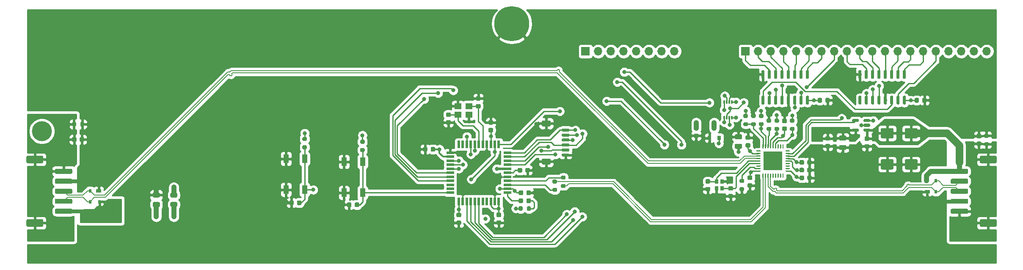
<source format=gtl>
G04 #@! TF.GenerationSoftware,KiCad,Pcbnew,(5.1.9)-1*
G04 #@! TF.CreationDate,2021-08-18T12:48:29-04:00*
G04 #@! TF.ProjectId,si-mips-main-board,73692d6d-6970-4732-9d6d-61696e2d626f,rev?*
G04 #@! TF.SameCoordinates,Original*
G04 #@! TF.FileFunction,Copper,L1,Top*
G04 #@! TF.FilePolarity,Positive*
%FSLAX46Y46*%
G04 Gerber Fmt 4.6, Leading zero omitted, Abs format (unit mm)*
G04 Created by KiCad (PCBNEW (5.1.9)-1) date 2021-08-18 12:48:29*
%MOMM*%
%LPD*%
G01*
G04 APERTURE LIST*
G04 #@! TA.AperFunction,ComponentPad*
%ADD10C,0.600000*%
G04 #@! TD*
G04 #@! TA.AperFunction,SMDPad,CuDef*
%ADD11R,3.700000X3.700000*%
G04 #@! TD*
G04 #@! TA.AperFunction,SMDPad,CuDef*
%ADD12R,1.000000X0.700000*%
G04 #@! TD*
G04 #@! TA.AperFunction,SMDPad,CuDef*
%ADD13R,0.600000X0.700000*%
G04 #@! TD*
G04 #@! TA.AperFunction,SMDPad,CuDef*
%ADD14R,0.300000X0.800000*%
G04 #@! TD*
G04 #@! TA.AperFunction,ComponentPad*
%ADD15C,4.000000*%
G04 #@! TD*
G04 #@! TA.AperFunction,SMDPad,CuDef*
%ADD16R,0.800000X0.900000*%
G04 #@! TD*
G04 #@! TA.AperFunction,SMDPad,CuDef*
%ADD17R,1.100000X1.800000*%
G04 #@! TD*
G04 #@! TA.AperFunction,ComponentPad*
%ADD18C,0.800000*%
G04 #@! TD*
G04 #@! TA.AperFunction,ComponentPad*
%ADD19C,7.000000*%
G04 #@! TD*
G04 #@! TA.AperFunction,SMDPad,CuDef*
%ADD20R,1.400000X1.200000*%
G04 #@! TD*
G04 #@! TA.AperFunction,SMDPad,CuDef*
%ADD21R,0.550000X1.500000*%
G04 #@! TD*
G04 #@! TA.AperFunction,SMDPad,CuDef*
%ADD22R,1.500000X0.550000*%
G04 #@! TD*
G04 #@! TA.AperFunction,ComponentPad*
%ADD23O,1.700000X1.700000*%
G04 #@! TD*
G04 #@! TA.AperFunction,ComponentPad*
%ADD24R,1.700000X1.700000*%
G04 #@! TD*
G04 #@! TA.AperFunction,ViaPad*
%ADD25C,0.800000*%
G04 #@! TD*
G04 #@! TA.AperFunction,ViaPad*
%ADD26C,1.000000*%
G04 #@! TD*
G04 #@! TA.AperFunction,Conductor*
%ADD27C,0.250000*%
G04 #@! TD*
G04 #@! TA.AperFunction,Conductor*
%ADD28C,0.350000*%
G04 #@! TD*
G04 #@! TA.AperFunction,Conductor*
%ADD29C,0.750000*%
G04 #@! TD*
G04 #@! TA.AperFunction,Conductor*
%ADD30C,1.000000*%
G04 #@! TD*
G04 #@! TA.AperFunction,Conductor*
%ADD31C,0.251000*%
G04 #@! TD*
G04 #@! TA.AperFunction,Conductor*
%ADD32C,0.500000*%
G04 #@! TD*
G04 #@! TA.AperFunction,Conductor*
%ADD33C,1.500000*%
G04 #@! TD*
G04 #@! TA.AperFunction,Conductor*
%ADD34C,0.180000*%
G04 #@! TD*
G04 #@! TA.AperFunction,Conductor*
%ADD35C,0.254000*%
G04 #@! TD*
G04 #@! TA.AperFunction,Conductor*
%ADD36C,0.100000*%
G04 #@! TD*
G04 APERTURE END LIST*
D10*
G04 #@! TO.P,U6,37*
G04 #@! TO.N,GND*
X204760000Y-92450000D03*
X204760000Y-89450000D03*
X204760000Y-90950000D03*
X206260000Y-90950000D03*
G04 #@! TO.P,U6,1*
G04 #@! TO.N,/AVR_USB_D-*
G04 #@! TA.AperFunction,SMDPad,CuDef*
G36*
G01*
X202822500Y-94300000D02*
X202697500Y-94300000D01*
G75*
G02*
X202635000Y-94237500I0J62500D01*
G01*
X202635000Y-93537500D01*
G75*
G02*
X202697500Y-93475000I62500J0D01*
G01*
X202822500Y-93475000D01*
G75*
G02*
X202885000Y-93537500I0J-62500D01*
G01*
X202885000Y-94237500D01*
G75*
G02*
X202822500Y-94300000I-62500J0D01*
G01*
G37*
G04 #@! TD.AperFunction*
G04 #@! TO.P,U6,2*
G04 #@! TO.N,/AVR_USB_D+*
G04 #@! TA.AperFunction,SMDPad,CuDef*
G36*
G01*
X203322500Y-94300000D02*
X203197500Y-94300000D01*
G75*
G02*
X203135000Y-94237500I0J62500D01*
G01*
X203135000Y-93537500D01*
G75*
G02*
X203197500Y-93475000I62500J0D01*
G01*
X203322500Y-93475000D01*
G75*
G02*
X203385000Y-93537500I0J-62500D01*
G01*
X203385000Y-94237500D01*
G75*
G02*
X203322500Y-94300000I-62500J0D01*
G01*
G37*
G04 #@! TD.AperFunction*
G04 #@! TO.P,U6,3*
G04 #@! TO.N,/USB Hub/USB_DN_D-*
G04 #@! TA.AperFunction,SMDPad,CuDef*
G36*
G01*
X203822500Y-94300000D02*
X203697500Y-94300000D01*
G75*
G02*
X203635000Y-94237500I0J62500D01*
G01*
X203635000Y-93537500D01*
G75*
G02*
X203697500Y-93475000I62500J0D01*
G01*
X203822500Y-93475000D01*
G75*
G02*
X203885000Y-93537500I0J-62500D01*
G01*
X203885000Y-94237500D01*
G75*
G02*
X203822500Y-94300000I-62500J0D01*
G01*
G37*
G04 #@! TD.AperFunction*
G04 #@! TO.P,U6,4*
G04 #@! TO.N,/USB Hub/USB_DN_D+*
G04 #@! TA.AperFunction,SMDPad,CuDef*
G36*
G01*
X204322500Y-94300000D02*
X204197500Y-94300000D01*
G75*
G02*
X204135000Y-94237500I0J62500D01*
G01*
X204135000Y-93537500D01*
G75*
G02*
X204197500Y-93475000I62500J0D01*
G01*
X204322500Y-93475000D01*
G75*
G02*
X204385000Y-93537500I0J-62500D01*
G01*
X204385000Y-94237500D01*
G75*
G02*
X204322500Y-94300000I-62500J0D01*
G01*
G37*
G04 #@! TD.AperFunction*
G04 #@! TO.P,U6,5*
G04 #@! TO.N,Net-(U6-Pad5)*
G04 #@! TA.AperFunction,SMDPad,CuDef*
G36*
G01*
X204822500Y-94300000D02*
X204697500Y-94300000D01*
G75*
G02*
X204635000Y-94237500I0J62500D01*
G01*
X204635000Y-93537500D01*
G75*
G02*
X204697500Y-93475000I62500J0D01*
G01*
X204822500Y-93475000D01*
G75*
G02*
X204885000Y-93537500I0J-62500D01*
G01*
X204885000Y-94237500D01*
G75*
G02*
X204822500Y-94300000I-62500J0D01*
G01*
G37*
G04 #@! TD.AperFunction*
G04 #@! TO.P,U6,6*
G04 #@! TO.N,Net-(U6-Pad6)*
G04 #@! TA.AperFunction,SMDPad,CuDef*
G36*
G01*
X205322500Y-94300000D02*
X205197500Y-94300000D01*
G75*
G02*
X205135000Y-94237500I0J62500D01*
G01*
X205135000Y-93537500D01*
G75*
G02*
X205197500Y-93475000I62500J0D01*
G01*
X205322500Y-93475000D01*
G75*
G02*
X205385000Y-93537500I0J-62500D01*
G01*
X205385000Y-94237500D01*
G75*
G02*
X205322500Y-94300000I-62500J0D01*
G01*
G37*
G04 #@! TD.AperFunction*
G04 #@! TO.P,U6,7*
G04 #@! TO.N,Net-(U6-Pad7)*
G04 #@! TA.AperFunction,SMDPad,CuDef*
G36*
G01*
X205822500Y-94300000D02*
X205697500Y-94300000D01*
G75*
G02*
X205635000Y-94237500I0J62500D01*
G01*
X205635000Y-93537500D01*
G75*
G02*
X205697500Y-93475000I62500J0D01*
G01*
X205822500Y-93475000D01*
G75*
G02*
X205885000Y-93537500I0J-62500D01*
G01*
X205885000Y-94237500D01*
G75*
G02*
X205822500Y-94300000I-62500J0D01*
G01*
G37*
G04 #@! TD.AperFunction*
G04 #@! TO.P,U6,8*
G04 #@! TO.N,Net-(U6-Pad8)*
G04 #@! TA.AperFunction,SMDPad,CuDef*
G36*
G01*
X206322500Y-94300000D02*
X206197500Y-94300000D01*
G75*
G02*
X206135000Y-94237500I0J62500D01*
G01*
X206135000Y-93537500D01*
G75*
G02*
X206197500Y-93475000I62500J0D01*
G01*
X206322500Y-93475000D01*
G75*
G02*
X206385000Y-93537500I0J-62500D01*
G01*
X206385000Y-94237500D01*
G75*
G02*
X206322500Y-94300000I-62500J0D01*
G01*
G37*
G04 #@! TD.AperFunction*
G04 #@! TO.P,U6,9*
G04 #@! TO.N,Net-(U6-Pad9)*
G04 #@! TA.AperFunction,SMDPad,CuDef*
G36*
G01*
X206822500Y-94300000D02*
X206697500Y-94300000D01*
G75*
G02*
X206635000Y-94237500I0J62500D01*
G01*
X206635000Y-93537500D01*
G75*
G02*
X206697500Y-93475000I62500J0D01*
G01*
X206822500Y-93475000D01*
G75*
G02*
X206885000Y-93537500I0J-62500D01*
G01*
X206885000Y-94237500D01*
G75*
G02*
X206822500Y-94300000I-62500J0D01*
G01*
G37*
G04 #@! TD.AperFunction*
G04 #@! TO.P,U6,10*
G04 #@! TO.N,+3V3*
G04 #@! TA.AperFunction,SMDPad,CuDef*
G36*
G01*
X208047500Y-93075000D02*
X207347500Y-93075000D01*
G75*
G02*
X207285000Y-93012500I0J62500D01*
G01*
X207285000Y-92887500D01*
G75*
G02*
X207347500Y-92825000I62500J0D01*
G01*
X208047500Y-92825000D01*
G75*
G02*
X208110000Y-92887500I0J-62500D01*
G01*
X208110000Y-93012500D01*
G75*
G02*
X208047500Y-93075000I-62500J0D01*
G01*
G37*
G04 #@! TD.AperFunction*
G04 #@! TO.P,U6,11*
G04 #@! TO.N,Net-(U6-Pad11)*
G04 #@! TA.AperFunction,SMDPad,CuDef*
G36*
G01*
X208047500Y-92575000D02*
X207347500Y-92575000D01*
G75*
G02*
X207285000Y-92512500I0J62500D01*
G01*
X207285000Y-92387500D01*
G75*
G02*
X207347500Y-92325000I62500J0D01*
G01*
X208047500Y-92325000D01*
G75*
G02*
X208110000Y-92387500I0J-62500D01*
G01*
X208110000Y-92512500D01*
G75*
G02*
X208047500Y-92575000I-62500J0D01*
G01*
G37*
G04 #@! TD.AperFunction*
G04 #@! TO.P,U6,12*
G04 #@! TO.N,Net-(U6-Pad12)*
G04 #@! TA.AperFunction,SMDPad,CuDef*
G36*
G01*
X208047500Y-92075000D02*
X207347500Y-92075000D01*
G75*
G02*
X207285000Y-92012500I0J62500D01*
G01*
X207285000Y-91887500D01*
G75*
G02*
X207347500Y-91825000I62500J0D01*
G01*
X208047500Y-91825000D01*
G75*
G02*
X208110000Y-91887500I0J-62500D01*
G01*
X208110000Y-92012500D01*
G75*
G02*
X208047500Y-92075000I-62500J0D01*
G01*
G37*
G04 #@! TD.AperFunction*
G04 #@! TO.P,U6,13*
G04 #@! TO.N,Net-(U6-Pad13)*
G04 #@! TA.AperFunction,SMDPad,CuDef*
G36*
G01*
X208047500Y-91575000D02*
X207347500Y-91575000D01*
G75*
G02*
X207285000Y-91512500I0J62500D01*
G01*
X207285000Y-91387500D01*
G75*
G02*
X207347500Y-91325000I62500J0D01*
G01*
X208047500Y-91325000D01*
G75*
G02*
X208110000Y-91387500I0J-62500D01*
G01*
X208110000Y-91512500D01*
G75*
G02*
X208047500Y-91575000I-62500J0D01*
G01*
G37*
G04 #@! TD.AperFunction*
G04 #@! TO.P,U6,14*
G04 #@! TO.N,Net-(C20-Pad1)*
G04 #@! TA.AperFunction,SMDPad,CuDef*
G36*
G01*
X208047500Y-91075000D02*
X207347500Y-91075000D01*
G75*
G02*
X207285000Y-91012500I0J62500D01*
G01*
X207285000Y-90887500D01*
G75*
G02*
X207347500Y-90825000I62500J0D01*
G01*
X208047500Y-90825000D01*
G75*
G02*
X208110000Y-90887500I0J-62500D01*
G01*
X208110000Y-91012500D01*
G75*
G02*
X208047500Y-91075000I-62500J0D01*
G01*
G37*
G04 #@! TD.AperFunction*
G04 #@! TO.P,U6,15*
G04 #@! TO.N,+3V3*
G04 #@! TA.AperFunction,SMDPad,CuDef*
G36*
G01*
X208047500Y-90575000D02*
X207347500Y-90575000D01*
G75*
G02*
X207285000Y-90512500I0J62500D01*
G01*
X207285000Y-90387500D01*
G75*
G02*
X207347500Y-90325000I62500J0D01*
G01*
X208047500Y-90325000D01*
G75*
G02*
X208110000Y-90387500I0J-62500D01*
G01*
X208110000Y-90512500D01*
G75*
G02*
X208047500Y-90575000I-62500J0D01*
G01*
G37*
G04 #@! TD.AperFunction*
G04 #@! TO.P,U6,16*
G04 #@! TO.N,/USB Hub/PRT2_EN*
G04 #@! TA.AperFunction,SMDPad,CuDef*
G36*
G01*
X208047500Y-90075000D02*
X207347500Y-90075000D01*
G75*
G02*
X207285000Y-90012500I0J62500D01*
G01*
X207285000Y-89887500D01*
G75*
G02*
X207347500Y-89825000I62500J0D01*
G01*
X208047500Y-89825000D01*
G75*
G02*
X208110000Y-89887500I0J-62500D01*
G01*
X208110000Y-90012500D01*
G75*
G02*
X208047500Y-90075000I-62500J0D01*
G01*
G37*
G04 #@! TD.AperFunction*
G04 #@! TO.P,U6,17*
G04 #@! TO.N,/USB Hub/PRT2_FLT*
G04 #@! TA.AperFunction,SMDPad,CuDef*
G36*
G01*
X208047500Y-89575000D02*
X207347500Y-89575000D01*
G75*
G02*
X207285000Y-89512500I0J62500D01*
G01*
X207285000Y-89387500D01*
G75*
G02*
X207347500Y-89325000I62500J0D01*
G01*
X208047500Y-89325000D01*
G75*
G02*
X208110000Y-89387500I0J-62500D01*
G01*
X208110000Y-89512500D01*
G75*
G02*
X208047500Y-89575000I-62500J0D01*
G01*
G37*
G04 #@! TD.AperFunction*
G04 #@! TO.P,U6,18*
G04 #@! TO.N,Net-(U6-Pad18)*
G04 #@! TA.AperFunction,SMDPad,CuDef*
G36*
G01*
X208047500Y-89075000D02*
X207347500Y-89075000D01*
G75*
G02*
X207285000Y-89012500I0J62500D01*
G01*
X207285000Y-88887500D01*
G75*
G02*
X207347500Y-88825000I62500J0D01*
G01*
X208047500Y-88825000D01*
G75*
G02*
X208110000Y-88887500I0J-62500D01*
G01*
X208110000Y-89012500D01*
G75*
G02*
X208047500Y-89075000I-62500J0D01*
G01*
G37*
G04 #@! TD.AperFunction*
G04 #@! TO.P,U6,19*
G04 #@! TO.N,Net-(U6-Pad19)*
G04 #@! TA.AperFunction,SMDPad,CuDef*
G36*
G01*
X206822500Y-88425000D02*
X206697500Y-88425000D01*
G75*
G02*
X206635000Y-88362500I0J62500D01*
G01*
X206635000Y-87662500D01*
G75*
G02*
X206697500Y-87600000I62500J0D01*
G01*
X206822500Y-87600000D01*
G75*
G02*
X206885000Y-87662500I0J-62500D01*
G01*
X206885000Y-88362500D01*
G75*
G02*
X206822500Y-88425000I-62500J0D01*
G01*
G37*
G04 #@! TD.AperFunction*
G04 #@! TO.P,U6,20*
G04 #@! TO.N,Net-(U6-Pad20)*
G04 #@! TA.AperFunction,SMDPad,CuDef*
G36*
G01*
X206322500Y-88425000D02*
X206197500Y-88425000D01*
G75*
G02*
X206135000Y-88362500I0J62500D01*
G01*
X206135000Y-87662500D01*
G75*
G02*
X206197500Y-87600000I62500J0D01*
G01*
X206322500Y-87600000D01*
G75*
G02*
X206385000Y-87662500I0J-62500D01*
G01*
X206385000Y-88362500D01*
G75*
G02*
X206322500Y-88425000I-62500J0D01*
G01*
G37*
G04 #@! TD.AperFunction*
G04 #@! TO.P,U6,21*
G04 #@! TO.N,Net-(U6-Pad21)*
G04 #@! TA.AperFunction,SMDPad,CuDef*
G36*
G01*
X205822500Y-88425000D02*
X205697500Y-88425000D01*
G75*
G02*
X205635000Y-88362500I0J62500D01*
G01*
X205635000Y-87662500D01*
G75*
G02*
X205697500Y-87600000I62500J0D01*
G01*
X205822500Y-87600000D01*
G75*
G02*
X205885000Y-87662500I0J-62500D01*
G01*
X205885000Y-88362500D01*
G75*
G02*
X205822500Y-88425000I-62500J0D01*
G01*
G37*
G04 #@! TD.AperFunction*
G04 #@! TO.P,U6,22*
G04 #@! TO.N,/USB Hub/CFG_DATA*
G04 #@! TA.AperFunction,SMDPad,CuDef*
G36*
G01*
X205322500Y-88425000D02*
X205197500Y-88425000D01*
G75*
G02*
X205135000Y-88362500I0J62500D01*
G01*
X205135000Y-87662500D01*
G75*
G02*
X205197500Y-87600000I62500J0D01*
G01*
X205322500Y-87600000D01*
G75*
G02*
X205385000Y-87662500I0J-62500D01*
G01*
X205385000Y-88362500D01*
G75*
G02*
X205322500Y-88425000I-62500J0D01*
G01*
G37*
G04 #@! TD.AperFunction*
G04 #@! TO.P,U6,23*
G04 #@! TO.N,+3V3*
G04 #@! TA.AperFunction,SMDPad,CuDef*
G36*
G01*
X204822500Y-88425000D02*
X204697500Y-88425000D01*
G75*
G02*
X204635000Y-88362500I0J62500D01*
G01*
X204635000Y-87662500D01*
G75*
G02*
X204697500Y-87600000I62500J0D01*
G01*
X204822500Y-87600000D01*
G75*
G02*
X204885000Y-87662500I0J-62500D01*
G01*
X204885000Y-88362500D01*
G75*
G02*
X204822500Y-88425000I-62500J0D01*
G01*
G37*
G04 #@! TD.AperFunction*
G04 #@! TO.P,U6,24*
G04 #@! TO.N,/USB Hub/CFG_CLK*
G04 #@! TA.AperFunction,SMDPad,CuDef*
G36*
G01*
X204322500Y-88425000D02*
X204197500Y-88425000D01*
G75*
G02*
X204135000Y-88362500I0J62500D01*
G01*
X204135000Y-87662500D01*
G75*
G02*
X204197500Y-87600000I62500J0D01*
G01*
X204322500Y-87600000D01*
G75*
G02*
X204385000Y-87662500I0J-62500D01*
G01*
X204385000Y-88362500D01*
G75*
G02*
X204322500Y-88425000I-62500J0D01*
G01*
G37*
G04 #@! TD.AperFunction*
G04 #@! TO.P,U6,25*
G04 #@! TO.N,Net-(R11-Pad1)*
G04 #@! TA.AperFunction,SMDPad,CuDef*
G36*
G01*
X203822500Y-88425000D02*
X203697500Y-88425000D01*
G75*
G02*
X203635000Y-88362500I0J62500D01*
G01*
X203635000Y-87662500D01*
G75*
G02*
X203697500Y-87600000I62500J0D01*
G01*
X203822500Y-87600000D01*
G75*
G02*
X203885000Y-87662500I0J-62500D01*
G01*
X203885000Y-88362500D01*
G75*
G02*
X203822500Y-88425000I-62500J0D01*
G01*
G37*
G04 #@! TD.AperFunction*
G04 #@! TO.P,U6,26*
G04 #@! TO.N,/~HUB_RST*
G04 #@! TA.AperFunction,SMDPad,CuDef*
G36*
G01*
X203322500Y-88425000D02*
X203197500Y-88425000D01*
G75*
G02*
X203135000Y-88362500I0J62500D01*
G01*
X203135000Y-87662500D01*
G75*
G02*
X203197500Y-87600000I62500J0D01*
G01*
X203322500Y-87600000D01*
G75*
G02*
X203385000Y-87662500I0J-62500D01*
G01*
X203385000Y-88362500D01*
G75*
G02*
X203322500Y-88425000I-62500J0D01*
G01*
G37*
G04 #@! TD.AperFunction*
G04 #@! TO.P,U6,27*
G04 #@! TO.N,Net-(R6-Pad1)*
G04 #@! TA.AperFunction,SMDPad,CuDef*
G36*
G01*
X202822500Y-88425000D02*
X202697500Y-88425000D01*
G75*
G02*
X202635000Y-88362500I0J62500D01*
G01*
X202635000Y-87662500D01*
G75*
G02*
X202697500Y-87600000I62500J0D01*
G01*
X202822500Y-87600000D01*
G75*
G02*
X202885000Y-87662500I0J-62500D01*
G01*
X202885000Y-88362500D01*
G75*
G02*
X202822500Y-88425000I-62500J0D01*
G01*
G37*
G04 #@! TD.AperFunction*
G04 #@! TO.P,U6,28*
G04 #@! TO.N,Net-(U6-Pad28)*
G04 #@! TA.AperFunction,SMDPad,CuDef*
G36*
G01*
X202172500Y-89075000D02*
X201472500Y-89075000D01*
G75*
G02*
X201410000Y-89012500I0J62500D01*
G01*
X201410000Y-88887500D01*
G75*
G02*
X201472500Y-88825000I62500J0D01*
G01*
X202172500Y-88825000D01*
G75*
G02*
X202235000Y-88887500I0J-62500D01*
G01*
X202235000Y-89012500D01*
G75*
G02*
X202172500Y-89075000I-62500J0D01*
G01*
G37*
G04 #@! TD.AperFunction*
G04 #@! TO.P,U6,29*
G04 #@! TO.N,+3V3*
G04 #@! TA.AperFunction,SMDPad,CuDef*
G36*
G01*
X202172500Y-89575000D02*
X201472500Y-89575000D01*
G75*
G02*
X201410000Y-89512500I0J62500D01*
G01*
X201410000Y-89387500D01*
G75*
G02*
X201472500Y-89325000I62500J0D01*
G01*
X202172500Y-89325000D01*
G75*
G02*
X202235000Y-89387500I0J-62500D01*
G01*
X202235000Y-89512500D01*
G75*
G02*
X202172500Y-89575000I-62500J0D01*
G01*
G37*
G04 #@! TD.AperFunction*
G04 #@! TO.P,U6,30*
G04 #@! TO.N,/USB Hub/USB_UP_D-*
G04 #@! TA.AperFunction,SMDPad,CuDef*
G36*
G01*
X202172500Y-90075000D02*
X201472500Y-90075000D01*
G75*
G02*
X201410000Y-90012500I0J62500D01*
G01*
X201410000Y-89887500D01*
G75*
G02*
X201472500Y-89825000I62500J0D01*
G01*
X202172500Y-89825000D01*
G75*
G02*
X202235000Y-89887500I0J-62500D01*
G01*
X202235000Y-90012500D01*
G75*
G02*
X202172500Y-90075000I-62500J0D01*
G01*
G37*
G04 #@! TD.AperFunction*
G04 #@! TO.P,U6,31*
G04 #@! TO.N,/USB Hub/USB_UP_D+*
G04 #@! TA.AperFunction,SMDPad,CuDef*
G36*
G01*
X202172500Y-90575000D02*
X201472500Y-90575000D01*
G75*
G02*
X201410000Y-90512500I0J62500D01*
G01*
X201410000Y-90387500D01*
G75*
G02*
X201472500Y-90325000I62500J0D01*
G01*
X202172500Y-90325000D01*
G75*
G02*
X202235000Y-90387500I0J-62500D01*
G01*
X202235000Y-90512500D01*
G75*
G02*
X202172500Y-90575000I-62500J0D01*
G01*
G37*
G04 #@! TD.AperFunction*
G04 #@! TO.P,U6,32*
G04 #@! TO.N,Net-(C14-Pad1)*
G04 #@! TA.AperFunction,SMDPad,CuDef*
G36*
G01*
X202172500Y-91075000D02*
X201472500Y-91075000D01*
G75*
G02*
X201410000Y-91012500I0J62500D01*
G01*
X201410000Y-90887500D01*
G75*
G02*
X201472500Y-90825000I62500J0D01*
G01*
X202172500Y-90825000D01*
G75*
G02*
X202235000Y-90887500I0J-62500D01*
G01*
X202235000Y-91012500D01*
G75*
G02*
X202172500Y-91075000I-62500J0D01*
G01*
G37*
G04 #@! TD.AperFunction*
G04 #@! TO.P,U6,33*
G04 #@! TO.N,Net-(C15-Pad1)*
G04 #@! TA.AperFunction,SMDPad,CuDef*
G36*
G01*
X202172500Y-91575000D02*
X201472500Y-91575000D01*
G75*
G02*
X201410000Y-91512500I0J62500D01*
G01*
X201410000Y-91387500D01*
G75*
G02*
X201472500Y-91325000I62500J0D01*
G01*
X202172500Y-91325000D01*
G75*
G02*
X202235000Y-91387500I0J-62500D01*
G01*
X202235000Y-91512500D01*
G75*
G02*
X202172500Y-91575000I-62500J0D01*
G01*
G37*
G04 #@! TD.AperFunction*
G04 #@! TO.P,U6,34*
G04 #@! TO.N,Net-(U6-Pad34)*
G04 #@! TA.AperFunction,SMDPad,CuDef*
G36*
G01*
X202172500Y-92075000D02*
X201472500Y-92075000D01*
G75*
G02*
X201410000Y-92012500I0J62500D01*
G01*
X201410000Y-91887500D01*
G75*
G02*
X201472500Y-91825000I62500J0D01*
G01*
X202172500Y-91825000D01*
G75*
G02*
X202235000Y-91887500I0J-62500D01*
G01*
X202235000Y-92012500D01*
G75*
G02*
X202172500Y-92075000I-62500J0D01*
G01*
G37*
G04 #@! TD.AperFunction*
G04 #@! TO.P,U6,35*
G04 #@! TO.N,Net-(R8-Pad1)*
G04 #@! TA.AperFunction,SMDPad,CuDef*
G36*
G01*
X202172500Y-92575000D02*
X201472500Y-92575000D01*
G75*
G02*
X201410000Y-92512500I0J62500D01*
G01*
X201410000Y-92387500D01*
G75*
G02*
X201472500Y-92325000I62500J0D01*
G01*
X202172500Y-92325000D01*
G75*
G02*
X202235000Y-92387500I0J-62500D01*
G01*
X202235000Y-92512500D01*
G75*
G02*
X202172500Y-92575000I-62500J0D01*
G01*
G37*
G04 #@! TD.AperFunction*
G04 #@! TO.P,U6,36*
G04 #@! TO.N,+3V3*
G04 #@! TA.AperFunction,SMDPad,CuDef*
G36*
G01*
X202172500Y-93075000D02*
X201472500Y-93075000D01*
G75*
G02*
X201410000Y-93012500I0J62500D01*
G01*
X201410000Y-92887500D01*
G75*
G02*
X201472500Y-92825000I62500J0D01*
G01*
X202172500Y-92825000D01*
G75*
G02*
X202235000Y-92887500I0J-62500D01*
G01*
X202235000Y-93012500D01*
G75*
G02*
X202172500Y-93075000I-62500J0D01*
G01*
G37*
G04 #@! TD.AperFunction*
D11*
G04 #@! TO.P,U6,37*
G04 #@! TO.N,GND*
X204760000Y-90950000D03*
D10*
X203260000Y-90950000D03*
G04 #@! TD*
D12*
G04 #@! TO.P,U5,1*
G04 #@! TO.N,GND*
X69870000Y-96900000D03*
D13*
G04 #@! TO.P,U5,2*
G04 #@! TO.N,/USB Hub/USB_UP_D-*
X68150000Y-96900000D03*
G04 #@! TO.P,U5,3*
G04 #@! TO.N,/USB Hub/USB_UP_D+*
X68150000Y-99100000D03*
G04 #@! TO.P,U5,4*
G04 #@! TO.N,VBUS*
X70050000Y-99100000D03*
G04 #@! TD*
D12*
G04 #@! TO.P,U8,1*
G04 #@! TO.N,GND*
X235630000Y-97100000D03*
D13*
G04 #@! TO.P,U8,2*
G04 #@! TO.N,/USB Hub/USB_DN_D-*
X237350000Y-97100000D03*
G04 #@! TO.P,U8,3*
G04 #@! TO.N,/USB Hub/USB_DN_D+*
X237350000Y-94900000D03*
G04 #@! TO.P,U8,4*
G04 #@! TO.N,/USB Hub/V_USB_DN*
X235450000Y-94900000D03*
G04 #@! TD*
G04 #@! TO.P,R12,2*
G04 #@! TO.N,Net-(D1-Pad2)*
G04 #@! TA.AperFunction,SMDPad,CuDef*
G36*
G01*
X155525000Y-100725000D02*
X155525000Y-100175000D01*
G75*
G02*
X155725000Y-99975000I200000J0D01*
G01*
X156125000Y-99975000D01*
G75*
G02*
X156325000Y-100175000I0J-200000D01*
G01*
X156325000Y-100725000D01*
G75*
G02*
X156125000Y-100925000I-200000J0D01*
G01*
X155725000Y-100925000D01*
G75*
G02*
X155525000Y-100725000I0J200000D01*
G01*
G37*
G04 #@! TD.AperFunction*
G04 #@! TO.P,R12,1*
G04 #@! TO.N,+5V*
G04 #@! TA.AperFunction,SMDPad,CuDef*
G36*
G01*
X153875000Y-100725000D02*
X153875000Y-100175000D01*
G75*
G02*
X154075000Y-99975000I200000J0D01*
G01*
X154475000Y-99975000D01*
G75*
G02*
X154675000Y-100175000I0J-200000D01*
G01*
X154675000Y-100725000D01*
G75*
G02*
X154475000Y-100925000I-200000J0D01*
G01*
X154075000Y-100925000D01*
G75*
G02*
X153875000Y-100725000I0J200000D01*
G01*
G37*
G04 #@! TD.AperFunction*
G04 #@! TD*
G04 #@! TO.P,D1,2*
G04 #@! TO.N,Net-(D1-Pad2)*
G04 #@! TA.AperFunction,SMDPad,CuDef*
G36*
G01*
X155450000Y-99156250D02*
X155450000Y-98643750D01*
G75*
G02*
X155668750Y-98425000I218750J0D01*
G01*
X156106250Y-98425000D01*
G75*
G02*
X156325000Y-98643750I0J-218750D01*
G01*
X156325000Y-99156250D01*
G75*
G02*
X156106250Y-99375000I-218750J0D01*
G01*
X155668750Y-99375000D01*
G75*
G02*
X155450000Y-99156250I0J218750D01*
G01*
G37*
G04 #@! TD.AperFunction*
G04 #@! TO.P,D1,1*
G04 #@! TO.N,/STAT_LED*
G04 #@! TA.AperFunction,SMDPad,CuDef*
G36*
G01*
X153875000Y-99156250D02*
X153875000Y-98643750D01*
G75*
G02*
X154093750Y-98425000I218750J0D01*
G01*
X154531250Y-98425000D01*
G75*
G02*
X154750000Y-98643750I0J-218750D01*
G01*
X154750000Y-99156250D01*
G75*
G02*
X154531250Y-99375000I-218750J0D01*
G01*
X154093750Y-99375000D01*
G75*
G02*
X153875000Y-99156250I0J218750D01*
G01*
G37*
G04 #@! TD.AperFunction*
G04 #@! TD*
G04 #@! TO.P,C24,1*
G04 #@! TO.N,/USB Hub/V_USB_DN*
G04 #@! TA.AperFunction,SMDPad,CuDef*
G36*
G01*
X231375000Y-84350000D02*
X233425000Y-84350000D01*
G75*
G02*
X233675000Y-84600000I0J-250000D01*
G01*
X233675000Y-86175000D01*
G75*
G02*
X233425000Y-86425000I-250000J0D01*
G01*
X231375000Y-86425000D01*
G75*
G02*
X231125000Y-86175000I0J250000D01*
G01*
X231125000Y-84600000D01*
G75*
G02*
X231375000Y-84350000I250000J0D01*
G01*
G37*
G04 #@! TD.AperFunction*
G04 #@! TO.P,C24,2*
G04 #@! TO.N,GND*
G04 #@! TA.AperFunction,SMDPad,CuDef*
G36*
G01*
X231375000Y-90575000D02*
X233425000Y-90575000D01*
G75*
G02*
X233675000Y-90825000I0J-250000D01*
G01*
X233675000Y-92400000D01*
G75*
G02*
X233425000Y-92650000I-250000J0D01*
G01*
X231375000Y-92650000D01*
G75*
G02*
X231125000Y-92400000I0J250000D01*
G01*
X231125000Y-90825000D01*
G75*
G02*
X231375000Y-90575000I250000J0D01*
G01*
G37*
G04 #@! TD.AperFunction*
G04 #@! TD*
G04 #@! TO.P,C21,2*
G04 #@! TO.N,GND*
G04 #@! TA.AperFunction,SMDPad,CuDef*
G36*
G01*
X207300000Y-83375000D02*
X206800000Y-83375000D01*
G75*
G02*
X206575000Y-83150000I0J225000D01*
G01*
X206575000Y-82700000D01*
G75*
G02*
X206800000Y-82475000I225000J0D01*
G01*
X207300000Y-82475000D01*
G75*
G02*
X207525000Y-82700000I0J-225000D01*
G01*
X207525000Y-83150000D01*
G75*
G02*
X207300000Y-83375000I-225000J0D01*
G01*
G37*
G04 #@! TD.AperFunction*
G04 #@! TO.P,C21,1*
G04 #@! TO.N,+3V3*
G04 #@! TA.AperFunction,SMDPad,CuDef*
G36*
G01*
X207300000Y-84925000D02*
X206800000Y-84925000D01*
G75*
G02*
X206575000Y-84700000I0J225000D01*
G01*
X206575000Y-84250000D01*
G75*
G02*
X206800000Y-84025000I225000J0D01*
G01*
X207300000Y-84025000D01*
G75*
G02*
X207525000Y-84250000I0J-225000D01*
G01*
X207525000Y-84700000D01*
G75*
G02*
X207300000Y-84925000I-225000J0D01*
G01*
G37*
G04 #@! TD.AperFunction*
G04 #@! TD*
G04 #@! TO.P,R11,2*
G04 #@! TO.N,GND*
G04 #@! TA.AperFunction,SMDPad,CuDef*
G36*
G01*
X204225000Y-83275000D02*
X203675000Y-83275000D01*
G75*
G02*
X203475000Y-83075000I0J200000D01*
G01*
X203475000Y-82675000D01*
G75*
G02*
X203675000Y-82475000I200000J0D01*
G01*
X204225000Y-82475000D01*
G75*
G02*
X204425000Y-82675000I0J-200000D01*
G01*
X204425000Y-83075000D01*
G75*
G02*
X204225000Y-83275000I-200000J0D01*
G01*
G37*
G04 #@! TD.AperFunction*
G04 #@! TO.P,R11,1*
G04 #@! TO.N,Net-(R11-Pad1)*
G04 #@! TA.AperFunction,SMDPad,CuDef*
G36*
G01*
X204225000Y-84925000D02*
X203675000Y-84925000D01*
G75*
G02*
X203475000Y-84725000I0J200000D01*
G01*
X203475000Y-84325000D01*
G75*
G02*
X203675000Y-84125000I200000J0D01*
G01*
X204225000Y-84125000D01*
G75*
G02*
X204425000Y-84325000I0J-200000D01*
G01*
X204425000Y-84725000D01*
G75*
G02*
X204225000Y-84925000I-200000J0D01*
G01*
G37*
G04 #@! TD.AperFunction*
G04 #@! TD*
G04 #@! TO.P,R10,2*
G04 #@! TO.N,/USB Hub/CFG_DATA*
G04 #@! TA.AperFunction,SMDPad,CuDef*
G36*
G01*
X208325000Y-84125000D02*
X208875000Y-84125000D01*
G75*
G02*
X209075000Y-84325000I0J-200000D01*
G01*
X209075000Y-84725000D01*
G75*
G02*
X208875000Y-84925000I-200000J0D01*
G01*
X208325000Y-84925000D01*
G75*
G02*
X208125000Y-84725000I0J200000D01*
G01*
X208125000Y-84325000D01*
G75*
G02*
X208325000Y-84125000I200000J0D01*
G01*
G37*
G04 #@! TD.AperFunction*
G04 #@! TO.P,R10,1*
G04 #@! TO.N,+3V3*
G04 #@! TA.AperFunction,SMDPad,CuDef*
G36*
G01*
X208325000Y-82475000D02*
X208875000Y-82475000D01*
G75*
G02*
X209075000Y-82675000I0J-200000D01*
G01*
X209075000Y-83075000D01*
G75*
G02*
X208875000Y-83275000I-200000J0D01*
G01*
X208325000Y-83275000D01*
G75*
G02*
X208125000Y-83075000I0J200000D01*
G01*
X208125000Y-82675000D01*
G75*
G02*
X208325000Y-82475000I200000J0D01*
G01*
G37*
G04 #@! TD.AperFunction*
G04 #@! TD*
G04 #@! TO.P,J6,MP*
G04 #@! TO.N,GND*
G04 #@! TA.AperFunction,SMDPad,CuDef*
G36*
G01*
X158734999Y-90450000D02*
X160035001Y-90450000D01*
G75*
G02*
X160285000Y-90699999I0J-249999D01*
G01*
X160285000Y-91400001D01*
G75*
G02*
X160035001Y-91650000I-249999J0D01*
G01*
X158734999Y-91650000D01*
G75*
G02*
X158485000Y-91400001I0J249999D01*
G01*
X158485000Y-90699999D01*
G75*
G02*
X158734999Y-90450000I249999J0D01*
G01*
G37*
G04 #@! TD.AperFunction*
G04 #@! TA.AperFunction,SMDPad,CuDef*
G36*
G01*
X158734999Y-82850000D02*
X160035001Y-82850000D01*
G75*
G02*
X160285000Y-83099999I0J-249999D01*
G01*
X160285000Y-83800001D01*
G75*
G02*
X160035001Y-84050000I-249999J0D01*
G01*
X158734999Y-84050000D01*
G75*
G02*
X158485000Y-83800001I0J249999D01*
G01*
X158485000Y-83099999D01*
G75*
G02*
X158734999Y-82850000I249999J0D01*
G01*
G37*
G04 #@! TD.AperFunction*
G04 #@! TO.P,J6,6*
G04 #@! TA.AperFunction,SMDPad,CuDef*
G36*
G01*
X162635000Y-89450000D02*
X163885000Y-89450000D01*
G75*
G02*
X164035000Y-89600000I0J-150000D01*
G01*
X164035000Y-89900000D01*
G75*
G02*
X163885000Y-90050000I-150000J0D01*
G01*
X162635000Y-90050000D01*
G75*
G02*
X162485000Y-89900000I0J150000D01*
G01*
X162485000Y-89600000D01*
G75*
G02*
X162635000Y-89450000I150000J0D01*
G01*
G37*
G04 #@! TD.AperFunction*
G04 #@! TO.P,J6,5*
G04 #@! TO.N,/~AVR_RST*
G04 #@! TA.AperFunction,SMDPad,CuDef*
G36*
G01*
X162635000Y-88450000D02*
X163885000Y-88450000D01*
G75*
G02*
X164035000Y-88600000I0J-150000D01*
G01*
X164035000Y-88900000D01*
G75*
G02*
X163885000Y-89050000I-150000J0D01*
G01*
X162635000Y-89050000D01*
G75*
G02*
X162485000Y-88900000I0J150000D01*
G01*
X162485000Y-88600000D01*
G75*
G02*
X162635000Y-88450000I150000J0D01*
G01*
G37*
G04 #@! TD.AperFunction*
G04 #@! TO.P,J6,4*
G04 #@! TO.N,/MOSI*
G04 #@! TA.AperFunction,SMDPad,CuDef*
G36*
G01*
X162635000Y-87450000D02*
X163885000Y-87450000D01*
G75*
G02*
X164035000Y-87600000I0J-150000D01*
G01*
X164035000Y-87900000D01*
G75*
G02*
X163885000Y-88050000I-150000J0D01*
G01*
X162635000Y-88050000D01*
G75*
G02*
X162485000Y-87900000I0J150000D01*
G01*
X162485000Y-87600000D01*
G75*
G02*
X162635000Y-87450000I150000J0D01*
G01*
G37*
G04 #@! TD.AperFunction*
G04 #@! TO.P,J6,3*
G04 #@! TO.N,/Row1*
G04 #@! TA.AperFunction,SMDPad,CuDef*
G36*
G01*
X162635000Y-86450000D02*
X163885000Y-86450000D01*
G75*
G02*
X164035000Y-86600000I0J-150000D01*
G01*
X164035000Y-86900000D01*
G75*
G02*
X163885000Y-87050000I-150000J0D01*
G01*
X162635000Y-87050000D01*
G75*
G02*
X162485000Y-86900000I0J150000D01*
G01*
X162485000Y-86600000D01*
G75*
G02*
X162635000Y-86450000I150000J0D01*
G01*
G37*
G04 #@! TD.AperFunction*
G04 #@! TO.P,J6,2*
G04 #@! TO.N,+5V*
G04 #@! TA.AperFunction,SMDPad,CuDef*
G36*
G01*
X162635000Y-85450000D02*
X163885000Y-85450000D01*
G75*
G02*
X164035000Y-85600000I0J-150000D01*
G01*
X164035000Y-85900000D01*
G75*
G02*
X163885000Y-86050000I-150000J0D01*
G01*
X162635000Y-86050000D01*
G75*
G02*
X162485000Y-85900000I0J150000D01*
G01*
X162485000Y-85600000D01*
G75*
G02*
X162635000Y-85450000I150000J0D01*
G01*
G37*
G04 #@! TD.AperFunction*
G04 #@! TO.P,J6,1*
G04 #@! TO.N,/MISO*
G04 #@! TA.AperFunction,SMDPad,CuDef*
G36*
G01*
X162635000Y-84450000D02*
X163885000Y-84450000D01*
G75*
G02*
X164035000Y-84600000I0J-150000D01*
G01*
X164035000Y-84900000D01*
G75*
G02*
X163885000Y-85050000I-150000J0D01*
G01*
X162635000Y-85050000D01*
G75*
G02*
X162485000Y-84900000I0J150000D01*
G01*
X162485000Y-84600000D01*
G75*
G02*
X162635000Y-84450000I150000J0D01*
G01*
G37*
G04 #@! TD.AperFunction*
G04 #@! TD*
D14*
G04 #@! TO.P,U9,8*
G04 #@! TO.N,/USB Hub/CFG_CLK*
X196510000Y-82240000D03*
G04 #@! TO.P,U9,7*
G04 #@! TO.N,+3V3*
X196010000Y-82240000D03*
G04 #@! TO.P,U9,6*
G04 #@! TO.N,/~HUB_RST*
X195510000Y-82240000D03*
G04 #@! TO.P,U9,5*
G04 #@! TO.N,/SCL*
X195010000Y-82240000D03*
G04 #@! TO.P,U9,4*
G04 #@! TO.N,/SDA*
X195010000Y-79140000D03*
G04 #@! TO.P,U9,3*
G04 #@! TO.N,+5V*
X195510000Y-79140000D03*
G04 #@! TO.P,U9,2*
G04 #@! TO.N,GND*
X196010000Y-79140000D03*
G04 #@! TO.P,U9,1*
G04 #@! TO.N,/USB Hub/CFG_DATA*
X196510000Y-79140000D03*
G04 #@! TD*
D15*
G04 #@! TO.P,J5,1*
G04 #@! TO.N,/USB Hub/Shield*
X58500000Y-85000000D03*
G04 #@! TD*
G04 #@! TO.P,R15,2*
G04 #@! TO.N,GND*
G04 #@! TA.AperFunction,SMDPad,CuDef*
G36*
G01*
X247745000Y-86305000D02*
X247195000Y-86305000D01*
G75*
G02*
X246995000Y-86105000I0J200000D01*
G01*
X246995000Y-85705000D01*
G75*
G02*
X247195000Y-85505000I200000J0D01*
G01*
X247745000Y-85505000D01*
G75*
G02*
X247945000Y-85705000I0J-200000D01*
G01*
X247945000Y-86105000D01*
G75*
G02*
X247745000Y-86305000I-200000J0D01*
G01*
G37*
G04 #@! TD.AperFunction*
G04 #@! TO.P,R15,1*
G04 #@! TO.N,Earth*
G04 #@! TA.AperFunction,SMDPad,CuDef*
G36*
G01*
X247745000Y-87955000D02*
X247195000Y-87955000D01*
G75*
G02*
X246995000Y-87755000I0J200000D01*
G01*
X246995000Y-87355000D01*
G75*
G02*
X247195000Y-87155000I200000J0D01*
G01*
X247745000Y-87155000D01*
G75*
G02*
X247945000Y-87355000I0J-200000D01*
G01*
X247945000Y-87755000D01*
G75*
G02*
X247745000Y-87955000I-200000J0D01*
G01*
G37*
G04 #@! TD.AperFunction*
G04 #@! TD*
G04 #@! TO.P,R14,2*
G04 #@! TO.N,Earth*
G04 #@! TA.AperFunction,SMDPad,CuDef*
G36*
G01*
X65335000Y-83315000D02*
X65335000Y-83865000D01*
G75*
G02*
X65135000Y-84065000I-200000J0D01*
G01*
X64735000Y-84065000D01*
G75*
G02*
X64535000Y-83865000I0J200000D01*
G01*
X64535000Y-83315000D01*
G75*
G02*
X64735000Y-83115000I200000J0D01*
G01*
X65135000Y-83115000D01*
G75*
G02*
X65335000Y-83315000I0J-200000D01*
G01*
G37*
G04 #@! TD.AperFunction*
G04 #@! TO.P,R14,1*
G04 #@! TO.N,GND*
G04 #@! TA.AperFunction,SMDPad,CuDef*
G36*
G01*
X66985000Y-83315000D02*
X66985000Y-83865000D01*
G75*
G02*
X66785000Y-84065000I-200000J0D01*
G01*
X66385000Y-84065000D01*
G75*
G02*
X66185000Y-83865000I0J200000D01*
G01*
X66185000Y-83315000D01*
G75*
G02*
X66385000Y-83115000I200000J0D01*
G01*
X66785000Y-83115000D01*
G75*
G02*
X66985000Y-83315000I0J-200000D01*
G01*
G37*
G04 #@! TD.AperFunction*
G04 #@! TD*
G04 #@! TO.P,C29,2*
G04 #@! TO.N,GND*
G04 #@! TA.AperFunction,SMDPad,CuDef*
G36*
G01*
X246200000Y-86405000D02*
X245700000Y-86405000D01*
G75*
G02*
X245475000Y-86180000I0J225000D01*
G01*
X245475000Y-85730000D01*
G75*
G02*
X245700000Y-85505000I225000J0D01*
G01*
X246200000Y-85505000D01*
G75*
G02*
X246425000Y-85730000I0J-225000D01*
G01*
X246425000Y-86180000D01*
G75*
G02*
X246200000Y-86405000I-225000J0D01*
G01*
G37*
G04 #@! TD.AperFunction*
G04 #@! TO.P,C29,1*
G04 #@! TO.N,Earth*
G04 #@! TA.AperFunction,SMDPad,CuDef*
G36*
G01*
X246200000Y-87955000D02*
X245700000Y-87955000D01*
G75*
G02*
X245475000Y-87730000I0J225000D01*
G01*
X245475000Y-87280000D01*
G75*
G02*
X245700000Y-87055000I225000J0D01*
G01*
X246200000Y-87055000D01*
G75*
G02*
X246425000Y-87280000I0J-225000D01*
G01*
X246425000Y-87730000D01*
G75*
G02*
X246200000Y-87955000I-225000J0D01*
G01*
G37*
G04 #@! TD.AperFunction*
G04 #@! TD*
G04 #@! TO.P,C28,2*
G04 #@! TO.N,Earth*
G04 #@! TA.AperFunction,SMDPad,CuDef*
G36*
G01*
X65415000Y-86390000D02*
X65415000Y-86890000D01*
G75*
G02*
X65190000Y-87115000I-225000J0D01*
G01*
X64740000Y-87115000D01*
G75*
G02*
X64515000Y-86890000I0J225000D01*
G01*
X64515000Y-86390000D01*
G75*
G02*
X64740000Y-86165000I225000J0D01*
G01*
X65190000Y-86165000D01*
G75*
G02*
X65415000Y-86390000I0J-225000D01*
G01*
G37*
G04 #@! TD.AperFunction*
G04 #@! TO.P,C28,1*
G04 #@! TO.N,GND*
G04 #@! TA.AperFunction,SMDPad,CuDef*
G36*
G01*
X66965000Y-86390000D02*
X66965000Y-86890000D01*
G75*
G02*
X66740000Y-87115000I-225000J0D01*
G01*
X66290000Y-87115000D01*
G75*
G02*
X66065000Y-86890000I0J225000D01*
G01*
X66065000Y-86390000D01*
G75*
G02*
X66290000Y-86165000I225000J0D01*
G01*
X66740000Y-86165000D01*
G75*
G02*
X66965000Y-86390000I0J-225000D01*
G01*
G37*
G04 #@! TD.AperFunction*
G04 #@! TD*
G04 #@! TO.P,R5,2*
G04 #@! TO.N,/~HUB_RST*
G04 #@! TA.AperFunction,SMDPad,CuDef*
G36*
G01*
X202115000Y-83175000D02*
X202665000Y-83175000D01*
G75*
G02*
X202865000Y-83375000I0J-200000D01*
G01*
X202865000Y-83775000D01*
G75*
G02*
X202665000Y-83975000I-200000J0D01*
G01*
X202115000Y-83975000D01*
G75*
G02*
X201915000Y-83775000I0J200000D01*
G01*
X201915000Y-83375000D01*
G75*
G02*
X202115000Y-83175000I200000J0D01*
G01*
G37*
G04 #@! TD.AperFunction*
G04 #@! TO.P,R5,1*
G04 #@! TO.N,+3V3*
G04 #@! TA.AperFunction,SMDPad,CuDef*
G36*
G01*
X202115000Y-81525000D02*
X202665000Y-81525000D01*
G75*
G02*
X202865000Y-81725000I0J-200000D01*
G01*
X202865000Y-82125000D01*
G75*
G02*
X202665000Y-82325000I-200000J0D01*
G01*
X202115000Y-82325000D01*
G75*
G02*
X201915000Y-82125000I0J200000D01*
G01*
X201915000Y-81725000D01*
G75*
G02*
X202115000Y-81525000I200000J0D01*
G01*
G37*
G04 #@! TD.AperFunction*
G04 #@! TD*
G04 #@! TO.P,C22,2*
G04 #@! TO.N,GND*
G04 #@! TA.AperFunction,SMDPad,CuDef*
G36*
G01*
X211603000Y-91470000D02*
X211603000Y-90970000D01*
G75*
G02*
X211828000Y-90745000I225000J0D01*
G01*
X212278000Y-90745000D01*
G75*
G02*
X212503000Y-90970000I0J-225000D01*
G01*
X212503000Y-91470000D01*
G75*
G02*
X212278000Y-91695000I-225000J0D01*
G01*
X211828000Y-91695000D01*
G75*
G02*
X211603000Y-91470000I0J225000D01*
G01*
G37*
G04 #@! TD.AperFunction*
G04 #@! TO.P,C22,1*
G04 #@! TO.N,+3V3*
G04 #@! TA.AperFunction,SMDPad,CuDef*
G36*
G01*
X210053000Y-91470000D02*
X210053000Y-90970000D01*
G75*
G02*
X210278000Y-90745000I225000J0D01*
G01*
X210728000Y-90745000D01*
G75*
G02*
X210953000Y-90970000I0J-225000D01*
G01*
X210953000Y-91470000D01*
G75*
G02*
X210728000Y-91695000I-225000J0D01*
G01*
X210278000Y-91695000D01*
G75*
G02*
X210053000Y-91470000I0J225000D01*
G01*
G37*
G04 #@! TD.AperFunction*
G04 #@! TD*
G04 #@! TO.P,R6,2*
G04 #@! TO.N,VBUS*
G04 #@! TA.AperFunction,SMDPad,CuDef*
G36*
G01*
X199565000Y-82325000D02*
X199015000Y-82325000D01*
G75*
G02*
X198815000Y-82125000I0J200000D01*
G01*
X198815000Y-81725000D01*
G75*
G02*
X199015000Y-81525000I200000J0D01*
G01*
X199565000Y-81525000D01*
G75*
G02*
X199765000Y-81725000I0J-200000D01*
G01*
X199765000Y-82125000D01*
G75*
G02*
X199565000Y-82325000I-200000J0D01*
G01*
G37*
G04 #@! TD.AperFunction*
G04 #@! TO.P,R6,1*
G04 #@! TO.N,Net-(R6-Pad1)*
G04 #@! TA.AperFunction,SMDPad,CuDef*
G36*
G01*
X199565000Y-83975000D02*
X199015000Y-83975000D01*
G75*
G02*
X198815000Y-83775000I0J200000D01*
G01*
X198815000Y-83375000D01*
G75*
G02*
X199015000Y-83175000I200000J0D01*
G01*
X199565000Y-83175000D01*
G75*
G02*
X199765000Y-83375000I0J-200000D01*
G01*
X199765000Y-83775000D01*
G75*
G02*
X199565000Y-83975000I-200000J0D01*
G01*
G37*
G04 #@! TD.AperFunction*
G04 #@! TD*
G04 #@! TO.P,R9,2*
G04 #@! TO.N,/USB Hub/CFG_CLK*
G04 #@! TA.AperFunction,SMDPad,CuDef*
G36*
G01*
X205225000Y-84125000D02*
X205775000Y-84125000D01*
G75*
G02*
X205975000Y-84325000I0J-200000D01*
G01*
X205975000Y-84725000D01*
G75*
G02*
X205775000Y-84925000I-200000J0D01*
G01*
X205225000Y-84925000D01*
G75*
G02*
X205025000Y-84725000I0J200000D01*
G01*
X205025000Y-84325000D01*
G75*
G02*
X205225000Y-84125000I200000J0D01*
G01*
G37*
G04 #@! TD.AperFunction*
G04 #@! TO.P,R9,1*
G04 #@! TO.N,+3V3*
G04 #@! TA.AperFunction,SMDPad,CuDef*
G36*
G01*
X205225000Y-82475000D02*
X205775000Y-82475000D01*
G75*
G02*
X205975000Y-82675000I0J-200000D01*
G01*
X205975000Y-83075000D01*
G75*
G02*
X205775000Y-83275000I-200000J0D01*
G01*
X205225000Y-83275000D01*
G75*
G02*
X205025000Y-83075000I0J200000D01*
G01*
X205025000Y-82675000D01*
G75*
G02*
X205225000Y-82475000I200000J0D01*
G01*
G37*
G04 #@! TD.AperFunction*
G04 #@! TD*
G04 #@! TO.P,C14,2*
G04 #@! TO.N,GND*
G04 #@! TA.AperFunction,SMDPad,CuDef*
G36*
G01*
X191460000Y-96125000D02*
X191960000Y-96125000D01*
G75*
G02*
X192185000Y-96350000I0J-225000D01*
G01*
X192185000Y-96800000D01*
G75*
G02*
X191960000Y-97025000I-225000J0D01*
G01*
X191460000Y-97025000D01*
G75*
G02*
X191235000Y-96800000I0J225000D01*
G01*
X191235000Y-96350000D01*
G75*
G02*
X191460000Y-96125000I225000J0D01*
G01*
G37*
G04 #@! TD.AperFunction*
G04 #@! TO.P,C14,1*
G04 #@! TO.N,Net-(C14-Pad1)*
G04 #@! TA.AperFunction,SMDPad,CuDef*
G36*
G01*
X191460000Y-94575000D02*
X191960000Y-94575000D01*
G75*
G02*
X192185000Y-94800000I0J-225000D01*
G01*
X192185000Y-95250000D01*
G75*
G02*
X191960000Y-95475000I-225000J0D01*
G01*
X191460000Y-95475000D01*
G75*
G02*
X191235000Y-95250000I0J225000D01*
G01*
X191235000Y-94800000D01*
G75*
G02*
X191460000Y-94575000I225000J0D01*
G01*
G37*
G04 #@! TD.AperFunction*
G04 #@! TD*
G04 #@! TO.P,C15,2*
G04 #@! TO.N,GND*
G04 #@! TA.AperFunction,SMDPad,CuDef*
G36*
G01*
X196030000Y-97525000D02*
X196530000Y-97525000D01*
G75*
G02*
X196755000Y-97750000I0J-225000D01*
G01*
X196755000Y-98200000D01*
G75*
G02*
X196530000Y-98425000I-225000J0D01*
G01*
X196030000Y-98425000D01*
G75*
G02*
X195805000Y-98200000I0J225000D01*
G01*
X195805000Y-97750000D01*
G75*
G02*
X196030000Y-97525000I225000J0D01*
G01*
G37*
G04 #@! TD.AperFunction*
G04 #@! TO.P,C15,1*
G04 #@! TO.N,Net-(C15-Pad1)*
G04 #@! TA.AperFunction,SMDPad,CuDef*
G36*
G01*
X196030000Y-95975000D02*
X196530000Y-95975000D01*
G75*
G02*
X196755000Y-96200000I0J-225000D01*
G01*
X196755000Y-96650000D01*
G75*
G02*
X196530000Y-96875000I-225000J0D01*
G01*
X196030000Y-96875000D01*
G75*
G02*
X195805000Y-96650000I0J225000D01*
G01*
X195805000Y-96200000D01*
G75*
G02*
X196030000Y-95975000I225000J0D01*
G01*
G37*
G04 #@! TD.AperFunction*
G04 #@! TD*
G04 #@! TO.P,C18,2*
G04 #@! TO.N,GND*
G04 #@! TA.AperFunction,SMDPad,CuDef*
G36*
G01*
X199880000Y-95395000D02*
X200380000Y-95395000D01*
G75*
G02*
X200605000Y-95620000I0J-225000D01*
G01*
X200605000Y-96070000D01*
G75*
G02*
X200380000Y-96295000I-225000J0D01*
G01*
X199880000Y-96295000D01*
G75*
G02*
X199655000Y-96070000I0J225000D01*
G01*
X199655000Y-95620000D01*
G75*
G02*
X199880000Y-95395000I225000J0D01*
G01*
G37*
G04 #@! TD.AperFunction*
G04 #@! TO.P,C18,1*
G04 #@! TO.N,+3V3*
G04 #@! TA.AperFunction,SMDPad,CuDef*
G36*
G01*
X199880000Y-93845000D02*
X200380000Y-93845000D01*
G75*
G02*
X200605000Y-94070000I0J-225000D01*
G01*
X200605000Y-94520000D01*
G75*
G02*
X200380000Y-94745000I-225000J0D01*
G01*
X199880000Y-94745000D01*
G75*
G02*
X199655000Y-94520000I0J225000D01*
G01*
X199655000Y-94070000D01*
G75*
G02*
X199880000Y-93845000I225000J0D01*
G01*
G37*
G04 #@! TD.AperFunction*
G04 #@! TD*
G04 #@! TO.P,C20,2*
G04 #@! TO.N,GND*
G04 #@! TA.AperFunction,SMDPad,CuDef*
G36*
G01*
X211603000Y-93010000D02*
X211603000Y-92510000D01*
G75*
G02*
X211828000Y-92285000I225000J0D01*
G01*
X212278000Y-92285000D01*
G75*
G02*
X212503000Y-92510000I0J-225000D01*
G01*
X212503000Y-93010000D01*
G75*
G02*
X212278000Y-93235000I-225000J0D01*
G01*
X211828000Y-93235000D01*
G75*
G02*
X211603000Y-93010000I0J225000D01*
G01*
G37*
G04 #@! TD.AperFunction*
G04 #@! TO.P,C20,1*
G04 #@! TO.N,Net-(C20-Pad1)*
G04 #@! TA.AperFunction,SMDPad,CuDef*
G36*
G01*
X210053000Y-93010000D02*
X210053000Y-92510000D01*
G75*
G02*
X210278000Y-92285000I225000J0D01*
G01*
X210728000Y-92285000D01*
G75*
G02*
X210953000Y-92510000I0J-225000D01*
G01*
X210953000Y-93010000D01*
G75*
G02*
X210728000Y-93235000I-225000J0D01*
G01*
X210278000Y-93235000D01*
G75*
G02*
X210053000Y-93010000I0J225000D01*
G01*
G37*
G04 #@! TD.AperFunction*
G04 #@! TD*
G04 #@! TO.P,C27,2*
G04 #@! TO.N,GND*
G04 #@! TA.AperFunction,SMDPad,CuDef*
G36*
G01*
X211623000Y-94560000D02*
X211623000Y-94060000D01*
G75*
G02*
X211848000Y-93835000I225000J0D01*
G01*
X212298000Y-93835000D01*
G75*
G02*
X212523000Y-94060000I0J-225000D01*
G01*
X212523000Y-94560000D01*
G75*
G02*
X212298000Y-94785000I-225000J0D01*
G01*
X211848000Y-94785000D01*
G75*
G02*
X211623000Y-94560000I0J225000D01*
G01*
G37*
G04 #@! TD.AperFunction*
G04 #@! TO.P,C27,1*
G04 #@! TO.N,+3V3*
G04 #@! TA.AperFunction,SMDPad,CuDef*
G36*
G01*
X210073000Y-94560000D02*
X210073000Y-94060000D01*
G75*
G02*
X210298000Y-93835000I225000J0D01*
G01*
X210748000Y-93835000D01*
G75*
G02*
X210973000Y-94060000I0J-225000D01*
G01*
X210973000Y-94560000D01*
G75*
G02*
X210748000Y-94785000I-225000J0D01*
G01*
X210298000Y-94785000D01*
G75*
G02*
X210073000Y-94560000I0J225000D01*
G01*
G37*
G04 #@! TD.AperFunction*
G04 #@! TD*
G04 #@! TO.P,C19,2*
G04 #@! TO.N,GND*
G04 #@! TA.AperFunction,SMDPad,CuDef*
G36*
G01*
X199990000Y-86715000D02*
X199490000Y-86715000D01*
G75*
G02*
X199265000Y-86490000I0J225000D01*
G01*
X199265000Y-86040000D01*
G75*
G02*
X199490000Y-85815000I225000J0D01*
G01*
X199990000Y-85815000D01*
G75*
G02*
X200215000Y-86040000I0J-225000D01*
G01*
X200215000Y-86490000D01*
G75*
G02*
X199990000Y-86715000I-225000J0D01*
G01*
G37*
G04 #@! TD.AperFunction*
G04 #@! TO.P,C19,1*
G04 #@! TO.N,+3V3*
G04 #@! TA.AperFunction,SMDPad,CuDef*
G36*
G01*
X199990000Y-88265000D02*
X199490000Y-88265000D01*
G75*
G02*
X199265000Y-88040000I0J225000D01*
G01*
X199265000Y-87590000D01*
G75*
G02*
X199490000Y-87365000I225000J0D01*
G01*
X199990000Y-87365000D01*
G75*
G02*
X200215000Y-87590000I0J-225000D01*
G01*
X200215000Y-88040000D01*
G75*
G02*
X199990000Y-88265000I-225000J0D01*
G01*
G37*
G04 #@! TD.AperFunction*
G04 #@! TD*
G04 #@! TO.P,R7,2*
G04 #@! TO.N,GND*
G04 #@! TA.AperFunction,SMDPad,CuDef*
G36*
G01*
X201115000Y-82325000D02*
X200565000Y-82325000D01*
G75*
G02*
X200365000Y-82125000I0J200000D01*
G01*
X200365000Y-81725000D01*
G75*
G02*
X200565000Y-81525000I200000J0D01*
G01*
X201115000Y-81525000D01*
G75*
G02*
X201315000Y-81725000I0J-200000D01*
G01*
X201315000Y-82125000D01*
G75*
G02*
X201115000Y-82325000I-200000J0D01*
G01*
G37*
G04 #@! TD.AperFunction*
G04 #@! TO.P,R7,1*
G04 #@! TO.N,Net-(R6-Pad1)*
G04 #@! TA.AperFunction,SMDPad,CuDef*
G36*
G01*
X201115000Y-83975000D02*
X200565000Y-83975000D01*
G75*
G02*
X200365000Y-83775000I0J200000D01*
G01*
X200365000Y-83375000D01*
G75*
G02*
X200565000Y-83175000I200000J0D01*
G01*
X201115000Y-83175000D01*
G75*
G02*
X201315000Y-83375000I0J-200000D01*
G01*
X201315000Y-83775000D01*
G75*
G02*
X201115000Y-83975000I-200000J0D01*
G01*
G37*
G04 #@! TD.AperFunction*
G04 #@! TD*
G04 #@! TO.P,R8,2*
G04 #@! TO.N,GND*
G04 #@! TA.AperFunction,SMDPad,CuDef*
G36*
G01*
X198245000Y-96180000D02*
X198795000Y-96180000D01*
G75*
G02*
X198995000Y-96380000I0J-200000D01*
G01*
X198995000Y-96780000D01*
G75*
G02*
X198795000Y-96980000I-200000J0D01*
G01*
X198245000Y-96980000D01*
G75*
G02*
X198045000Y-96780000I0J200000D01*
G01*
X198045000Y-96380000D01*
G75*
G02*
X198245000Y-96180000I200000J0D01*
G01*
G37*
G04 #@! TD.AperFunction*
G04 #@! TO.P,R8,1*
G04 #@! TO.N,Net-(R8-Pad1)*
G04 #@! TA.AperFunction,SMDPad,CuDef*
G36*
G01*
X198245000Y-94530000D02*
X198795000Y-94530000D01*
G75*
G02*
X198995000Y-94730000I0J-200000D01*
G01*
X198995000Y-95130000D01*
G75*
G02*
X198795000Y-95330000I-200000J0D01*
G01*
X198245000Y-95330000D01*
G75*
G02*
X198045000Y-95130000I0J200000D01*
G01*
X198045000Y-94730000D01*
G75*
G02*
X198245000Y-94530000I200000J0D01*
G01*
G37*
G04 #@! TD.AperFunction*
G04 #@! TD*
D16*
G04 #@! TO.P,Y2,4*
G04 #@! TO.N,GND*
X194550000Y-95028000D03*
G04 #@! TO.P,Y2,3*
G04 #@! TO.N,Net-(C15-Pad1)*
X194550000Y-96428000D03*
G04 #@! TO.P,Y2,2*
G04 #@! TO.N,GND*
X193450000Y-96428000D03*
G04 #@! TO.P,Y2,1*
G04 #@! TO.N,Net-(C14-Pad1)*
X193450000Y-95028000D03*
G04 #@! TD*
G04 #@! TO.P,J4,MP*
G04 #@! TO.N,Earth*
G04 #@! TA.AperFunction,SMDPad,CuDef*
G36*
G01*
X249250000Y-91400000D02*
X246350000Y-91400000D01*
G75*
G02*
X246100000Y-91150000I0J250000D01*
G01*
X246100000Y-90150000D01*
G75*
G02*
X246350000Y-89900000I250000J0D01*
G01*
X249250000Y-89900000D01*
G75*
G02*
X249500000Y-90150000I0J-250000D01*
G01*
X249500000Y-91150000D01*
G75*
G02*
X249250000Y-91400000I-250000J0D01*
G01*
G37*
G04 #@! TD.AperFunction*
G04 #@! TA.AperFunction,SMDPad,CuDef*
G36*
G01*
X249250000Y-104100000D02*
X246350000Y-104100000D01*
G75*
G02*
X246100000Y-103850000I0J250000D01*
G01*
X246100000Y-102850000D01*
G75*
G02*
X246350000Y-102600000I250000J0D01*
G01*
X249250000Y-102600000D01*
G75*
G02*
X249500000Y-102850000I0J-250000D01*
G01*
X249500000Y-103850000D01*
G75*
G02*
X249250000Y-104100000I-250000J0D01*
G01*
G37*
G04 #@! TD.AperFunction*
G04 #@! TO.P,J4,5*
G04 #@! TO.N,/USB Hub/V_USB_DN*
G04 #@! TA.AperFunction,SMDPad,CuDef*
G36*
G01*
X243550000Y-93500000D02*
X240550000Y-93500000D01*
G75*
G02*
X240300000Y-93250000I0J250000D01*
G01*
X240300000Y-92750000D01*
G75*
G02*
X240550000Y-92500000I250000J0D01*
G01*
X243550000Y-92500000D01*
G75*
G02*
X243800000Y-92750000I0J-250000D01*
G01*
X243800000Y-93250000D01*
G75*
G02*
X243550000Y-93500000I-250000J0D01*
G01*
G37*
G04 #@! TD.AperFunction*
G04 #@! TO.P,J4,4*
G04 #@! TO.N,/USB Hub/USB_DN_D+*
G04 #@! TA.AperFunction,SMDPad,CuDef*
G36*
G01*
X243550000Y-95500000D02*
X240550000Y-95500000D01*
G75*
G02*
X240300000Y-95250000I0J250000D01*
G01*
X240300000Y-94750000D01*
G75*
G02*
X240550000Y-94500000I250000J0D01*
G01*
X243550000Y-94500000D01*
G75*
G02*
X243800000Y-94750000I0J-250000D01*
G01*
X243800000Y-95250000D01*
G75*
G02*
X243550000Y-95500000I-250000J0D01*
G01*
G37*
G04 #@! TD.AperFunction*
G04 #@! TO.P,J4,3*
G04 #@! TO.N,/USB Hub/USB_DN_D-*
G04 #@! TA.AperFunction,SMDPad,CuDef*
G36*
G01*
X243550000Y-97500000D02*
X240550000Y-97500000D01*
G75*
G02*
X240300000Y-97250000I0J250000D01*
G01*
X240300000Y-96750000D01*
G75*
G02*
X240550000Y-96500000I250000J0D01*
G01*
X243550000Y-96500000D01*
G75*
G02*
X243800000Y-96750000I0J-250000D01*
G01*
X243800000Y-97250000D01*
G75*
G02*
X243550000Y-97500000I-250000J0D01*
G01*
G37*
G04 #@! TD.AperFunction*
G04 #@! TO.P,J4,2*
G04 #@! TO.N,GND*
G04 #@! TA.AperFunction,SMDPad,CuDef*
G36*
G01*
X243550000Y-99500000D02*
X240550000Y-99500000D01*
G75*
G02*
X240300000Y-99250000I0J250000D01*
G01*
X240300000Y-98750000D01*
G75*
G02*
X240550000Y-98500000I250000J0D01*
G01*
X243550000Y-98500000D01*
G75*
G02*
X243800000Y-98750000I0J-250000D01*
G01*
X243800000Y-99250000D01*
G75*
G02*
X243550000Y-99500000I-250000J0D01*
G01*
G37*
G04 #@! TD.AperFunction*
G04 #@! TO.P,J4,1*
G04 #@! TO.N,Earth*
G04 #@! TA.AperFunction,SMDPad,CuDef*
G36*
G01*
X243550000Y-101500000D02*
X240550000Y-101500000D01*
G75*
G02*
X240300000Y-101250000I0J250000D01*
G01*
X240300000Y-100750000D01*
G75*
G02*
X240550000Y-100500000I250000J0D01*
G01*
X243550000Y-100500000D01*
G75*
G02*
X243800000Y-100750000I0J-250000D01*
G01*
X243800000Y-101250000D01*
G75*
G02*
X243550000Y-101500000I-250000J0D01*
G01*
G37*
G04 #@! TD.AperFunction*
G04 #@! TD*
G04 #@! TO.P,J3,MP*
G04 #@! TO.N,Earth*
G04 #@! TA.AperFunction,SMDPad,CuDef*
G36*
G01*
X55650000Y-102600000D02*
X58550000Y-102600000D01*
G75*
G02*
X58800000Y-102850000I0J-250000D01*
G01*
X58800000Y-103850000D01*
G75*
G02*
X58550000Y-104100000I-250000J0D01*
G01*
X55650000Y-104100000D01*
G75*
G02*
X55400000Y-103850000I0J250000D01*
G01*
X55400000Y-102850000D01*
G75*
G02*
X55650000Y-102600000I250000J0D01*
G01*
G37*
G04 #@! TD.AperFunction*
G04 #@! TA.AperFunction,SMDPad,CuDef*
G36*
G01*
X55650000Y-89900000D02*
X58550000Y-89900000D01*
G75*
G02*
X58800000Y-90150000I0J-250000D01*
G01*
X58800000Y-91150000D01*
G75*
G02*
X58550000Y-91400000I-250000J0D01*
G01*
X55650000Y-91400000D01*
G75*
G02*
X55400000Y-91150000I0J250000D01*
G01*
X55400000Y-90150000D01*
G75*
G02*
X55650000Y-89900000I250000J0D01*
G01*
G37*
G04 #@! TD.AperFunction*
G04 #@! TO.P,J3,5*
G04 #@! TO.N,VBUS*
G04 #@! TA.AperFunction,SMDPad,CuDef*
G36*
G01*
X61350000Y-100500000D02*
X64350000Y-100500000D01*
G75*
G02*
X64600000Y-100750000I0J-250000D01*
G01*
X64600000Y-101250000D01*
G75*
G02*
X64350000Y-101500000I-250000J0D01*
G01*
X61350000Y-101500000D01*
G75*
G02*
X61100000Y-101250000I0J250000D01*
G01*
X61100000Y-100750000D01*
G75*
G02*
X61350000Y-100500000I250000J0D01*
G01*
G37*
G04 #@! TD.AperFunction*
G04 #@! TO.P,J3,4*
G04 #@! TO.N,/USB Hub/USB_UP_D+*
G04 #@! TA.AperFunction,SMDPad,CuDef*
G36*
G01*
X61350000Y-98500000D02*
X64350000Y-98500000D01*
G75*
G02*
X64600000Y-98750000I0J-250000D01*
G01*
X64600000Y-99250000D01*
G75*
G02*
X64350000Y-99500000I-250000J0D01*
G01*
X61350000Y-99500000D01*
G75*
G02*
X61100000Y-99250000I0J250000D01*
G01*
X61100000Y-98750000D01*
G75*
G02*
X61350000Y-98500000I250000J0D01*
G01*
G37*
G04 #@! TD.AperFunction*
G04 #@! TO.P,J3,3*
G04 #@! TO.N,/USB Hub/USB_UP_D-*
G04 #@! TA.AperFunction,SMDPad,CuDef*
G36*
G01*
X61350000Y-96500000D02*
X64350000Y-96500000D01*
G75*
G02*
X64600000Y-96750000I0J-250000D01*
G01*
X64600000Y-97250000D01*
G75*
G02*
X64350000Y-97500000I-250000J0D01*
G01*
X61350000Y-97500000D01*
G75*
G02*
X61100000Y-97250000I0J250000D01*
G01*
X61100000Y-96750000D01*
G75*
G02*
X61350000Y-96500000I250000J0D01*
G01*
G37*
G04 #@! TD.AperFunction*
G04 #@! TO.P,J3,2*
G04 #@! TO.N,GND*
G04 #@! TA.AperFunction,SMDPad,CuDef*
G36*
G01*
X61350000Y-94500000D02*
X64350000Y-94500000D01*
G75*
G02*
X64600000Y-94750000I0J-250000D01*
G01*
X64600000Y-95250000D01*
G75*
G02*
X64350000Y-95500000I-250000J0D01*
G01*
X61350000Y-95500000D01*
G75*
G02*
X61100000Y-95250000I0J250000D01*
G01*
X61100000Y-94750000D01*
G75*
G02*
X61350000Y-94500000I250000J0D01*
G01*
G37*
G04 #@! TD.AperFunction*
G04 #@! TO.P,J3,1*
G04 #@! TO.N,Earth*
G04 #@! TA.AperFunction,SMDPad,CuDef*
G36*
G01*
X61350000Y-92500000D02*
X64350000Y-92500000D01*
G75*
G02*
X64600000Y-92750000I0J-250000D01*
G01*
X64600000Y-93250000D01*
G75*
G02*
X64350000Y-93500000I-250000J0D01*
G01*
X61350000Y-93500000D01*
G75*
G02*
X61100000Y-93250000I0J250000D01*
G01*
X61100000Y-92750000D01*
G75*
G02*
X61350000Y-92500000I250000J0D01*
G01*
G37*
G04 #@! TD.AperFunction*
G04 #@! TD*
D17*
G04 #@! TO.P,S2,2*
G04 #@! TO.N,GND*
X107350000Y-96700000D03*
X107350000Y-90500000D03*
G04 #@! TO.P,S2,1*
G04 #@! TO.N,/~AVR_RST*
X111050000Y-96700000D03*
X111050000Y-90500000D03*
G04 #@! TD*
G04 #@! TO.P,S1,2*
G04 #@! TO.N,GND*
X118950000Y-97300000D03*
X118950000Y-91100000D03*
G04 #@! TO.P,S1,1*
G04 #@! TO.N,/~BOOTLDR*
X122650000Y-97300000D03*
X122650000Y-91100000D03*
G04 #@! TD*
G04 #@! TO.P,C26,2*
G04 #@! TO.N,GND*
G04 #@! TA.AperFunction,SMDPad,CuDef*
G36*
G01*
X141650000Y-102850000D02*
X142150000Y-102850000D01*
G75*
G02*
X142375000Y-103075000I0J-225000D01*
G01*
X142375000Y-103525000D01*
G75*
G02*
X142150000Y-103750000I-225000J0D01*
G01*
X141650000Y-103750000D01*
G75*
G02*
X141425000Y-103525000I0J225000D01*
G01*
X141425000Y-103075000D01*
G75*
G02*
X141650000Y-102850000I225000J0D01*
G01*
G37*
G04 #@! TD.AperFunction*
G04 #@! TO.P,C26,1*
G04 #@! TO.N,+5V*
G04 #@! TA.AperFunction,SMDPad,CuDef*
G36*
G01*
X141650000Y-101300000D02*
X142150000Y-101300000D01*
G75*
G02*
X142375000Y-101525000I0J-225000D01*
G01*
X142375000Y-101975000D01*
G75*
G02*
X142150000Y-102200000I-225000J0D01*
G01*
X141650000Y-102200000D01*
G75*
G02*
X141425000Y-101975000I0J225000D01*
G01*
X141425000Y-101525000D01*
G75*
G02*
X141650000Y-101300000I225000J0D01*
G01*
G37*
G04 #@! TD.AperFunction*
G04 #@! TD*
G04 #@! TO.P,C25,2*
G04 #@! TO.N,GND*
G04 #@! TA.AperFunction,SMDPad,CuDef*
G36*
G01*
X135625000Y-88350000D02*
X135625000Y-88850000D01*
G75*
G02*
X135400000Y-89075000I-225000J0D01*
G01*
X134950000Y-89075000D01*
G75*
G02*
X134725000Y-88850000I0J225000D01*
G01*
X134725000Y-88350000D01*
G75*
G02*
X134950000Y-88125000I225000J0D01*
G01*
X135400000Y-88125000D01*
G75*
G02*
X135625000Y-88350000I0J-225000D01*
G01*
G37*
G04 #@! TD.AperFunction*
G04 #@! TO.P,C25,1*
G04 #@! TO.N,+5V*
G04 #@! TA.AperFunction,SMDPad,CuDef*
G36*
G01*
X137175000Y-88350000D02*
X137175000Y-88850000D01*
G75*
G02*
X136950000Y-89075000I-225000J0D01*
G01*
X136500000Y-89075000D01*
G75*
G02*
X136275000Y-88850000I0J225000D01*
G01*
X136275000Y-88350000D01*
G75*
G02*
X136500000Y-88125000I225000J0D01*
G01*
X136950000Y-88125000D01*
G75*
G02*
X137175000Y-88350000I0J-225000D01*
G01*
G37*
G04 #@! TD.AperFunction*
G04 #@! TD*
D18*
G04 #@! TO.P,H1,1*
G04 #@! TO.N,GND*
X154356155Y-61643845D03*
X152500000Y-60875000D03*
X150643845Y-61643845D03*
X149875000Y-63500000D03*
X150643845Y-65356155D03*
X152500000Y-66125000D03*
X154356155Y-65356155D03*
X155125000Y-63500000D03*
D19*
X152500000Y-63500000D03*
G04 #@! TD*
D20*
G04 #@! TO.P,Y1,4*
G04 #@! TO.N,GND*
X141725000Y-79975000D03*
G04 #@! TO.P,Y1,3*
G04 #@! TO.N,Net-(C6-Pad1)*
X143925000Y-79975000D03*
G04 #@! TO.P,Y1,2*
G04 #@! TO.N,GND*
X143925000Y-81675000D03*
G04 #@! TO.P,Y1,1*
G04 #@! TO.N,Net-(C5-Pad1)*
X141725000Y-81675000D03*
G04 #@! TD*
G04 #@! TO.P,U7,5*
G04 #@! TO.N,VBUS*
G04 #@! TA.AperFunction,SMDPad,CuDef*
G36*
G01*
X221925000Y-84600000D02*
X221925000Y-84900000D01*
G75*
G02*
X221775000Y-85050000I-150000J0D01*
G01*
X220750000Y-85050000D01*
G75*
G02*
X220600000Y-84900000I0J150000D01*
G01*
X220600000Y-84600000D01*
G75*
G02*
X220750000Y-84450000I150000J0D01*
G01*
X221775000Y-84450000D01*
G75*
G02*
X221925000Y-84600000I0J-150000D01*
G01*
G37*
G04 #@! TD.AperFunction*
G04 #@! TO.P,U7,4*
G04 #@! TO.N,/USB Hub/PRT2_EN*
G04 #@! TA.AperFunction,SMDPad,CuDef*
G36*
G01*
X221925000Y-82700000D02*
X221925000Y-83000000D01*
G75*
G02*
X221775000Y-83150000I-150000J0D01*
G01*
X220750000Y-83150000D01*
G75*
G02*
X220600000Y-83000000I0J150000D01*
G01*
X220600000Y-82700000D01*
G75*
G02*
X220750000Y-82550000I150000J0D01*
G01*
X221775000Y-82550000D01*
G75*
G02*
X221925000Y-82700000I0J-150000D01*
G01*
G37*
G04 #@! TD.AperFunction*
G04 #@! TO.P,U7,3*
G04 #@! TO.N,/USB Hub/PRT2_FLT*
G04 #@! TA.AperFunction,SMDPad,CuDef*
G36*
G01*
X224200000Y-82700000D02*
X224200000Y-83000000D01*
G75*
G02*
X224050000Y-83150000I-150000J0D01*
G01*
X223025000Y-83150000D01*
G75*
G02*
X222875000Y-83000000I0J150000D01*
G01*
X222875000Y-82700000D01*
G75*
G02*
X223025000Y-82550000I150000J0D01*
G01*
X224050000Y-82550000D01*
G75*
G02*
X224200000Y-82700000I0J-150000D01*
G01*
G37*
G04 #@! TD.AperFunction*
G04 #@! TO.P,U7,2*
G04 #@! TO.N,GND*
G04 #@! TA.AperFunction,SMDPad,CuDef*
G36*
G01*
X224200000Y-83650000D02*
X224200000Y-83950000D01*
G75*
G02*
X224050000Y-84100000I-150000J0D01*
G01*
X223025000Y-84100000D01*
G75*
G02*
X222875000Y-83950000I0J150000D01*
G01*
X222875000Y-83650000D01*
G75*
G02*
X223025000Y-83500000I150000J0D01*
G01*
X224050000Y-83500000D01*
G75*
G02*
X224200000Y-83650000I0J-150000D01*
G01*
G37*
G04 #@! TD.AperFunction*
G04 #@! TO.P,U7,1*
G04 #@! TO.N,/USB Hub/V_USB_DN*
G04 #@! TA.AperFunction,SMDPad,CuDef*
G36*
G01*
X224200000Y-84600000D02*
X224200000Y-84900000D01*
G75*
G02*
X224050000Y-85050000I-150000J0D01*
G01*
X223025000Y-85050000D01*
G75*
G02*
X222875000Y-84900000I0J150000D01*
G01*
X222875000Y-84600000D01*
G75*
G02*
X223025000Y-84450000I150000J0D01*
G01*
X224050000Y-84450000D01*
G75*
G02*
X224200000Y-84600000I0J-150000D01*
G01*
G37*
G04 #@! TD.AperFunction*
G04 #@! TD*
D16*
G04 #@! TO.P,U4,3*
G04 #@! TO.N,+5V*
X193000000Y-84350000D03*
G04 #@! TO.P,U4,2*
G04 #@! TO.N,+3V3*
X193950000Y-86350000D03*
G04 #@! TO.P,U4,1*
G04 #@! TO.N,GND*
X192050000Y-86350000D03*
G04 #@! TD*
D21*
G04 #@! TO.P,U3,44*
G04 #@! TO.N,+5V*
X149900000Y-99000000D03*
G04 #@! TO.P,U3,43*
G04 #@! TO.N,GND*
X149100000Y-99000000D03*
G04 #@! TO.P,U3,42*
G04 #@! TO.N,+5V*
X148300000Y-99000000D03*
G04 #@! TO.P,U3,41*
G04 #@! TO.N,Net-(U3-Pad41)*
X147500000Y-99000000D03*
G04 #@! TO.P,U3,40*
G04 #@! TO.N,Net-(U3-Pad40)*
X146700000Y-99000000D03*
G04 #@! TO.P,U3,39*
G04 #@! TO.N,/COL_LAT*
X145900000Y-99000000D03*
G04 #@! TO.P,U3,38*
G04 #@! TO.N,/COL_CLK*
X145100000Y-99000000D03*
G04 #@! TO.P,U3,37*
G04 #@! TO.N,/COL_RST*
X144300000Y-99000000D03*
G04 #@! TO.P,U3,36*
G04 #@! TO.N,/COL_DATA*
X143500000Y-99000000D03*
G04 #@! TO.P,U3,35*
G04 #@! TO.N,GND*
X142700000Y-99000000D03*
G04 #@! TO.P,U3,34*
G04 #@! TO.N,+5V*
X141900000Y-99000000D03*
D22*
G04 #@! TO.P,U3,33*
G04 #@! TO.N,/~BOOTLDR*
X140200000Y-97300000D03*
G04 #@! TO.P,U3,32*
G04 #@! TO.N,Net-(U3-Pad32)*
X140200000Y-96500000D03*
G04 #@! TO.P,U3,31*
G04 #@! TO.N,Net-(U3-Pad31)*
X140200000Y-95700000D03*
G04 #@! TO.P,U3,30*
G04 #@! TO.N,/Row6*
X140200000Y-94900000D03*
G04 #@! TO.P,U3,29*
G04 #@! TO.N,/Row5*
X140200000Y-94100000D03*
G04 #@! TO.P,U3,28*
G04 #@! TO.N,/Row4*
X140200000Y-93300000D03*
G04 #@! TO.P,U3,27*
G04 #@! TO.N,/DS_1*
X140200000Y-92500000D03*
G04 #@! TO.P,U3,26*
G04 #@! TO.N,/DS_2*
X140200000Y-91700000D03*
G04 #@! TO.P,U3,25*
G04 #@! TO.N,/DS_3*
X140200000Y-90900000D03*
G04 #@! TO.P,U3,24*
G04 #@! TO.N,+5V*
X140200000Y-90100000D03*
G04 #@! TO.P,U3,23*
G04 #@! TO.N,GND*
X140200000Y-89300000D03*
D21*
G04 #@! TO.P,U3,22*
G04 #@! TO.N,Net-(U3-Pad22)*
X141900000Y-87600000D03*
G04 #@! TO.P,U3,21*
G04 #@! TO.N,Net-(U3-Pad21)*
X142700000Y-87600000D03*
G04 #@! TO.P,U3,20*
G04 #@! TO.N,/~HUB_RST*
X143500000Y-87600000D03*
G04 #@! TO.P,U3,19*
G04 #@! TO.N,/SDA*
X144300000Y-87600000D03*
G04 #@! TO.P,U3,18*
G04 #@! TO.N,/SCL*
X145100000Y-87600000D03*
G04 #@! TO.P,U3,17*
G04 #@! TO.N,Net-(C5-Pad1)*
X145900000Y-87600000D03*
G04 #@! TO.P,U3,16*
G04 #@! TO.N,Net-(C6-Pad1)*
X146700000Y-87600000D03*
G04 #@! TO.P,U3,15*
G04 #@! TO.N,GND*
X147500000Y-87600000D03*
G04 #@! TO.P,U3,14*
G04 #@! TO.N,+5V*
X148300000Y-87600000D03*
G04 #@! TO.P,U3,13*
G04 #@! TO.N,/~AVR_RST*
X149100000Y-87600000D03*
G04 #@! TO.P,U3,12*
G04 #@! TO.N,/Row7*
X149900000Y-87600000D03*
D22*
G04 #@! TO.P,U3,11*
G04 #@! TO.N,/MISO*
X151600000Y-89300000D03*
G04 #@! TO.P,U3,10*
G04 #@! TO.N,/MOSI*
X151600000Y-90100000D03*
G04 #@! TO.P,U3,9*
G04 #@! TO.N,/Row1*
X151600000Y-90900000D03*
G04 #@! TO.P,U3,8*
G04 #@! TO.N,/Row0*
X151600000Y-91700000D03*
G04 #@! TO.P,U3,7*
G04 #@! TO.N,VBUS*
X151600000Y-92500000D03*
G04 #@! TO.P,U3,6*
G04 #@! TO.N,Net-(C7-Pad1)*
X151600000Y-93300000D03*
G04 #@! TO.P,U3,5*
G04 #@! TO.N,GND*
X151600000Y-94100000D03*
G04 #@! TO.P,U3,4*
G04 #@! TO.N,Net-(R3-Pad1)*
X151600000Y-94900000D03*
G04 #@! TO.P,U3,3*
G04 #@! TO.N,Net-(R4-Pad1)*
X151600000Y-95700000D03*
G04 #@! TO.P,U3,2*
G04 #@! TO.N,+5V*
X151600000Y-96500000D03*
G04 #@! TO.P,U3,1*
G04 #@! TO.N,/STAT_LED*
X151600000Y-97300000D03*
G04 #@! TD*
G04 #@! TO.P,U2,16*
G04 #@! TO.N,+5V*
G04 #@! TA.AperFunction,SMDPad,CuDef*
G36*
G01*
X211495000Y-77900000D02*
X211795000Y-77900000D01*
G75*
G02*
X211945000Y-78050000I0J-150000D01*
G01*
X211945000Y-79500000D01*
G75*
G02*
X211795000Y-79650000I-150000J0D01*
G01*
X211495000Y-79650000D01*
G75*
G02*
X211345000Y-79500000I0J150000D01*
G01*
X211345000Y-78050000D01*
G75*
G02*
X211495000Y-77900000I150000J0D01*
G01*
G37*
G04 #@! TD.AperFunction*
G04 #@! TO.P,U2,15*
G04 #@! TO.N,Net-(J1-Pad8)*
G04 #@! TA.AperFunction,SMDPad,CuDef*
G36*
G01*
X210225000Y-77900000D02*
X210525000Y-77900000D01*
G75*
G02*
X210675000Y-78050000I0J-150000D01*
G01*
X210675000Y-79500000D01*
G75*
G02*
X210525000Y-79650000I-150000J0D01*
G01*
X210225000Y-79650000D01*
G75*
G02*
X210075000Y-79500000I0J150000D01*
G01*
X210075000Y-78050000D01*
G75*
G02*
X210225000Y-77900000I150000J0D01*
G01*
G37*
G04 #@! TD.AperFunction*
G04 #@! TO.P,U2,14*
G04 #@! TO.N,/COL_DATA*
G04 #@! TA.AperFunction,SMDPad,CuDef*
G36*
G01*
X208955000Y-77900000D02*
X209255000Y-77900000D01*
G75*
G02*
X209405000Y-78050000I0J-150000D01*
G01*
X209405000Y-79500000D01*
G75*
G02*
X209255000Y-79650000I-150000J0D01*
G01*
X208955000Y-79650000D01*
G75*
G02*
X208805000Y-79500000I0J150000D01*
G01*
X208805000Y-78050000D01*
G75*
G02*
X208955000Y-77900000I150000J0D01*
G01*
G37*
G04 #@! TD.AperFunction*
G04 #@! TO.P,U2,13*
G04 #@! TO.N,GND*
G04 #@! TA.AperFunction,SMDPad,CuDef*
G36*
G01*
X207685000Y-77900000D02*
X207985000Y-77900000D01*
G75*
G02*
X208135000Y-78050000I0J-150000D01*
G01*
X208135000Y-79500000D01*
G75*
G02*
X207985000Y-79650000I-150000J0D01*
G01*
X207685000Y-79650000D01*
G75*
G02*
X207535000Y-79500000I0J150000D01*
G01*
X207535000Y-78050000D01*
G75*
G02*
X207685000Y-77900000I150000J0D01*
G01*
G37*
G04 #@! TD.AperFunction*
G04 #@! TO.P,U2,12*
G04 #@! TO.N,/COL_LAT*
G04 #@! TA.AperFunction,SMDPad,CuDef*
G36*
G01*
X206415000Y-77900000D02*
X206715000Y-77900000D01*
G75*
G02*
X206865000Y-78050000I0J-150000D01*
G01*
X206865000Y-79500000D01*
G75*
G02*
X206715000Y-79650000I-150000J0D01*
G01*
X206415000Y-79650000D01*
G75*
G02*
X206265000Y-79500000I0J150000D01*
G01*
X206265000Y-78050000D01*
G75*
G02*
X206415000Y-77900000I150000J0D01*
G01*
G37*
G04 #@! TD.AperFunction*
G04 #@! TO.P,U2,11*
G04 #@! TO.N,/COL_CLK*
G04 #@! TA.AperFunction,SMDPad,CuDef*
G36*
G01*
X205145000Y-77900000D02*
X205445000Y-77900000D01*
G75*
G02*
X205595000Y-78050000I0J-150000D01*
G01*
X205595000Y-79500000D01*
G75*
G02*
X205445000Y-79650000I-150000J0D01*
G01*
X205145000Y-79650000D01*
G75*
G02*
X204995000Y-79500000I0J150000D01*
G01*
X204995000Y-78050000D01*
G75*
G02*
X205145000Y-77900000I150000J0D01*
G01*
G37*
G04 #@! TD.AperFunction*
G04 #@! TO.P,U2,10*
G04 #@! TO.N,/COL_RST*
G04 #@! TA.AperFunction,SMDPad,CuDef*
G36*
G01*
X203875000Y-77900000D02*
X204175000Y-77900000D01*
G75*
G02*
X204325000Y-78050000I0J-150000D01*
G01*
X204325000Y-79500000D01*
G75*
G02*
X204175000Y-79650000I-150000J0D01*
G01*
X203875000Y-79650000D01*
G75*
G02*
X203725000Y-79500000I0J150000D01*
G01*
X203725000Y-78050000D01*
G75*
G02*
X203875000Y-77900000I150000J0D01*
G01*
G37*
G04 #@! TD.AperFunction*
G04 #@! TO.P,U2,9*
G04 #@! TO.N,Net-(U1-Pad14)*
G04 #@! TA.AperFunction,SMDPad,CuDef*
G36*
G01*
X202605000Y-77900000D02*
X202905000Y-77900000D01*
G75*
G02*
X203055000Y-78050000I0J-150000D01*
G01*
X203055000Y-79500000D01*
G75*
G02*
X202905000Y-79650000I-150000J0D01*
G01*
X202605000Y-79650000D01*
G75*
G02*
X202455000Y-79500000I0J150000D01*
G01*
X202455000Y-78050000D01*
G75*
G02*
X202605000Y-77900000I150000J0D01*
G01*
G37*
G04 #@! TD.AperFunction*
G04 #@! TO.P,U2,8*
G04 #@! TO.N,GND*
G04 #@! TA.AperFunction,SMDPad,CuDef*
G36*
G01*
X202605000Y-72750000D02*
X202905000Y-72750000D01*
G75*
G02*
X203055000Y-72900000I0J-150000D01*
G01*
X203055000Y-74350000D01*
G75*
G02*
X202905000Y-74500000I-150000J0D01*
G01*
X202605000Y-74500000D01*
G75*
G02*
X202455000Y-74350000I0J150000D01*
G01*
X202455000Y-72900000D01*
G75*
G02*
X202605000Y-72750000I150000J0D01*
G01*
G37*
G04 #@! TD.AperFunction*
G04 #@! TO.P,U2,7*
G04 #@! TO.N,Net-(J1-Pad1)*
G04 #@! TA.AperFunction,SMDPad,CuDef*
G36*
G01*
X203875000Y-72750000D02*
X204175000Y-72750000D01*
G75*
G02*
X204325000Y-72900000I0J-150000D01*
G01*
X204325000Y-74350000D01*
G75*
G02*
X204175000Y-74500000I-150000J0D01*
G01*
X203875000Y-74500000D01*
G75*
G02*
X203725000Y-74350000I0J150000D01*
G01*
X203725000Y-72900000D01*
G75*
G02*
X203875000Y-72750000I150000J0D01*
G01*
G37*
G04 #@! TD.AperFunction*
G04 #@! TO.P,U2,6*
G04 #@! TO.N,Net-(J1-Pad2)*
G04 #@! TA.AperFunction,SMDPad,CuDef*
G36*
G01*
X205145000Y-72750000D02*
X205445000Y-72750000D01*
G75*
G02*
X205595000Y-72900000I0J-150000D01*
G01*
X205595000Y-74350000D01*
G75*
G02*
X205445000Y-74500000I-150000J0D01*
G01*
X205145000Y-74500000D01*
G75*
G02*
X204995000Y-74350000I0J150000D01*
G01*
X204995000Y-72900000D01*
G75*
G02*
X205145000Y-72750000I150000J0D01*
G01*
G37*
G04 #@! TD.AperFunction*
G04 #@! TO.P,U2,5*
G04 #@! TO.N,Net-(J1-Pad3)*
G04 #@! TA.AperFunction,SMDPad,CuDef*
G36*
G01*
X206415000Y-72750000D02*
X206715000Y-72750000D01*
G75*
G02*
X206865000Y-72900000I0J-150000D01*
G01*
X206865000Y-74350000D01*
G75*
G02*
X206715000Y-74500000I-150000J0D01*
G01*
X206415000Y-74500000D01*
G75*
G02*
X206265000Y-74350000I0J150000D01*
G01*
X206265000Y-72900000D01*
G75*
G02*
X206415000Y-72750000I150000J0D01*
G01*
G37*
G04 #@! TD.AperFunction*
G04 #@! TO.P,U2,4*
G04 #@! TO.N,Net-(J1-Pad4)*
G04 #@! TA.AperFunction,SMDPad,CuDef*
G36*
G01*
X207685000Y-72750000D02*
X207985000Y-72750000D01*
G75*
G02*
X208135000Y-72900000I0J-150000D01*
G01*
X208135000Y-74350000D01*
G75*
G02*
X207985000Y-74500000I-150000J0D01*
G01*
X207685000Y-74500000D01*
G75*
G02*
X207535000Y-74350000I0J150000D01*
G01*
X207535000Y-72900000D01*
G75*
G02*
X207685000Y-72750000I150000J0D01*
G01*
G37*
G04 #@! TD.AperFunction*
G04 #@! TO.P,U2,3*
G04 #@! TO.N,Net-(J1-Pad5)*
G04 #@! TA.AperFunction,SMDPad,CuDef*
G36*
G01*
X208955000Y-72750000D02*
X209255000Y-72750000D01*
G75*
G02*
X209405000Y-72900000I0J-150000D01*
G01*
X209405000Y-74350000D01*
G75*
G02*
X209255000Y-74500000I-150000J0D01*
G01*
X208955000Y-74500000D01*
G75*
G02*
X208805000Y-74350000I0J150000D01*
G01*
X208805000Y-72900000D01*
G75*
G02*
X208955000Y-72750000I150000J0D01*
G01*
G37*
G04 #@! TD.AperFunction*
G04 #@! TO.P,U2,2*
G04 #@! TO.N,Net-(J1-Pad6)*
G04 #@! TA.AperFunction,SMDPad,CuDef*
G36*
G01*
X210225000Y-72750000D02*
X210525000Y-72750000D01*
G75*
G02*
X210675000Y-72900000I0J-150000D01*
G01*
X210675000Y-74350000D01*
G75*
G02*
X210525000Y-74500000I-150000J0D01*
G01*
X210225000Y-74500000D01*
G75*
G02*
X210075000Y-74350000I0J150000D01*
G01*
X210075000Y-72900000D01*
G75*
G02*
X210225000Y-72750000I150000J0D01*
G01*
G37*
G04 #@! TD.AperFunction*
G04 #@! TO.P,U2,1*
G04 #@! TO.N,Net-(J1-Pad7)*
G04 #@! TA.AperFunction,SMDPad,CuDef*
G36*
G01*
X211495000Y-72750000D02*
X211795000Y-72750000D01*
G75*
G02*
X211945000Y-72900000I0J-150000D01*
G01*
X211945000Y-74350000D01*
G75*
G02*
X211795000Y-74500000I-150000J0D01*
G01*
X211495000Y-74500000D01*
G75*
G02*
X211345000Y-74350000I0J150000D01*
G01*
X211345000Y-72900000D01*
G75*
G02*
X211495000Y-72750000I150000J0D01*
G01*
G37*
G04 #@! TD.AperFunction*
G04 #@! TD*
G04 #@! TO.P,U1,16*
G04 #@! TO.N,+5V*
G04 #@! TA.AperFunction,SMDPad,CuDef*
G36*
G01*
X230895000Y-77900000D02*
X231195000Y-77900000D01*
G75*
G02*
X231345000Y-78050000I0J-150000D01*
G01*
X231345000Y-79500000D01*
G75*
G02*
X231195000Y-79650000I-150000J0D01*
G01*
X230895000Y-79650000D01*
G75*
G02*
X230745000Y-79500000I0J150000D01*
G01*
X230745000Y-78050000D01*
G75*
G02*
X230895000Y-77900000I150000J0D01*
G01*
G37*
G04 #@! TD.AperFunction*
G04 #@! TO.P,U1,15*
G04 #@! TO.N,Net-(J1-Pad16)*
G04 #@! TA.AperFunction,SMDPad,CuDef*
G36*
G01*
X229625000Y-77900000D02*
X229925000Y-77900000D01*
G75*
G02*
X230075000Y-78050000I0J-150000D01*
G01*
X230075000Y-79500000D01*
G75*
G02*
X229925000Y-79650000I-150000J0D01*
G01*
X229625000Y-79650000D01*
G75*
G02*
X229475000Y-79500000I0J150000D01*
G01*
X229475000Y-78050000D01*
G75*
G02*
X229625000Y-77900000I150000J0D01*
G01*
G37*
G04 #@! TD.AperFunction*
G04 #@! TO.P,U1,14*
G04 #@! TO.N,Net-(U1-Pad14)*
G04 #@! TA.AperFunction,SMDPad,CuDef*
G36*
G01*
X228355000Y-77900000D02*
X228655000Y-77900000D01*
G75*
G02*
X228805000Y-78050000I0J-150000D01*
G01*
X228805000Y-79500000D01*
G75*
G02*
X228655000Y-79650000I-150000J0D01*
G01*
X228355000Y-79650000D01*
G75*
G02*
X228205000Y-79500000I0J150000D01*
G01*
X228205000Y-78050000D01*
G75*
G02*
X228355000Y-77900000I150000J0D01*
G01*
G37*
G04 #@! TD.AperFunction*
G04 #@! TO.P,U1,13*
G04 #@! TO.N,GND*
G04 #@! TA.AperFunction,SMDPad,CuDef*
G36*
G01*
X227085000Y-77900000D02*
X227385000Y-77900000D01*
G75*
G02*
X227535000Y-78050000I0J-150000D01*
G01*
X227535000Y-79500000D01*
G75*
G02*
X227385000Y-79650000I-150000J0D01*
G01*
X227085000Y-79650000D01*
G75*
G02*
X226935000Y-79500000I0J150000D01*
G01*
X226935000Y-78050000D01*
G75*
G02*
X227085000Y-77900000I150000J0D01*
G01*
G37*
G04 #@! TD.AperFunction*
G04 #@! TO.P,U1,12*
G04 #@! TO.N,/COL_LAT*
G04 #@! TA.AperFunction,SMDPad,CuDef*
G36*
G01*
X225815000Y-77900000D02*
X226115000Y-77900000D01*
G75*
G02*
X226265000Y-78050000I0J-150000D01*
G01*
X226265000Y-79500000D01*
G75*
G02*
X226115000Y-79650000I-150000J0D01*
G01*
X225815000Y-79650000D01*
G75*
G02*
X225665000Y-79500000I0J150000D01*
G01*
X225665000Y-78050000D01*
G75*
G02*
X225815000Y-77900000I150000J0D01*
G01*
G37*
G04 #@! TD.AperFunction*
G04 #@! TO.P,U1,11*
G04 #@! TO.N,/COL_CLK*
G04 #@! TA.AperFunction,SMDPad,CuDef*
G36*
G01*
X224545000Y-77900000D02*
X224845000Y-77900000D01*
G75*
G02*
X224995000Y-78050000I0J-150000D01*
G01*
X224995000Y-79500000D01*
G75*
G02*
X224845000Y-79650000I-150000J0D01*
G01*
X224545000Y-79650000D01*
G75*
G02*
X224395000Y-79500000I0J150000D01*
G01*
X224395000Y-78050000D01*
G75*
G02*
X224545000Y-77900000I150000J0D01*
G01*
G37*
G04 #@! TD.AperFunction*
G04 #@! TO.P,U1,10*
G04 #@! TO.N,/COL_RST*
G04 #@! TA.AperFunction,SMDPad,CuDef*
G36*
G01*
X223275000Y-77900000D02*
X223575000Y-77900000D01*
G75*
G02*
X223725000Y-78050000I0J-150000D01*
G01*
X223725000Y-79500000D01*
G75*
G02*
X223575000Y-79650000I-150000J0D01*
G01*
X223275000Y-79650000D01*
G75*
G02*
X223125000Y-79500000I0J150000D01*
G01*
X223125000Y-78050000D01*
G75*
G02*
X223275000Y-77900000I150000J0D01*
G01*
G37*
G04 #@! TD.AperFunction*
G04 #@! TO.P,U1,9*
G04 #@! TO.N,Net-(U1-Pad9)*
G04 #@! TA.AperFunction,SMDPad,CuDef*
G36*
G01*
X222005000Y-77900000D02*
X222305000Y-77900000D01*
G75*
G02*
X222455000Y-78050000I0J-150000D01*
G01*
X222455000Y-79500000D01*
G75*
G02*
X222305000Y-79650000I-150000J0D01*
G01*
X222005000Y-79650000D01*
G75*
G02*
X221855000Y-79500000I0J150000D01*
G01*
X221855000Y-78050000D01*
G75*
G02*
X222005000Y-77900000I150000J0D01*
G01*
G37*
G04 #@! TD.AperFunction*
G04 #@! TO.P,U1,8*
G04 #@! TO.N,GND*
G04 #@! TA.AperFunction,SMDPad,CuDef*
G36*
G01*
X222005000Y-72750000D02*
X222305000Y-72750000D01*
G75*
G02*
X222455000Y-72900000I0J-150000D01*
G01*
X222455000Y-74350000D01*
G75*
G02*
X222305000Y-74500000I-150000J0D01*
G01*
X222005000Y-74500000D01*
G75*
G02*
X221855000Y-74350000I0J150000D01*
G01*
X221855000Y-72900000D01*
G75*
G02*
X222005000Y-72750000I150000J0D01*
G01*
G37*
G04 #@! TD.AperFunction*
G04 #@! TO.P,U1,7*
G04 #@! TO.N,Net-(J1-Pad9)*
G04 #@! TA.AperFunction,SMDPad,CuDef*
G36*
G01*
X223275000Y-72750000D02*
X223575000Y-72750000D01*
G75*
G02*
X223725000Y-72900000I0J-150000D01*
G01*
X223725000Y-74350000D01*
G75*
G02*
X223575000Y-74500000I-150000J0D01*
G01*
X223275000Y-74500000D01*
G75*
G02*
X223125000Y-74350000I0J150000D01*
G01*
X223125000Y-72900000D01*
G75*
G02*
X223275000Y-72750000I150000J0D01*
G01*
G37*
G04 #@! TD.AperFunction*
G04 #@! TO.P,U1,6*
G04 #@! TO.N,Net-(J1-Pad10)*
G04 #@! TA.AperFunction,SMDPad,CuDef*
G36*
G01*
X224545000Y-72750000D02*
X224845000Y-72750000D01*
G75*
G02*
X224995000Y-72900000I0J-150000D01*
G01*
X224995000Y-74350000D01*
G75*
G02*
X224845000Y-74500000I-150000J0D01*
G01*
X224545000Y-74500000D01*
G75*
G02*
X224395000Y-74350000I0J150000D01*
G01*
X224395000Y-72900000D01*
G75*
G02*
X224545000Y-72750000I150000J0D01*
G01*
G37*
G04 #@! TD.AperFunction*
G04 #@! TO.P,U1,5*
G04 #@! TO.N,Net-(J1-Pad11)*
G04 #@! TA.AperFunction,SMDPad,CuDef*
G36*
G01*
X225815000Y-72750000D02*
X226115000Y-72750000D01*
G75*
G02*
X226265000Y-72900000I0J-150000D01*
G01*
X226265000Y-74350000D01*
G75*
G02*
X226115000Y-74500000I-150000J0D01*
G01*
X225815000Y-74500000D01*
G75*
G02*
X225665000Y-74350000I0J150000D01*
G01*
X225665000Y-72900000D01*
G75*
G02*
X225815000Y-72750000I150000J0D01*
G01*
G37*
G04 #@! TD.AperFunction*
G04 #@! TO.P,U1,4*
G04 #@! TO.N,Net-(J1-Pad12)*
G04 #@! TA.AperFunction,SMDPad,CuDef*
G36*
G01*
X227085000Y-72750000D02*
X227385000Y-72750000D01*
G75*
G02*
X227535000Y-72900000I0J-150000D01*
G01*
X227535000Y-74350000D01*
G75*
G02*
X227385000Y-74500000I-150000J0D01*
G01*
X227085000Y-74500000D01*
G75*
G02*
X226935000Y-74350000I0J150000D01*
G01*
X226935000Y-72900000D01*
G75*
G02*
X227085000Y-72750000I150000J0D01*
G01*
G37*
G04 #@! TD.AperFunction*
G04 #@! TO.P,U1,3*
G04 #@! TO.N,Net-(J1-Pad13)*
G04 #@! TA.AperFunction,SMDPad,CuDef*
G36*
G01*
X228355000Y-72750000D02*
X228655000Y-72750000D01*
G75*
G02*
X228805000Y-72900000I0J-150000D01*
G01*
X228805000Y-74350000D01*
G75*
G02*
X228655000Y-74500000I-150000J0D01*
G01*
X228355000Y-74500000D01*
G75*
G02*
X228205000Y-74350000I0J150000D01*
G01*
X228205000Y-72900000D01*
G75*
G02*
X228355000Y-72750000I150000J0D01*
G01*
G37*
G04 #@! TD.AperFunction*
G04 #@! TO.P,U1,2*
G04 #@! TO.N,Net-(J1-Pad14)*
G04 #@! TA.AperFunction,SMDPad,CuDef*
G36*
G01*
X229625000Y-72750000D02*
X229925000Y-72750000D01*
G75*
G02*
X230075000Y-72900000I0J-150000D01*
G01*
X230075000Y-74350000D01*
G75*
G02*
X229925000Y-74500000I-150000J0D01*
G01*
X229625000Y-74500000D01*
G75*
G02*
X229475000Y-74350000I0J150000D01*
G01*
X229475000Y-72900000D01*
G75*
G02*
X229625000Y-72750000I150000J0D01*
G01*
G37*
G04 #@! TD.AperFunction*
G04 #@! TO.P,U1,1*
G04 #@! TO.N,Net-(J1-Pad15)*
G04 #@! TA.AperFunction,SMDPad,CuDef*
G36*
G01*
X230895000Y-72750000D02*
X231195000Y-72750000D01*
G75*
G02*
X231345000Y-72900000I0J-150000D01*
G01*
X231345000Y-74350000D01*
G75*
G02*
X231195000Y-74500000I-150000J0D01*
G01*
X230895000Y-74500000D01*
G75*
G02*
X230745000Y-74350000I0J150000D01*
G01*
X230745000Y-72900000D01*
G75*
G02*
X230895000Y-72750000I150000J0D01*
G01*
G37*
G04 #@! TD.AperFunction*
G04 #@! TD*
G04 #@! TO.P,R4,2*
G04 #@! TO.N,/AVR_USB_D-*
G04 #@! TA.AperFunction,SMDPad,CuDef*
G36*
G01*
X161375000Y-95475000D02*
X160825000Y-95475000D01*
G75*
G02*
X160625000Y-95275000I0J200000D01*
G01*
X160625000Y-94875000D01*
G75*
G02*
X160825000Y-94675000I200000J0D01*
G01*
X161375000Y-94675000D01*
G75*
G02*
X161575000Y-94875000I0J-200000D01*
G01*
X161575000Y-95275000D01*
G75*
G02*
X161375000Y-95475000I-200000J0D01*
G01*
G37*
G04 #@! TD.AperFunction*
G04 #@! TO.P,R4,1*
G04 #@! TO.N,Net-(R4-Pad1)*
G04 #@! TA.AperFunction,SMDPad,CuDef*
G36*
G01*
X161375000Y-97125000D02*
X160825000Y-97125000D01*
G75*
G02*
X160625000Y-96925000I0J200000D01*
G01*
X160625000Y-96525000D01*
G75*
G02*
X160825000Y-96325000I200000J0D01*
G01*
X161375000Y-96325000D01*
G75*
G02*
X161575000Y-96525000I0J-200000D01*
G01*
X161575000Y-96925000D01*
G75*
G02*
X161375000Y-97125000I-200000J0D01*
G01*
G37*
G04 #@! TD.AperFunction*
G04 #@! TD*
G04 #@! TO.P,R3,2*
G04 #@! TO.N,/AVR_USB_D+*
G04 #@! TA.AperFunction,SMDPad,CuDef*
G36*
G01*
X162525000Y-95525000D02*
X163075000Y-95525000D01*
G75*
G02*
X163275000Y-95725000I0J-200000D01*
G01*
X163275000Y-96125000D01*
G75*
G02*
X163075000Y-96325000I-200000J0D01*
G01*
X162525000Y-96325000D01*
G75*
G02*
X162325000Y-96125000I0J200000D01*
G01*
X162325000Y-95725000D01*
G75*
G02*
X162525000Y-95525000I200000J0D01*
G01*
G37*
G04 #@! TD.AperFunction*
G04 #@! TO.P,R3,1*
G04 #@! TO.N,Net-(R3-Pad1)*
G04 #@! TA.AperFunction,SMDPad,CuDef*
G36*
G01*
X162525000Y-93875000D02*
X163075000Y-93875000D01*
G75*
G02*
X163275000Y-94075000I0J-200000D01*
G01*
X163275000Y-94475000D01*
G75*
G02*
X163075000Y-94675000I-200000J0D01*
G01*
X162525000Y-94675000D01*
G75*
G02*
X162325000Y-94475000I0J200000D01*
G01*
X162325000Y-94075000D01*
G75*
G02*
X162525000Y-93875000I200000J0D01*
G01*
G37*
G04 #@! TD.AperFunction*
G04 #@! TD*
G04 #@! TO.P,R2,2*
G04 #@! TO.N,/~AVR_RST*
G04 #@! TA.AperFunction,SMDPad,CuDef*
G36*
G01*
X110785000Y-87785000D02*
X111335000Y-87785000D01*
G75*
G02*
X111535000Y-87985000I0J-200000D01*
G01*
X111535000Y-88385000D01*
G75*
G02*
X111335000Y-88585000I-200000J0D01*
G01*
X110785000Y-88585000D01*
G75*
G02*
X110585000Y-88385000I0J200000D01*
G01*
X110585000Y-87985000D01*
G75*
G02*
X110785000Y-87785000I200000J0D01*
G01*
G37*
G04 #@! TD.AperFunction*
G04 #@! TO.P,R2,1*
G04 #@! TO.N,+5V*
G04 #@! TA.AperFunction,SMDPad,CuDef*
G36*
G01*
X110785000Y-86135000D02*
X111335000Y-86135000D01*
G75*
G02*
X111535000Y-86335000I0J-200000D01*
G01*
X111535000Y-86735000D01*
G75*
G02*
X111335000Y-86935000I-200000J0D01*
G01*
X110785000Y-86935000D01*
G75*
G02*
X110585000Y-86735000I0J200000D01*
G01*
X110585000Y-86335000D01*
G75*
G02*
X110785000Y-86135000I200000J0D01*
G01*
G37*
G04 #@! TD.AperFunction*
G04 #@! TD*
G04 #@! TO.P,R1,2*
G04 #@! TO.N,/~BOOTLDR*
G04 #@! TA.AperFunction,SMDPad,CuDef*
G36*
G01*
X122355000Y-88345000D02*
X122905000Y-88345000D01*
G75*
G02*
X123105000Y-88545000I0J-200000D01*
G01*
X123105000Y-88945000D01*
G75*
G02*
X122905000Y-89145000I-200000J0D01*
G01*
X122355000Y-89145000D01*
G75*
G02*
X122155000Y-88945000I0J200000D01*
G01*
X122155000Y-88545000D01*
G75*
G02*
X122355000Y-88345000I200000J0D01*
G01*
G37*
G04 #@! TD.AperFunction*
G04 #@! TO.P,R1,1*
G04 #@! TO.N,+5V*
G04 #@! TA.AperFunction,SMDPad,CuDef*
G36*
G01*
X122355000Y-86695000D02*
X122905000Y-86695000D01*
G75*
G02*
X123105000Y-86895000I0J-200000D01*
G01*
X123105000Y-87295000D01*
G75*
G02*
X122905000Y-87495000I-200000J0D01*
G01*
X122355000Y-87495000D01*
G75*
G02*
X122155000Y-87295000I0J200000D01*
G01*
X122155000Y-86895000D01*
G75*
G02*
X122355000Y-86695000I200000J0D01*
G01*
G37*
G04 #@! TD.AperFunction*
G04 #@! TD*
G04 #@! TO.P,F1,1*
G04 #@! TO.N,+5V*
G04 #@! TA.AperFunction,SMDPad,CuDef*
G36*
G01*
X84443750Y-97275000D02*
X85356250Y-97275000D01*
G75*
G02*
X85600000Y-97518750I0J-243750D01*
G01*
X85600000Y-98006250D01*
G75*
G02*
X85356250Y-98250000I-243750J0D01*
G01*
X84443750Y-98250000D01*
G75*
G02*
X84200000Y-98006250I0J243750D01*
G01*
X84200000Y-97518750D01*
G75*
G02*
X84443750Y-97275000I243750J0D01*
G01*
G37*
G04 #@! TD.AperFunction*
G04 #@! TO.P,F1,2*
G04 #@! TO.N,VBUS*
G04 #@! TA.AperFunction,SMDPad,CuDef*
G36*
G01*
X84443750Y-99150000D02*
X85356250Y-99150000D01*
G75*
G02*
X85600000Y-99393750I0J-243750D01*
G01*
X85600000Y-99881250D01*
G75*
G02*
X85356250Y-100125000I-243750J0D01*
G01*
X84443750Y-100125000D01*
G75*
G02*
X84200000Y-99881250I0J243750D01*
G01*
X84200000Y-99393750D01*
G75*
G02*
X84443750Y-99150000I243750J0D01*
G01*
G37*
G04 #@! TD.AperFunction*
G04 #@! TD*
G04 #@! TO.P,C30,2*
G04 #@! TO.N,GND*
G04 #@! TA.AperFunction,SMDPad,CuDef*
G36*
G01*
X223300000Y-87575000D02*
X223800000Y-87575000D01*
G75*
G02*
X224025000Y-87800000I0J-225000D01*
G01*
X224025000Y-88250000D01*
G75*
G02*
X223800000Y-88475000I-225000J0D01*
G01*
X223300000Y-88475000D01*
G75*
G02*
X223075000Y-88250000I0J225000D01*
G01*
X223075000Y-87800000D01*
G75*
G02*
X223300000Y-87575000I225000J0D01*
G01*
G37*
G04 #@! TD.AperFunction*
G04 #@! TO.P,C30,1*
G04 #@! TO.N,/USB Hub/V_USB_DN*
G04 #@! TA.AperFunction,SMDPad,CuDef*
G36*
G01*
X223300000Y-86025000D02*
X223800000Y-86025000D01*
G75*
G02*
X224025000Y-86250000I0J-225000D01*
G01*
X224025000Y-86700000D01*
G75*
G02*
X223800000Y-86925000I-225000J0D01*
G01*
X223300000Y-86925000D01*
G75*
G02*
X223075000Y-86700000I0J225000D01*
G01*
X223075000Y-86250000D01*
G75*
G02*
X223300000Y-86025000I225000J0D01*
G01*
G37*
G04 #@! TD.AperFunction*
G04 #@! TD*
G04 #@! TO.P,C23,2*
G04 #@! TO.N,GND*
G04 #@! TA.AperFunction,SMDPad,CuDef*
G36*
G01*
X226575000Y-90575000D02*
X228625000Y-90575000D01*
G75*
G02*
X228875000Y-90825000I0J-250000D01*
G01*
X228875000Y-92400000D01*
G75*
G02*
X228625000Y-92650000I-250000J0D01*
G01*
X226575000Y-92650000D01*
G75*
G02*
X226325000Y-92400000I0J250000D01*
G01*
X226325000Y-90825000D01*
G75*
G02*
X226575000Y-90575000I250000J0D01*
G01*
G37*
G04 #@! TD.AperFunction*
G04 #@! TO.P,C23,1*
G04 #@! TO.N,/USB Hub/V_USB_DN*
G04 #@! TA.AperFunction,SMDPad,CuDef*
G36*
G01*
X226575000Y-84350000D02*
X228625000Y-84350000D01*
G75*
G02*
X228875000Y-84600000I0J-250000D01*
G01*
X228875000Y-86175000D01*
G75*
G02*
X228625000Y-86425000I-250000J0D01*
G01*
X226575000Y-86425000D01*
G75*
G02*
X226325000Y-86175000I0J250000D01*
G01*
X226325000Y-84600000D01*
G75*
G02*
X226575000Y-84350000I250000J0D01*
G01*
G37*
G04 #@! TD.AperFunction*
G04 #@! TD*
G04 #@! TO.P,C17,2*
G04 #@! TO.N,GND*
G04 #@! TA.AperFunction,SMDPad,CuDef*
G36*
G01*
X215450000Y-87525000D02*
X215950000Y-87525000D01*
G75*
G02*
X216175000Y-87750000I0J-225000D01*
G01*
X216175000Y-88200000D01*
G75*
G02*
X215950000Y-88425000I-225000J0D01*
G01*
X215450000Y-88425000D01*
G75*
G02*
X215225000Y-88200000I0J225000D01*
G01*
X215225000Y-87750000D01*
G75*
G02*
X215450000Y-87525000I225000J0D01*
G01*
G37*
G04 #@! TD.AperFunction*
G04 #@! TO.P,C17,1*
G04 #@! TO.N,VBUS*
G04 #@! TA.AperFunction,SMDPad,CuDef*
G36*
G01*
X215450000Y-85975000D02*
X215950000Y-85975000D01*
G75*
G02*
X216175000Y-86200000I0J-225000D01*
G01*
X216175000Y-86650000D01*
G75*
G02*
X215950000Y-86875000I-225000J0D01*
G01*
X215450000Y-86875000D01*
G75*
G02*
X215225000Y-86650000I0J225000D01*
G01*
X215225000Y-86200000D01*
G75*
G02*
X215450000Y-85975000I225000J0D01*
G01*
G37*
G04 #@! TD.AperFunction*
G04 #@! TD*
G04 #@! TO.P,C16,1*
G04 #@! TO.N,VBUS*
G04 #@! TA.AperFunction,SMDPad,CuDef*
G36*
G01*
X218225000Y-85850000D02*
X219175000Y-85850000D01*
G75*
G02*
X219425000Y-86100000I0J-250000D01*
G01*
X219425000Y-86600000D01*
G75*
G02*
X219175000Y-86850000I-250000J0D01*
G01*
X218225000Y-86850000D01*
G75*
G02*
X217975000Y-86600000I0J250000D01*
G01*
X217975000Y-86100000D01*
G75*
G02*
X218225000Y-85850000I250000J0D01*
G01*
G37*
G04 #@! TD.AperFunction*
G04 #@! TO.P,C16,2*
G04 #@! TO.N,GND*
G04 #@! TA.AperFunction,SMDPad,CuDef*
G36*
G01*
X218225000Y-87750000D02*
X219175000Y-87750000D01*
G75*
G02*
X219425000Y-88000000I0J-250000D01*
G01*
X219425000Y-88500000D01*
G75*
G02*
X219175000Y-88750000I-250000J0D01*
G01*
X218225000Y-88750000D01*
G75*
G02*
X217975000Y-88500000I0J250000D01*
G01*
X217975000Y-88000000D01*
G75*
G02*
X218225000Y-87750000I250000J0D01*
G01*
G37*
G04 #@! TD.AperFunction*
G04 #@! TD*
G04 #@! TO.P,C13,2*
G04 #@! TO.N,GND*
G04 #@! TA.AperFunction,SMDPad,CuDef*
G36*
G01*
X198305000Y-86600000D02*
X197355000Y-86600000D01*
G75*
G02*
X197105000Y-86350000I0J250000D01*
G01*
X197105000Y-85850000D01*
G75*
G02*
X197355000Y-85600000I250000J0D01*
G01*
X198305000Y-85600000D01*
G75*
G02*
X198555000Y-85850000I0J-250000D01*
G01*
X198555000Y-86350000D01*
G75*
G02*
X198305000Y-86600000I-250000J0D01*
G01*
G37*
G04 #@! TD.AperFunction*
G04 #@! TO.P,C13,1*
G04 #@! TO.N,+3V3*
G04 #@! TA.AperFunction,SMDPad,CuDef*
G36*
G01*
X198305000Y-88500000D02*
X197355000Y-88500000D01*
G75*
G02*
X197105000Y-88250000I0J250000D01*
G01*
X197105000Y-87750000D01*
G75*
G02*
X197355000Y-87500000I250000J0D01*
G01*
X198305000Y-87500000D01*
G75*
G02*
X198555000Y-87750000I0J-250000D01*
G01*
X198555000Y-88250000D01*
G75*
G02*
X198305000Y-88500000I-250000J0D01*
G01*
G37*
G04 #@! TD.AperFunction*
G04 #@! TD*
G04 #@! TO.P,C12,2*
G04 #@! TO.N,GND*
G04 #@! TA.AperFunction,SMDPad,CuDef*
G36*
G01*
X81875000Y-98250000D02*
X80925000Y-98250000D01*
G75*
G02*
X80675000Y-98000000I0J250000D01*
G01*
X80675000Y-97500000D01*
G75*
G02*
X80925000Y-97250000I250000J0D01*
G01*
X81875000Y-97250000D01*
G75*
G02*
X82125000Y-97500000I0J-250000D01*
G01*
X82125000Y-98000000D01*
G75*
G02*
X81875000Y-98250000I-250000J0D01*
G01*
G37*
G04 #@! TD.AperFunction*
G04 #@! TO.P,C12,1*
G04 #@! TO.N,VBUS*
G04 #@! TA.AperFunction,SMDPad,CuDef*
G36*
G01*
X81875000Y-100150000D02*
X80925000Y-100150000D01*
G75*
G02*
X80675000Y-99900000I0J250000D01*
G01*
X80675000Y-99400000D01*
G75*
G02*
X80925000Y-99150000I250000J0D01*
G01*
X81875000Y-99150000D01*
G75*
G02*
X82125000Y-99400000I0J-250000D01*
G01*
X82125000Y-99900000D01*
G75*
G02*
X81875000Y-100150000I-250000J0D01*
G01*
G37*
G04 #@! TD.AperFunction*
G04 #@! TD*
G04 #@! TO.P,C11,2*
G04 #@! TO.N,GND*
G04 #@! TA.AperFunction,SMDPad,CuDef*
G36*
G01*
X189150000Y-85450000D02*
X189650000Y-85450000D01*
G75*
G02*
X189875000Y-85675000I0J-225000D01*
G01*
X189875000Y-86125000D01*
G75*
G02*
X189650000Y-86350000I-225000J0D01*
G01*
X189150000Y-86350000D01*
G75*
G02*
X188925000Y-86125000I0J225000D01*
G01*
X188925000Y-85675000D01*
G75*
G02*
X189150000Y-85450000I225000J0D01*
G01*
G37*
G04 #@! TD.AperFunction*
G04 #@! TO.P,C11,1*
G04 #@! TO.N,+5V*
G04 #@! TA.AperFunction,SMDPad,CuDef*
G36*
G01*
X189150000Y-83900000D02*
X189650000Y-83900000D01*
G75*
G02*
X189875000Y-84125000I0J-225000D01*
G01*
X189875000Y-84575000D01*
G75*
G02*
X189650000Y-84800000I-225000J0D01*
G01*
X189150000Y-84800000D01*
G75*
G02*
X188925000Y-84575000I0J225000D01*
G01*
X188925000Y-84125000D01*
G75*
G02*
X189150000Y-83900000I225000J0D01*
G01*
G37*
G04 #@! TD.AperFunction*
G04 #@! TD*
G04 #@! TO.P,C10,2*
G04 #@! TO.N,GND*
G04 #@! TA.AperFunction,SMDPad,CuDef*
G36*
G01*
X149650000Y-102825000D02*
X150150000Y-102825000D01*
G75*
G02*
X150375000Y-103050000I0J-225000D01*
G01*
X150375000Y-103500000D01*
G75*
G02*
X150150000Y-103725000I-225000J0D01*
G01*
X149650000Y-103725000D01*
G75*
G02*
X149425000Y-103500000I0J225000D01*
G01*
X149425000Y-103050000D01*
G75*
G02*
X149650000Y-102825000I225000J0D01*
G01*
G37*
G04 #@! TD.AperFunction*
G04 #@! TO.P,C10,1*
G04 #@! TO.N,+5V*
G04 #@! TA.AperFunction,SMDPad,CuDef*
G36*
G01*
X149650000Y-101275000D02*
X150150000Y-101275000D01*
G75*
G02*
X150375000Y-101500000I0J-225000D01*
G01*
X150375000Y-101950000D01*
G75*
G02*
X150150000Y-102175000I-225000J0D01*
G01*
X149650000Y-102175000D01*
G75*
G02*
X149425000Y-101950000I0J225000D01*
G01*
X149425000Y-101500000D01*
G75*
G02*
X149650000Y-101275000I225000J0D01*
G01*
G37*
G04 #@! TD.AperFunction*
G04 #@! TD*
G04 #@! TO.P,C9,2*
G04 #@! TO.N,GND*
G04 #@! TA.AperFunction,SMDPad,CuDef*
G36*
G01*
X155425000Y-97550000D02*
X155425000Y-97050000D01*
G75*
G02*
X155650000Y-96825000I225000J0D01*
G01*
X156100000Y-96825000D01*
G75*
G02*
X156325000Y-97050000I0J-225000D01*
G01*
X156325000Y-97550000D01*
G75*
G02*
X156100000Y-97775000I-225000J0D01*
G01*
X155650000Y-97775000D01*
G75*
G02*
X155425000Y-97550000I0J225000D01*
G01*
G37*
G04 #@! TD.AperFunction*
G04 #@! TO.P,C9,1*
G04 #@! TO.N,+5V*
G04 #@! TA.AperFunction,SMDPad,CuDef*
G36*
G01*
X153875000Y-97550000D02*
X153875000Y-97050000D01*
G75*
G02*
X154100000Y-96825000I225000J0D01*
G01*
X154550000Y-96825000D01*
G75*
G02*
X154775000Y-97050000I0J-225000D01*
G01*
X154775000Y-97550000D01*
G75*
G02*
X154550000Y-97775000I-225000J0D01*
G01*
X154100000Y-97775000D01*
G75*
G02*
X153875000Y-97550000I0J225000D01*
G01*
G37*
G04 #@! TD.AperFunction*
G04 #@! TD*
G04 #@! TO.P,C8,2*
G04 #@! TO.N,GND*
G04 #@! TA.AperFunction,SMDPad,CuDef*
G36*
G01*
X148550000Y-83675000D02*
X148050000Y-83675000D01*
G75*
G02*
X147825000Y-83450000I0J225000D01*
G01*
X147825000Y-83000000D01*
G75*
G02*
X148050000Y-82775000I225000J0D01*
G01*
X148550000Y-82775000D01*
G75*
G02*
X148775000Y-83000000I0J-225000D01*
G01*
X148775000Y-83450000D01*
G75*
G02*
X148550000Y-83675000I-225000J0D01*
G01*
G37*
G04 #@! TD.AperFunction*
G04 #@! TO.P,C8,1*
G04 #@! TO.N,+5V*
G04 #@! TA.AperFunction,SMDPad,CuDef*
G36*
G01*
X148550000Y-85225000D02*
X148050000Y-85225000D01*
G75*
G02*
X147825000Y-85000000I0J225000D01*
G01*
X147825000Y-84550000D01*
G75*
G02*
X148050000Y-84325000I225000J0D01*
G01*
X148550000Y-84325000D01*
G75*
G02*
X148775000Y-84550000I0J-225000D01*
G01*
X148775000Y-85000000D01*
G75*
G02*
X148550000Y-85225000I-225000J0D01*
G01*
G37*
G04 #@! TD.AperFunction*
G04 #@! TD*
G04 #@! TO.P,C7,2*
G04 #@! TO.N,GND*
G04 #@! TA.AperFunction,SMDPad,CuDef*
G36*
G01*
X155225000Y-93050000D02*
X155225000Y-92550000D01*
G75*
G02*
X155450000Y-92325000I225000J0D01*
G01*
X155900000Y-92325000D01*
G75*
G02*
X156125000Y-92550000I0J-225000D01*
G01*
X156125000Y-93050000D01*
G75*
G02*
X155900000Y-93275000I-225000J0D01*
G01*
X155450000Y-93275000D01*
G75*
G02*
X155225000Y-93050000I0J225000D01*
G01*
G37*
G04 #@! TD.AperFunction*
G04 #@! TO.P,C7,1*
G04 #@! TO.N,Net-(C7-Pad1)*
G04 #@! TA.AperFunction,SMDPad,CuDef*
G36*
G01*
X153675000Y-93050000D02*
X153675000Y-92550000D01*
G75*
G02*
X153900000Y-92325000I225000J0D01*
G01*
X154350000Y-92325000D01*
G75*
G02*
X154575000Y-92550000I0J-225000D01*
G01*
X154575000Y-93050000D01*
G75*
G02*
X154350000Y-93275000I-225000J0D01*
G01*
X153900000Y-93275000D01*
G75*
G02*
X153675000Y-93050000I0J225000D01*
G01*
G37*
G04 #@! TD.AperFunction*
G04 #@! TD*
G04 #@! TO.P,C6,2*
G04 #@! TO.N,GND*
G04 #@! TA.AperFunction,SMDPad,CuDef*
G36*
G01*
X146050000Y-78875000D02*
X145550000Y-78875000D01*
G75*
G02*
X145325000Y-78650000I0J225000D01*
G01*
X145325000Y-78200000D01*
G75*
G02*
X145550000Y-77975000I225000J0D01*
G01*
X146050000Y-77975000D01*
G75*
G02*
X146275000Y-78200000I0J-225000D01*
G01*
X146275000Y-78650000D01*
G75*
G02*
X146050000Y-78875000I-225000J0D01*
G01*
G37*
G04 #@! TD.AperFunction*
G04 #@! TO.P,C6,1*
G04 #@! TO.N,Net-(C6-Pad1)*
G04 #@! TA.AperFunction,SMDPad,CuDef*
G36*
G01*
X146050000Y-80425000D02*
X145550000Y-80425000D01*
G75*
G02*
X145325000Y-80200000I0J225000D01*
G01*
X145325000Y-79750000D01*
G75*
G02*
X145550000Y-79525000I225000J0D01*
G01*
X146050000Y-79525000D01*
G75*
G02*
X146275000Y-79750000I0J-225000D01*
G01*
X146275000Y-80200000D01*
G75*
G02*
X146050000Y-80425000I-225000J0D01*
G01*
G37*
G04 #@! TD.AperFunction*
G04 #@! TD*
G04 #@! TO.P,C5,2*
G04 #@! TO.N,GND*
G04 #@! TA.AperFunction,SMDPad,CuDef*
G36*
G01*
X139575000Y-82775000D02*
X140075000Y-82775000D01*
G75*
G02*
X140300000Y-83000000I0J-225000D01*
G01*
X140300000Y-83450000D01*
G75*
G02*
X140075000Y-83675000I-225000J0D01*
G01*
X139575000Y-83675000D01*
G75*
G02*
X139350000Y-83450000I0J225000D01*
G01*
X139350000Y-83000000D01*
G75*
G02*
X139575000Y-82775000I225000J0D01*
G01*
G37*
G04 #@! TD.AperFunction*
G04 #@! TO.P,C5,1*
G04 #@! TO.N,Net-(C5-Pad1)*
G04 #@! TA.AperFunction,SMDPad,CuDef*
G36*
G01*
X139575000Y-81225000D02*
X140075000Y-81225000D01*
G75*
G02*
X140300000Y-81450000I0J-225000D01*
G01*
X140300000Y-81900000D01*
G75*
G02*
X140075000Y-82125000I-225000J0D01*
G01*
X139575000Y-82125000D01*
G75*
G02*
X139350000Y-81900000I0J225000D01*
G01*
X139350000Y-81450000D01*
G75*
G02*
X139575000Y-81225000I225000J0D01*
G01*
G37*
G04 #@! TD.AperFunction*
G04 #@! TD*
G04 #@! TO.P,C4,2*
G04 #@! TO.N,GND*
G04 #@! TA.AperFunction,SMDPad,CuDef*
G36*
G01*
X108885000Y-99060000D02*
X108885000Y-99560000D01*
G75*
G02*
X108660000Y-99785000I-225000J0D01*
G01*
X108210000Y-99785000D01*
G75*
G02*
X107985000Y-99560000I0J225000D01*
G01*
X107985000Y-99060000D01*
G75*
G02*
X108210000Y-98835000I225000J0D01*
G01*
X108660000Y-98835000D01*
G75*
G02*
X108885000Y-99060000I0J-225000D01*
G01*
G37*
G04 #@! TD.AperFunction*
G04 #@! TO.P,C4,1*
G04 #@! TO.N,/~AVR_RST*
G04 #@! TA.AperFunction,SMDPad,CuDef*
G36*
G01*
X110435000Y-99060000D02*
X110435000Y-99560000D01*
G75*
G02*
X110210000Y-99785000I-225000J0D01*
G01*
X109760000Y-99785000D01*
G75*
G02*
X109535000Y-99560000I0J225000D01*
G01*
X109535000Y-99060000D01*
G75*
G02*
X109760000Y-98835000I225000J0D01*
G01*
X110210000Y-98835000D01*
G75*
G02*
X110435000Y-99060000I0J-225000D01*
G01*
G37*
G04 #@! TD.AperFunction*
G04 #@! TD*
G04 #@! TO.P,C3,2*
G04 #@! TO.N,GND*
G04 #@! TA.AperFunction,SMDPad,CuDef*
G36*
G01*
X120425000Y-99450000D02*
X120425000Y-99950000D01*
G75*
G02*
X120200000Y-100175000I-225000J0D01*
G01*
X119750000Y-100175000D01*
G75*
G02*
X119525000Y-99950000I0J225000D01*
G01*
X119525000Y-99450000D01*
G75*
G02*
X119750000Y-99225000I225000J0D01*
G01*
X120200000Y-99225000D01*
G75*
G02*
X120425000Y-99450000I0J-225000D01*
G01*
G37*
G04 #@! TD.AperFunction*
G04 #@! TO.P,C3,1*
G04 #@! TO.N,/~BOOTLDR*
G04 #@! TA.AperFunction,SMDPad,CuDef*
G36*
G01*
X121975000Y-99450000D02*
X121975000Y-99950000D01*
G75*
G02*
X121750000Y-100175000I-225000J0D01*
G01*
X121300000Y-100175000D01*
G75*
G02*
X121075000Y-99950000I0J225000D01*
G01*
X121075000Y-99450000D01*
G75*
G02*
X121300000Y-99225000I225000J0D01*
G01*
X121750000Y-99225000D01*
G75*
G02*
X121975000Y-99450000I0J-225000D01*
G01*
G37*
G04 #@! TD.AperFunction*
G04 #@! TD*
G04 #@! TO.P,C2,2*
G04 #@! TO.N,GND*
G04 #@! TA.AperFunction,SMDPad,CuDef*
G36*
G01*
X215225000Y-79050000D02*
X215225000Y-78550000D01*
G75*
G02*
X215450000Y-78325000I225000J0D01*
G01*
X215900000Y-78325000D01*
G75*
G02*
X216125000Y-78550000I0J-225000D01*
G01*
X216125000Y-79050000D01*
G75*
G02*
X215900000Y-79275000I-225000J0D01*
G01*
X215450000Y-79275000D01*
G75*
G02*
X215225000Y-79050000I0J225000D01*
G01*
G37*
G04 #@! TD.AperFunction*
G04 #@! TO.P,C2,1*
G04 #@! TO.N,+5V*
G04 #@! TA.AperFunction,SMDPad,CuDef*
G36*
G01*
X213675000Y-79050000D02*
X213675000Y-78550000D01*
G75*
G02*
X213900000Y-78325000I225000J0D01*
G01*
X214350000Y-78325000D01*
G75*
G02*
X214575000Y-78550000I0J-225000D01*
G01*
X214575000Y-79050000D01*
G75*
G02*
X214350000Y-79275000I-225000J0D01*
G01*
X213900000Y-79275000D01*
G75*
G02*
X213675000Y-79050000I0J225000D01*
G01*
G37*
G04 #@! TD.AperFunction*
G04 #@! TD*
G04 #@! TO.P,C1,2*
G04 #@! TO.N,GND*
G04 #@! TA.AperFunction,SMDPad,CuDef*
G36*
G01*
X234600000Y-79050000D02*
X234600000Y-78550000D01*
G75*
G02*
X234825000Y-78325000I225000J0D01*
G01*
X235275000Y-78325000D01*
G75*
G02*
X235500000Y-78550000I0J-225000D01*
G01*
X235500000Y-79050000D01*
G75*
G02*
X235275000Y-79275000I-225000J0D01*
G01*
X234825000Y-79275000D01*
G75*
G02*
X234600000Y-79050000I0J225000D01*
G01*
G37*
G04 #@! TD.AperFunction*
G04 #@! TO.P,C1,1*
G04 #@! TO.N,+5V*
G04 #@! TA.AperFunction,SMDPad,CuDef*
G36*
G01*
X233050000Y-79050000D02*
X233050000Y-78550000D01*
G75*
G02*
X233275000Y-78325000I225000J0D01*
G01*
X233725000Y-78325000D01*
G75*
G02*
X233950000Y-78550000I0J-225000D01*
G01*
X233950000Y-79050000D01*
G75*
G02*
X233725000Y-79275000I-225000J0D01*
G01*
X233275000Y-79275000D01*
G75*
G02*
X233050000Y-79050000I0J225000D01*
G01*
G37*
G04 #@! TD.AperFunction*
G04 #@! TD*
D23*
G04 #@! TO.P,J2,8*
G04 #@! TO.N,/Row0*
X185030000Y-69000000D03*
G04 #@! TO.P,J2,7*
G04 #@! TO.N,/Row1*
X182490000Y-69000000D03*
G04 #@! TO.P,J2,6*
G04 #@! TO.N,/MOSI*
X179950000Y-69000000D03*
G04 #@! TO.P,J2,5*
G04 #@! TO.N,/MISO*
X177410000Y-69000000D03*
G04 #@! TO.P,J2,4*
G04 #@! TO.N,/Row4*
X174870000Y-69000000D03*
G04 #@! TO.P,J2,3*
G04 #@! TO.N,/Row5*
X172330000Y-69000000D03*
G04 #@! TO.P,J2,2*
G04 #@! TO.N,/Row6*
X169790000Y-69000000D03*
D24*
G04 #@! TO.P,J2,1*
G04 #@! TO.N,/Row7*
X167250000Y-69000000D03*
G04 #@! TD*
D23*
G04 #@! TO.P,J1,20*
G04 #@! TO.N,+5V*
X247510000Y-69000000D03*
G04 #@! TO.P,J1,19*
G04 #@! TO.N,/DS_1*
X244970000Y-69000000D03*
G04 #@! TO.P,J1,18*
G04 #@! TO.N,/DS_2*
X242430000Y-69000000D03*
G04 #@! TO.P,J1,17*
G04 #@! TO.N,/DS_3*
X239890000Y-69000000D03*
G04 #@! TO.P,J1,16*
G04 #@! TO.N,Net-(J1-Pad16)*
X237350000Y-69000000D03*
G04 #@! TO.P,J1,15*
G04 #@! TO.N,Net-(J1-Pad15)*
X234810000Y-69000000D03*
G04 #@! TO.P,J1,14*
G04 #@! TO.N,Net-(J1-Pad14)*
X232270000Y-69000000D03*
G04 #@! TO.P,J1,13*
G04 #@! TO.N,Net-(J1-Pad13)*
X229730000Y-69000000D03*
G04 #@! TO.P,J1,12*
G04 #@! TO.N,Net-(J1-Pad12)*
X227190000Y-69000000D03*
G04 #@! TO.P,J1,11*
G04 #@! TO.N,Net-(J1-Pad11)*
X224650000Y-69000000D03*
G04 #@! TO.P,J1,10*
G04 #@! TO.N,Net-(J1-Pad10)*
X222110000Y-69000000D03*
G04 #@! TO.P,J1,9*
G04 #@! TO.N,Net-(J1-Pad9)*
X219570000Y-69000000D03*
G04 #@! TO.P,J1,8*
G04 #@! TO.N,Net-(J1-Pad8)*
X217030000Y-69000000D03*
G04 #@! TO.P,J1,7*
G04 #@! TO.N,Net-(J1-Pad7)*
X214490000Y-69000000D03*
G04 #@! TO.P,J1,6*
G04 #@! TO.N,Net-(J1-Pad6)*
X211950000Y-69000000D03*
G04 #@! TO.P,J1,5*
G04 #@! TO.N,Net-(J1-Pad5)*
X209410000Y-69000000D03*
G04 #@! TO.P,J1,4*
G04 #@! TO.N,Net-(J1-Pad4)*
X206870000Y-69000000D03*
G04 #@! TO.P,J1,3*
G04 #@! TO.N,Net-(J1-Pad3)*
X204330000Y-69000000D03*
G04 #@! TO.P,J1,2*
G04 #@! TO.N,Net-(J1-Pad2)*
X201790000Y-69000000D03*
D24*
G04 #@! TO.P,J1,1*
G04 #@! TO.N,Net-(J1-Pad1)*
X199250000Y-69000000D03*
G04 #@! TD*
D25*
G04 #@! TO.N,Net-(J1-Pad8)*
X211490000Y-76200000D03*
X210375000Y-77275000D03*
G04 #@! TO.N,GND*
X218700000Y-89400000D03*
X215700000Y-89100000D03*
X223550000Y-89150000D03*
X230000000Y-91600000D03*
X225200000Y-91600000D03*
X225200000Y-89800000D03*
X227600000Y-89700000D03*
X227600000Y-93600000D03*
X225200000Y-93600000D03*
X227250000Y-77300000D03*
X197830000Y-85000000D03*
X192050000Y-87425000D03*
X189400000Y-86975000D03*
X150200000Y-94100000D03*
X157000000Y-97300000D03*
X149100000Y-97600000D03*
X148300000Y-82100000D03*
X156800000Y-92800000D03*
X141550000Y-89300000D03*
X134100000Y-88600000D03*
X142700000Y-97525000D03*
X236125000Y-78775000D03*
X207825000Y-80250000D03*
X105800000Y-90500000D03*
X107300000Y-88600000D03*
X105800000Y-96700000D03*
X106700000Y-99300000D03*
X117400000Y-97300000D03*
X117400000Y-91100000D03*
X118900000Y-89200000D03*
X118400000Y-99700000D03*
X141700000Y-78425000D03*
X143950000Y-83000000D03*
X140050000Y-79975000D03*
X217150000Y-78800000D03*
X181600000Y-89300000D03*
X191600000Y-93050000D03*
X186600000Y-89300000D03*
X191600000Y-89300000D03*
X186600000Y-93050000D03*
X181600000Y-93050000D03*
X177500000Y-86300000D03*
X175000000Y-88800000D03*
X178000000Y-91900000D03*
X174600000Y-83400000D03*
X172000000Y-85800000D03*
X171800000Y-80400000D03*
X169200000Y-83000000D03*
X169100000Y-77900000D03*
X166500000Y-80500000D03*
X166200000Y-75100000D03*
X163600000Y-77400000D03*
X161000000Y-75000000D03*
X163600000Y-72500000D03*
X161000000Y-71250000D03*
X156000000Y-75000000D03*
X156000000Y-71250000D03*
X151000000Y-75000000D03*
X151000000Y-71250000D03*
X146000000Y-75000000D03*
X146000000Y-71250000D03*
X141000000Y-71250000D03*
X141000000Y-75000000D03*
X136000000Y-75000000D03*
X136000000Y-71250000D03*
X131000000Y-71250000D03*
X131000000Y-75000000D03*
X126000000Y-75000000D03*
X126000000Y-71250000D03*
X116000000Y-71250000D03*
X116000000Y-75000000D03*
X121000000Y-71250000D03*
X111000000Y-75000000D03*
X111000000Y-71250000D03*
X121000000Y-75000000D03*
X106000000Y-71250000D03*
X106000000Y-75000000D03*
X101000000Y-75000000D03*
X101000000Y-71250000D03*
X96000000Y-71250000D03*
X96800000Y-74900000D03*
X95000000Y-76600000D03*
X92500000Y-74200000D03*
X89000000Y-77700000D03*
X91500000Y-80100000D03*
X85500000Y-81200000D03*
X88000000Y-83600000D03*
X82000000Y-84700000D03*
X84500000Y-87100000D03*
X78500000Y-88200000D03*
X81000000Y-90600000D03*
X75000000Y-91700000D03*
X77500000Y-94100000D03*
X223400000Y-99000000D03*
X223400000Y-95200000D03*
X213400000Y-99000000D03*
X208400000Y-99000000D03*
X204900000Y-99400000D03*
X201300000Y-99400000D03*
X203100000Y-102600000D03*
X199500000Y-101000000D03*
X199500000Y-104700000D03*
X194500000Y-101000000D03*
X194500000Y-104700000D03*
X189500000Y-101000000D03*
X189500000Y-104700000D03*
X184500000Y-101000000D03*
X184500000Y-104700000D03*
X179500000Y-104700000D03*
X181100000Y-101000000D03*
X176000000Y-101200000D03*
X178700000Y-98600000D03*
X172500000Y-97700000D03*
X175200000Y-95100000D03*
X171700000Y-93500000D03*
X164200000Y-93500000D03*
X168000000Y-93500000D03*
X168000000Y-97100000D03*
X164500000Y-97100000D03*
X158600000Y-93600000D03*
X158700000Y-97000000D03*
X161500000Y-98300000D03*
X161400000Y-93000000D03*
X218400000Y-99000000D03*
X218400000Y-95200000D03*
X227600000Y-99000000D03*
X227600000Y-95200000D03*
D26*
X239200000Y-99000000D03*
X235630000Y-98500000D03*
X66900000Y-95010000D03*
X69870000Y-95400000D03*
D25*
X74500000Y-97000000D03*
X71500000Y-95200000D03*
X232500000Y-97800000D03*
X200150000Y-97230000D03*
X198530000Y-97880000D03*
X193490000Y-97880000D03*
X191680000Y-97990000D03*
X190290000Y-96580000D03*
X196290000Y-99100000D03*
X196060000Y-94890000D03*
X199740000Y-85190000D03*
X213438000Y-91210000D03*
X213448000Y-92790000D03*
X213400000Y-95200000D03*
X222400000Y-83800000D03*
X208400000Y-95200000D03*
X245950000Y-84680000D03*
X247480000Y-84610000D03*
X67860000Y-86620000D03*
X67870000Y-83580000D03*
X147500000Y-88975000D03*
X151450000Y-85940000D03*
X180520000Y-83050000D03*
X177900000Y-80460000D03*
X174600000Y-77220000D03*
X220490000Y-74300000D03*
D26*
X81400000Y-96200000D03*
D25*
X141900000Y-104600000D03*
X149900000Y-104500010D03*
X196500000Y-77900000D03*
X200654160Y-81279480D03*
X165610000Y-88950000D03*
X157400000Y-83540000D03*
X230000000Y-89800000D03*
X234800000Y-89800000D03*
X232400000Y-89700000D03*
X230000000Y-93600000D03*
X232400000Y-93600000D03*
X234800000Y-91600000D03*
G04 #@! TO.N,/~AVR_RST*
X112800000Y-96700000D03*
X144400000Y-94600000D03*
X158410000Y-88840000D03*
X149100000Y-89170000D03*
G04 #@! TO.N,+5V*
X232300000Y-78800000D03*
X212925000Y-78775000D03*
X193000000Y-83275000D03*
X189400000Y-83275000D03*
X150100000Y-96500000D03*
X149900000Y-100500000D03*
X138050000Y-88600000D03*
X153112500Y-96912500D03*
X111075000Y-85400000D03*
X122625000Y-85800000D03*
X148300000Y-86000000D03*
D26*
X84900000Y-96200000D03*
D25*
X141899985Y-100618981D03*
X195100000Y-77900000D03*
X165510000Y-85770000D03*
X153300000Y-100450000D03*
G04 #@! TO.N,VBUS*
X199290008Y-80910000D03*
X213490000Y-84960000D03*
X215700000Y-85000000D03*
X218700000Y-84900000D03*
X213500000Y-86300000D03*
X221300000Y-86100000D03*
X67300000Y-101000000D03*
X68900000Y-101000000D03*
D26*
X70550000Y-100750000D03*
X84900000Y-102100000D03*
X81400000Y-102100000D03*
D25*
X147200000Y-102500000D03*
X149500000Y-92500000D03*
D26*
X72000000Y-100750000D03*
X73500000Y-100750000D03*
D25*
G04 #@! TO.N,+3V3*
X197830000Y-89125000D03*
X193925000Y-87425000D03*
X200360000Y-93160000D03*
X200180000Y-88960000D03*
X209500000Y-91200000D03*
X209475000Y-94100000D03*
X202385000Y-80920000D03*
X196050000Y-83710000D03*
X205500000Y-81800000D03*
X208600000Y-81850000D03*
X206750000Y-85950000D03*
G04 #@! TO.N,Net-(C20-Pad1)*
X209515000Y-92760000D03*
G04 #@! TO.N,/DS_1*
X141910000Y-92490000D03*
G04 #@! TO.N,/DS_2*
X142720000Y-91680000D03*
G04 #@! TO.N,/DS_3*
X141890000Y-90900000D03*
G04 #@! TO.N,/Row7*
X162100000Y-81000000D03*
G04 #@! TO.N,/Row6*
X140800000Y-76800000D03*
G04 #@! TO.N,/Row5*
X137775160Y-77350160D03*
G04 #@! TO.N,/Row4*
X134950000Y-78550002D03*
G04 #@! TO.N,/Row1*
X164680000Y-86720000D03*
X159769998Y-88114990D03*
G04 #@! TO.N,/Row0*
X161190000Y-89650000D03*
G04 #@! TO.N,Earth*
X57100000Y-92500000D03*
X247800000Y-101600000D03*
X247800000Y-105100000D03*
X245100000Y-103400000D03*
X244900000Y-101000000D03*
X242000000Y-102500000D03*
X247800000Y-88900000D03*
X247800000Y-92400000D03*
X245100000Y-90600000D03*
X59900000Y-103300000D03*
X57100000Y-101500000D03*
X57100000Y-105200000D03*
X59900000Y-90700000D03*
X57100000Y-88800000D03*
X60000000Y-93000000D03*
X62800000Y-91400000D03*
X64200000Y-91400000D03*
X61400000Y-91400000D03*
X240700000Y-102500000D03*
X243300000Y-102500000D03*
X248860000Y-87550000D03*
X244570000Y-87520000D03*
X64920000Y-82170000D03*
X64930000Y-85090000D03*
X64970000Y-88030000D03*
X63530000Y-86650000D03*
X63550000Y-83550000D03*
G04 #@! TO.N,/COL_DATA*
X209125000Y-80275000D03*
X166600000Y-102100000D03*
G04 #@! TO.N,/COL_LAT*
X163500000Y-101600000D03*
X206570000Y-75860000D03*
X225965000Y-75914996D03*
G04 #@! TO.N,/COL_CLK*
X165100000Y-101075000D03*
X205295007Y-76665111D03*
X224695000Y-76640006D03*
G04 #@! TO.N,/COL_RST*
X164775000Y-102750000D03*
X204025000Y-77390121D03*
X223425000Y-77394998D03*
G04 #@! TO.N,/USB Hub/PRT2_FLT*
X224820000Y-82870000D03*
X218500000Y-82400000D03*
G04 #@! TO.N,/~HUB_RST*
X143500000Y-86080000D03*
X175030000Y-73150000D03*
X202390000Y-84460000D03*
X192040000Y-79270000D03*
X196200000Y-80400000D03*
X198900000Y-79250000D03*
G04 #@! TO.N,/SDA*
X144300000Y-89600000D03*
X183030000Y-87680000D03*
X171480000Y-78960000D03*
X194980000Y-80740000D03*
G04 #@! TO.N,/SCL*
X195020000Y-83190000D03*
X186460000Y-87700000D03*
X173600000Y-75150000D03*
X145100000Y-88874990D03*
G04 #@! TO.N,/USB Hub/CFG_CLK*
X197330000Y-82270000D03*
X205496179Y-85491720D03*
G04 #@! TO.N,/USB Hub/CFG_DATA*
X197330000Y-79130000D03*
X208600000Y-85750000D03*
G04 #@! TO.N,/MOSI*
X166658454Y-85474990D03*
G04 #@! TO.N,/MISO*
X165230000Y-84760000D03*
G04 #@! TD*
D27*
G04 #@! TO.N,Net-(J1-Pad16)*
X237350000Y-70950000D02*
X237350000Y-69000000D01*
X232900000Y-75400000D02*
X237350000Y-70950000D01*
X229775000Y-77525000D02*
X231900000Y-75400000D01*
X231900000Y-75400000D02*
X232900000Y-75400000D01*
X229775000Y-78775000D02*
X229775000Y-77525000D01*
G04 #@! TO.N,Net-(J1-Pad15)*
X231045000Y-73625000D02*
X231045000Y-72555000D01*
X231045000Y-72555000D02*
X231950000Y-71650000D01*
X231950000Y-71650000D02*
X234150000Y-71650000D01*
X234810000Y-70990000D02*
X234810000Y-69000000D01*
X234150000Y-71650000D02*
X234810000Y-70990000D01*
G04 #@! TO.N,Net-(J1-Pad14)*
X229775000Y-73625000D02*
X229775000Y-72225000D01*
X229775000Y-72225000D02*
X230900000Y-71100000D01*
X230900000Y-71100000D02*
X231800000Y-71100000D01*
X232270000Y-70630000D02*
X232270000Y-69000000D01*
X231800000Y-71100000D02*
X232270000Y-70630000D01*
G04 #@! TO.N,Net-(J1-Pad13)*
X228505000Y-73625000D02*
X228505000Y-72095000D01*
X229730000Y-70870000D02*
X229730000Y-69000000D01*
X228505000Y-72095000D02*
X229730000Y-70870000D01*
G04 #@! TO.N,Net-(J1-Pad12)*
X227235000Y-69045000D02*
X227190000Y-69000000D01*
X227235000Y-73625000D02*
X227235000Y-69045000D01*
G04 #@! TO.N,Net-(J1-Pad11)*
X225965000Y-73625000D02*
X225965000Y-72365000D01*
X224650000Y-71050000D02*
X224650000Y-69000000D01*
X225965000Y-72365000D02*
X224650000Y-71050000D01*
G04 #@! TO.N,Net-(J1-Pad10)*
X224695000Y-73625000D02*
X224695000Y-72295000D01*
X224695000Y-72295000D02*
X223400000Y-71000000D01*
X223400000Y-71000000D02*
X222700000Y-71000000D01*
X222110000Y-70410000D02*
X222110000Y-69000000D01*
X222700000Y-71000000D02*
X222110000Y-70410000D01*
G04 #@! TO.N,Net-(J1-Pad9)*
X219570000Y-71070000D02*
X219570000Y-69000000D01*
X220100000Y-71600000D02*
X219570000Y-71070000D01*
X222600000Y-71600000D02*
X220100000Y-71600000D01*
X223425000Y-72425000D02*
X222600000Y-71600000D01*
X223425000Y-73625000D02*
X223425000Y-72425000D01*
G04 #@! TO.N,Net-(J1-Pad8)*
X217030000Y-70660000D02*
X211490000Y-76200000D01*
X217030000Y-69000000D02*
X217030000Y-70660000D01*
X210375000Y-78775000D02*
X210375000Y-77275000D01*
G04 #@! TO.N,Net-(J1-Pad7)*
X211645000Y-73625000D02*
X211645000Y-72355000D01*
X211645000Y-72355000D02*
X212700000Y-71300000D01*
X212700000Y-71300000D02*
X213600000Y-71300000D01*
X214490000Y-70410000D02*
X214490000Y-69000000D01*
X213600000Y-71300000D02*
X214490000Y-70410000D01*
G04 #@! TO.N,Net-(J1-Pad6)*
X210375000Y-73625000D02*
X210375000Y-72425000D01*
X211950000Y-70850000D02*
X211950000Y-69000000D01*
X210375000Y-72425000D02*
X211950000Y-70850000D01*
G04 #@! TO.N,Net-(J1-Pad5)*
X209105000Y-73625000D02*
X209105000Y-71795000D01*
X209410000Y-71490000D02*
X209410000Y-69000000D01*
X209105000Y-71795000D02*
X209410000Y-71490000D01*
G04 #@! TO.N,Net-(J1-Pad4)*
X207835000Y-73625000D02*
X207835000Y-72035000D01*
X206870000Y-71070000D02*
X206870000Y-69000000D01*
X207835000Y-72035000D02*
X206870000Y-71070000D01*
G04 #@! TO.N,Net-(J1-Pad3)*
X206565000Y-73625000D02*
X206565000Y-72365000D01*
X204330000Y-70130000D02*
X204330000Y-69000000D01*
X206565000Y-72365000D02*
X204330000Y-70130000D01*
G04 #@! TO.N,Net-(J1-Pad2)*
X202600000Y-71000000D02*
X201790000Y-70190000D01*
X203900000Y-71000000D02*
X202600000Y-71000000D01*
X205295000Y-72395000D02*
X203900000Y-71000000D01*
X201790000Y-70190000D02*
X201790000Y-69000000D01*
X205295000Y-73625000D02*
X205295000Y-72395000D01*
G04 #@! TO.N,Net-(J1-Pad1)*
X204025000Y-72750000D02*
X203075000Y-71800000D01*
X204025000Y-73625000D02*
X204025000Y-72750000D01*
X203075000Y-71800000D02*
X200200000Y-71800000D01*
X199250000Y-70850000D02*
X199250000Y-69000000D01*
X200200000Y-71800000D02*
X199250000Y-70850000D01*
G04 #@! TO.N,GND*
X218700000Y-88250000D02*
X218700000Y-89400000D01*
X215700000Y-87975000D02*
X215700000Y-89100000D01*
X223550000Y-88025000D02*
X223550000Y-89150000D01*
X227600000Y-91612500D02*
X227600000Y-89700000D01*
X227235000Y-77315000D02*
X227250000Y-77300000D01*
X227235000Y-78775000D02*
X227235000Y-77315000D01*
X192050000Y-86350000D02*
X192050000Y-87425000D01*
X189400000Y-85900000D02*
X189400000Y-86975000D01*
X151600000Y-94100000D02*
X150200000Y-94100000D01*
X155875000Y-97300000D02*
X157000000Y-97300000D01*
X149100000Y-99000000D02*
X149100000Y-97600000D01*
X148300000Y-83225000D02*
X148300000Y-82100000D01*
X155675000Y-92800000D02*
X156800000Y-92800000D01*
X140200000Y-89300000D02*
X141550000Y-89300000D01*
X135175000Y-88600000D02*
X134100000Y-88600000D01*
X142700000Y-99000000D02*
X142700000Y-97525000D01*
X236100000Y-78800000D02*
X236125000Y-78775000D01*
X235050000Y-78800000D02*
X236100000Y-78800000D01*
X207835000Y-78775000D02*
X207835000Y-80240000D01*
X207835000Y-80240000D02*
X207825000Y-80250000D01*
X222155000Y-73625000D02*
X220968497Y-73625000D01*
X220968497Y-73625000D02*
X220968491Y-73624994D01*
X119975000Y-99700000D02*
X119260000Y-99700000D01*
X118950000Y-99390000D02*
X118950000Y-97300000D01*
X119260000Y-99700000D02*
X118950000Y-99390000D01*
X108435000Y-99310000D02*
X107940000Y-99310000D01*
X107350000Y-98720000D02*
X107350000Y-96700000D01*
X107940000Y-99310000D02*
X107350000Y-98720000D01*
X67390000Y-105480000D02*
X67400000Y-105490000D01*
D28*
X67390000Y-104357500D02*
X67390000Y-105480000D01*
D29*
X242050000Y-99000000D02*
X239200000Y-99000000D01*
D27*
X69870000Y-95400000D02*
X69870000Y-96669990D01*
X235630000Y-98500000D02*
X235630000Y-97330010D01*
X200130000Y-97210000D02*
X200150000Y-97230000D01*
X200130000Y-95845000D02*
X200130000Y-97210000D01*
X198520000Y-97870000D02*
X198530000Y-97880000D01*
X198520000Y-96580000D02*
X198520000Y-97870000D01*
X193450000Y-97840000D02*
X193490000Y-97880000D01*
X193450000Y-96428000D02*
X193450000Y-97840000D01*
X196280000Y-99090000D02*
X196290000Y-99100000D01*
X196280000Y-97975000D02*
X196280000Y-99090000D01*
X199740000Y-86265000D02*
X199740000Y-85190000D01*
X223537500Y-83800000D02*
X222400000Y-83800000D01*
X245950000Y-85955000D02*
X245950000Y-84960000D01*
X247470000Y-84990000D02*
X247480000Y-84980000D01*
X247470000Y-85905000D02*
X247470000Y-84990000D01*
X147500000Y-87600000D02*
X147500000Y-88975000D01*
D29*
X66890000Y-95000000D02*
X66900000Y-95010000D01*
X62850000Y-95000000D02*
X66890000Y-95000000D01*
D30*
X81400000Y-97762500D02*
X81400000Y-96200000D01*
D27*
X141900000Y-103300000D02*
X141900000Y-104600000D01*
X149900000Y-103275000D02*
X149900000Y-104500010D01*
X196010000Y-78390000D02*
X196500000Y-77900000D01*
X196010000Y-79140000D02*
X196010000Y-78390000D01*
X200840000Y-81465320D02*
X200654160Y-81279480D01*
X200840000Y-81925000D02*
X200840000Y-81465320D01*
X163260000Y-89750000D02*
X164810000Y-89750000D01*
X164810000Y-89750000D02*
X165610000Y-88950000D01*
X232400000Y-91612500D02*
X232400000Y-89700000D01*
G04 #@! TO.N,/~BOOTLDR*
X122650000Y-88765000D02*
X122630000Y-88745000D01*
X122650000Y-91100000D02*
X122650000Y-88765000D01*
X121525000Y-99700000D02*
X122080000Y-99700000D01*
X122650000Y-99130000D02*
X122650000Y-97300000D01*
X122080000Y-99700000D02*
X122650000Y-99130000D01*
X122650000Y-91100000D02*
X122650000Y-97300000D01*
X140200000Y-97300000D02*
X122650000Y-97300000D01*
G04 #@! TO.N,/~AVR_RST*
X111050000Y-88195000D02*
X111060000Y-88185000D01*
X111050000Y-90500000D02*
X111050000Y-88195000D01*
X109985000Y-99310000D02*
X110320000Y-99310000D01*
X111050000Y-98580000D02*
X111050000Y-96700000D01*
X110320000Y-99310000D02*
X111050000Y-98580000D01*
X111050000Y-90500000D02*
X111050000Y-96700000D01*
X112800000Y-96700000D02*
X111050000Y-96700000D01*
X149100000Y-89900000D02*
X144400000Y-94600000D01*
X163260000Y-88750000D02*
X160540000Y-88750000D01*
X160450000Y-88840000D02*
X158410000Y-88840000D01*
X160540000Y-88750000D02*
X160450000Y-88840000D01*
X149100000Y-89170000D02*
X149100000Y-89900000D01*
X149100000Y-87600000D02*
X149100000Y-89170000D01*
G04 #@! TO.N,Net-(C5-Pad1)*
X145900000Y-87600000D02*
X145900000Y-85000000D01*
X145900000Y-85000000D02*
X144825000Y-83925000D01*
X144825000Y-83925000D02*
X142750000Y-83925000D01*
X141725000Y-82900000D02*
X141725000Y-81675000D01*
X142750000Y-83925000D02*
X141725000Y-82900000D01*
X141725000Y-81675000D02*
X139825000Y-81675000D01*
G04 #@! TO.N,Net-(C6-Pad1)*
X146700000Y-87600000D02*
X146700000Y-83900000D01*
X145800000Y-83000000D02*
X145800000Y-79975000D01*
X146700000Y-83900000D02*
X145800000Y-83000000D01*
X143925000Y-79975000D02*
X145800000Y-79975000D01*
G04 #@! TO.N,Net-(C7-Pad1)*
X151600000Y-93300000D02*
X152700000Y-93300000D01*
X153200000Y-92800000D02*
X154125000Y-92800000D01*
X152700000Y-93300000D02*
X153200000Y-92800000D01*
G04 #@! TO.N,+5V*
X231070000Y-78800000D02*
X231045000Y-78775000D01*
X233500000Y-78800000D02*
X232300000Y-78800000D01*
X211670000Y-78800000D02*
X211645000Y-78775000D01*
X232300000Y-78800000D02*
X231070000Y-78800000D01*
X214100000Y-78775000D02*
X214125000Y-78800000D01*
X211645000Y-78775000D02*
X212925000Y-78775000D01*
X212925000Y-78775000D02*
X214100000Y-78775000D01*
D30*
X193000000Y-84350000D02*
X193000000Y-83275000D01*
X189400000Y-84350000D02*
X189400000Y-83275000D01*
D27*
X151600000Y-96500000D02*
X152700000Y-96500000D01*
X153500000Y-97300000D02*
X154325000Y-97300000D01*
X152700000Y-96500000D02*
X153112500Y-96912500D01*
X148300000Y-84775000D02*
X148300000Y-86000000D01*
X151600000Y-96500000D02*
X150100000Y-96500000D01*
X149900000Y-100500000D02*
X149900000Y-101725000D01*
D28*
X138050000Y-88600000D02*
X136725000Y-88600000D01*
X138050000Y-89350000D02*
X138050000Y-88600000D01*
X138800000Y-90100000D02*
X138050000Y-89350000D01*
X140200000Y-90100000D02*
X138800000Y-90100000D01*
D27*
X148300000Y-86000000D02*
X148300000Y-87600000D01*
X153112500Y-96912500D02*
X153500000Y-97300000D01*
X111060000Y-85415000D02*
X111075000Y-85400000D01*
X111060000Y-86535000D02*
X111060000Y-85415000D01*
X122630000Y-85805000D02*
X122625000Y-85800000D01*
X122630000Y-87095000D02*
X122630000Y-85805000D01*
D31*
X148300000Y-86000000D02*
X148300000Y-86000000D01*
D27*
X149900000Y-100500000D02*
X149900000Y-99000000D01*
X148300000Y-99000000D02*
X148300000Y-99980000D01*
X148820000Y-100500000D02*
X149900000Y-100500000D01*
X148300000Y-99980000D02*
X148820000Y-100500000D01*
D30*
X84900000Y-97762500D02*
X84900000Y-96200000D01*
D27*
X141900000Y-99000000D02*
X141900000Y-100618966D01*
X141900000Y-100618966D02*
X141899985Y-100618981D01*
X141900000Y-101750000D02*
X141900000Y-100618996D01*
X141900000Y-100618996D02*
X141899985Y-100618981D01*
X195510000Y-79140000D02*
X195510000Y-78310000D01*
X195510000Y-78310000D02*
X195100000Y-77900000D01*
X165490000Y-85750000D02*
X165510000Y-85770000D01*
X163260000Y-85750000D02*
X165490000Y-85750000D01*
X154275000Y-100450000D02*
X153300000Y-100450000D01*
G04 #@! TO.N,VBUS*
X70650000Y-99000000D02*
X70550000Y-98900000D01*
D32*
X151600000Y-92500000D02*
X149500000Y-92500000D01*
D29*
X62850000Y-101000000D02*
X67300000Y-101000000D01*
D27*
X199290000Y-81925000D02*
X199290000Y-80910008D01*
X70550000Y-100750000D02*
X70550000Y-102490000D01*
D30*
X84900000Y-99637500D02*
X84900000Y-102100000D01*
X81400000Y-99637500D02*
X81400000Y-102100000D01*
X84900000Y-102100000D02*
X84900000Y-102100000D01*
X81400000Y-99637500D02*
X81400000Y-102100000D01*
D27*
X149500000Y-92500000D02*
X149500000Y-92500000D01*
D32*
G04 #@! TO.N,+3V3*
X197830000Y-88000000D02*
X197830000Y-89125000D01*
D27*
X193950000Y-87400000D02*
X193925000Y-87425000D01*
X193950000Y-86350000D02*
X193950000Y-87400000D01*
X201822500Y-92950000D02*
X200570000Y-92950000D01*
X200130000Y-93390000D02*
X200130000Y-94295000D01*
X200570000Y-92950000D02*
X200360000Y-93160000D01*
X200360000Y-93160000D02*
X200130000Y-93390000D01*
X199740000Y-88520000D02*
X199740000Y-87815000D01*
X200180000Y-88960000D02*
X199740000Y-88520000D01*
X208325000Y-92950000D02*
X207697500Y-92950000D01*
X209685000Y-94310000D02*
X209475000Y-94100000D01*
X210523000Y-94310000D02*
X209685000Y-94310000D01*
X209520000Y-91220000D02*
X210503000Y-91220000D01*
X208750000Y-90450000D02*
X209500000Y-91200000D01*
X207697500Y-90450000D02*
X208750000Y-90450000D01*
X209500000Y-91200000D02*
X209520000Y-91220000D01*
X209475000Y-94100000D02*
X208325000Y-92950000D01*
X202390000Y-80925000D02*
X202385000Y-80920000D01*
X202390000Y-81925000D02*
X202390000Y-80925000D01*
X200670000Y-89450000D02*
X200180000Y-88960000D01*
X201822500Y-89450000D02*
X200670000Y-89450000D01*
X196010000Y-82240000D02*
X196010000Y-83670000D01*
X196010000Y-83670000D02*
X196050000Y-83710000D01*
X206450000Y-86250000D02*
X206750000Y-85950000D01*
X205700000Y-86250000D02*
X206450000Y-86250000D01*
X207050000Y-85650000D02*
X207050000Y-84475000D01*
X204760000Y-87190000D02*
X205700000Y-86250000D01*
X204760000Y-88012500D02*
X204760000Y-87190000D01*
X205500000Y-82875000D02*
X205500000Y-81400000D01*
X208600000Y-82875000D02*
X208600000Y-81850000D01*
X206750000Y-85950000D02*
X207050000Y-85650000D01*
G04 #@! TO.N,Net-(C14-Pad1)*
X191713000Y-95028000D02*
X191710000Y-95025000D01*
X193450000Y-95028000D02*
X191713000Y-95028000D01*
X193450000Y-94328000D02*
X193450000Y-95028000D01*
X197410000Y-93360000D02*
X194418000Y-93360000D01*
X199820000Y-90950000D02*
X197410000Y-93360000D01*
X194418000Y-93360000D02*
X193450000Y-94328000D01*
X201822500Y-90950000D02*
X199820000Y-90950000D01*
G04 #@! TO.N,Net-(C15-Pad1)*
X196277000Y-96428000D02*
X196280000Y-96425000D01*
X197400000Y-94832522D02*
X197400000Y-94020000D01*
X197390000Y-94842522D02*
X197400000Y-94832522D01*
X197390000Y-96200000D02*
X197390000Y-94842522D01*
X199970000Y-91450000D02*
X201822500Y-91450000D01*
X197165000Y-96425000D02*
X197390000Y-96200000D01*
X197400000Y-94020000D02*
X199970000Y-91450000D01*
X196280000Y-96425000D02*
X197165000Y-96425000D01*
X194553000Y-96425000D02*
X194550000Y-96428000D01*
X196280000Y-96425000D02*
X194553000Y-96425000D01*
G04 #@! TO.N,Net-(C20-Pad1)*
X207697500Y-90950000D02*
X208350000Y-90950000D01*
X208650000Y-91250000D02*
X208650000Y-92100000D01*
X208350000Y-90950000D02*
X208650000Y-91250000D01*
X209310000Y-92760000D02*
X209515000Y-92760000D01*
X208650000Y-92100000D02*
X209310000Y-92760000D01*
X209515000Y-92760000D02*
X210503000Y-92760000D01*
D30*
G04 #@! TO.N,/USB Hub/V_USB_DN*
X242050000Y-93000000D02*
X242050000Y-91250000D01*
X235450000Y-93850000D02*
X235450000Y-94900000D01*
X242050000Y-93000000D02*
X236300000Y-93000000D01*
X236300000Y-93000000D02*
X235450000Y-93850000D01*
D33*
X239587500Y-85387500D02*
X232400000Y-85387500D01*
X242050000Y-87850000D02*
X239587500Y-85387500D01*
X242050000Y-91250000D02*
X242050000Y-87850000D01*
D27*
G04 #@! TO.N,/DS_1*
X141900000Y-92500000D02*
X141910000Y-92490000D01*
X140200000Y-92500000D02*
X141900000Y-92500000D01*
G04 #@! TO.N,/DS_2*
X142700000Y-91700000D02*
X142720000Y-91680000D01*
X140200000Y-91700000D02*
X142700000Y-91700000D01*
G04 #@! TO.N,/DS_3*
X140200000Y-90900000D02*
X141890000Y-90900000D01*
G04 #@! TO.N,/Row7*
X149900000Y-87600000D02*
X152300000Y-87600000D01*
X152300000Y-87600000D02*
X158900000Y-81000000D01*
X158900000Y-81000000D02*
X162100000Y-81000000D01*
G04 #@! TO.N,/Row6*
X140400001Y-76400001D02*
X140800000Y-76800000D01*
X134099999Y-76400001D02*
X140400001Y-76400001D01*
X128679978Y-81820022D02*
X134099999Y-76400001D01*
X128679978Y-89832800D02*
X128679978Y-81820022D01*
X133747178Y-94900000D02*
X128679978Y-89832800D01*
X140200000Y-94900000D02*
X133747178Y-94900000D01*
G04 #@! TO.N,/Row5*
X140200000Y-94100000D02*
X133583589Y-94100000D01*
X129129989Y-82770011D02*
X134549840Y-77350160D01*
X134549840Y-77350160D02*
X137775160Y-77350160D01*
X129129989Y-89646400D02*
X129129989Y-82770011D01*
X133583589Y-94100000D02*
X129129989Y-89646400D01*
G04 #@! TO.N,/Row4*
X129580000Y-83920002D02*
X134950000Y-78550002D01*
X129580000Y-89460000D02*
X129580000Y-83920002D01*
X140200000Y-93300000D02*
X133420000Y-93300000D01*
X133420000Y-93300000D02*
X129580000Y-89460000D01*
G04 #@! TO.N,/Row1*
X163260000Y-86750000D02*
X164650000Y-86750000D01*
X164650000Y-86750000D02*
X164680000Y-86720000D01*
X155100000Y-90900000D02*
X157885010Y-88114990D01*
X157885010Y-88114990D02*
X159769998Y-88114990D01*
X151600000Y-90900000D02*
X155100000Y-90900000D01*
G04 #@! TO.N,/Row0*
X157150000Y-89650000D02*
X161190000Y-89650000D01*
X155100000Y-91700000D02*
X157150000Y-89650000D01*
X151600000Y-91700000D02*
X155100000Y-91700000D01*
G04 #@! TO.N,Net-(R3-Pad1)*
X154900000Y-94900000D02*
X151600000Y-94900000D01*
X159925000Y-94275000D02*
X159300000Y-94900000D01*
X159300000Y-94900000D02*
X154900000Y-94900000D01*
X162800000Y-94275000D02*
X159925000Y-94275000D01*
G04 #@! TO.N,Net-(R4-Pad1)*
X151600000Y-95700000D02*
X159200000Y-95700000D01*
X159200000Y-95700000D02*
X160225000Y-96725000D01*
X160225000Y-96725000D02*
X161100000Y-96725000D01*
G04 #@! TO.N,Net-(R6-Pad1)*
X199310000Y-83575000D02*
X199290000Y-83595000D01*
X200840000Y-83575000D02*
X199290000Y-83575000D01*
X200840000Y-84450000D02*
X200840000Y-83575000D01*
X202760000Y-86370000D02*
X200840000Y-84450000D01*
X202760000Y-88012500D02*
X202760000Y-86370000D01*
G04 #@! TO.N,Net-(R8-Pad1)*
X201170000Y-92450000D02*
X201822500Y-92450000D01*
X200900000Y-92180000D02*
X201170000Y-92450000D01*
X200170000Y-92180000D02*
X200900000Y-92180000D01*
X198520000Y-93830000D02*
X200170000Y-92180000D01*
X198520000Y-94930000D02*
X198520000Y-93830000D01*
G04 #@! TO.N,/USB Hub/PRT2_EN*
X211750000Y-83936410D02*
X211750000Y-87150000D01*
X208950000Y-89950000D02*
X207697500Y-89950000D01*
X220887500Y-83225000D02*
X212461410Y-83225000D01*
X212461410Y-83225000D02*
X211750000Y-83936410D01*
X221262500Y-82850000D02*
X220887500Y-83225000D01*
X211750000Y-87150000D02*
X208950000Y-89950000D01*
G04 #@! TO.N,/COL_DATA*
X209105000Y-80255000D02*
X209125000Y-80275000D01*
X209105000Y-78775000D02*
X209105000Y-80255000D01*
X148125000Y-107550000D02*
X161150000Y-107550000D01*
X143522845Y-102947845D02*
X148125000Y-107550000D01*
X143500000Y-99000000D02*
X143522845Y-99022845D01*
X161150000Y-107550000D02*
X166600000Y-102100000D01*
X143522845Y-99022845D02*
X143522845Y-102947845D01*
G04 #@! TO.N,/COL_LAT*
X206565000Y-75865000D02*
X206570000Y-75860000D01*
X206565000Y-78775000D02*
X206565000Y-75865000D01*
X225965000Y-78775000D02*
X225965000Y-75914996D01*
X163500000Y-101600000D02*
X158900033Y-106199967D01*
X158900033Y-106199967D02*
X148684197Y-106199967D01*
X148684197Y-106199967D02*
X145900000Y-103415770D01*
X145900000Y-103415770D02*
X145900000Y-99000000D01*
G04 #@! TO.N,/COL_CLK*
X205295000Y-78775000D02*
X205295000Y-76665118D01*
X205295000Y-76665118D02*
X205295007Y-76665111D01*
X224695000Y-78775000D02*
X224695000Y-76640006D01*
X148497798Y-106649978D02*
X159525022Y-106649978D01*
X159525022Y-106649978D02*
X165100000Y-101075000D01*
X145100000Y-99000000D02*
X145100000Y-103252180D01*
X145100000Y-103252180D02*
X148497798Y-106649978D01*
G04 #@! TO.N,/COL_RST*
X204025000Y-78775000D02*
X204025000Y-77390121D01*
X223425000Y-78775000D02*
X223425000Y-77394998D01*
X160425011Y-107099989D02*
X148311399Y-107099989D01*
X164775000Y-102750000D02*
X160425011Y-107099989D01*
X144300000Y-103088590D02*
X144300000Y-99000000D01*
X148311399Y-107099989D02*
X144300000Y-103088590D01*
G04 #@! TO.N,/USB Hub/PRT2_FLT*
X224800000Y-82850000D02*
X224820000Y-82870000D01*
X223537500Y-82850000D02*
X224800000Y-82850000D01*
X211290000Y-83760000D02*
X212350000Y-82700000D01*
X211290000Y-86810000D02*
X211290000Y-83760000D01*
X218200000Y-82700000D02*
X218500000Y-82400000D01*
X208650000Y-89450000D02*
X211290000Y-86810000D01*
X212350000Y-82700000D02*
X218200000Y-82700000D01*
X207697500Y-89450000D02*
X208650000Y-89450000D01*
G04 #@! TO.N,Net-(U1-Pad14)*
X228505000Y-79650000D02*
X228505000Y-78775000D01*
X202755000Y-76965000D02*
X204585002Y-75134998D01*
X209311996Y-75134998D02*
X211166998Y-76990000D01*
X202755000Y-78775000D02*
X202755000Y-76965000D01*
X204585002Y-75134998D02*
X209311996Y-75134998D01*
X211166998Y-76990000D02*
X217530000Y-76990000D01*
X217530000Y-76990000D02*
X221130000Y-80590000D01*
X221130000Y-80590000D02*
X227565000Y-80590000D01*
X227565000Y-80590000D02*
X228505000Y-79650000D01*
D34*
G04 #@! TO.N,/USB Hub/USB_UP_D+*
X67624999Y-99100000D02*
X68150000Y-99100000D01*
X66739999Y-98215000D02*
X67624999Y-99100000D01*
X63635000Y-98215000D02*
X66739999Y-98215000D01*
X62850000Y-99000000D02*
X63635000Y-98215000D01*
X201787500Y-90415000D02*
X201822500Y-90450000D01*
X199209056Y-90415000D02*
X201787500Y-90415000D01*
X179725944Y-91450000D02*
X198174056Y-91450000D01*
X161580944Y-73305000D02*
X179725944Y-91450000D01*
X96605000Y-73305000D02*
X161580944Y-73305000D01*
X198174056Y-91450000D02*
X199209056Y-90415000D01*
X96522188Y-73387812D02*
X96605000Y-73305000D01*
X96495730Y-73845657D02*
X96513219Y-73809341D01*
X69035000Y-98215000D02*
X71179056Y-98215000D01*
X96513219Y-73809341D02*
X96522188Y-73770044D01*
X96247553Y-73902301D02*
X96283870Y-73919790D01*
X96402770Y-73919790D02*
X96439086Y-73902301D01*
X95784056Y-73610000D02*
X95948872Y-73610000D01*
X68150000Y-99100000D02*
X69035000Y-98215000D01*
X96283870Y-73919790D02*
X96323167Y-73928759D01*
X96363473Y-73928759D02*
X96402770Y-73919790D01*
X96470599Y-73877169D02*
X96495730Y-73845657D01*
X71179056Y-98215000D02*
X95784056Y-73610000D01*
X96216041Y-73877169D02*
X96247553Y-73902301D01*
X96439086Y-73902301D02*
X96470599Y-73877169D01*
X96522188Y-73770044D02*
X96522188Y-73387812D01*
X95948872Y-73610000D02*
X96216041Y-73877169D01*
X96323167Y-73928759D02*
X96363473Y-73928759D01*
G04 #@! TO.N,/USB Hub/USB_UP_D-*
X66739999Y-97785000D02*
X67624999Y-96900000D01*
X63635000Y-97785000D02*
X66739999Y-97785000D01*
X62850000Y-97000000D02*
X63635000Y-97785000D01*
X67624999Y-96900000D02*
X68150000Y-96900000D01*
X161839123Y-72600848D02*
X161879368Y-72603107D01*
X161799386Y-72607600D02*
X161839123Y-72600848D01*
X161702415Y-72676404D02*
X161729274Y-72646349D01*
X69035000Y-97785000D02*
X71000944Y-97785000D01*
X162022181Y-72730734D02*
X162028933Y-72770472D01*
X161503819Y-72875000D02*
X161702415Y-72676404D01*
X96325000Y-72875000D02*
X161503819Y-72875000D01*
X95695944Y-73090000D02*
X96110000Y-73090000D01*
X162006757Y-72693495D02*
X162022181Y-72730734D01*
X161762147Y-72623024D02*
X161799386Y-72607600D01*
X96110000Y-73090000D02*
X96325000Y-72875000D01*
X71000944Y-97785000D02*
X95695944Y-73090000D01*
X161729274Y-72646349D02*
X161762147Y-72623024D01*
X161879368Y-72603107D02*
X161918100Y-72614266D01*
X68150000Y-96900000D02*
X69035000Y-97785000D01*
X161918100Y-72614266D02*
X161953377Y-72633763D01*
X161953377Y-72633763D02*
X161983432Y-72660622D01*
X201787500Y-89985000D02*
X201822500Y-89950000D01*
X161983432Y-72660622D02*
X162006757Y-72693495D01*
X162028933Y-72770472D02*
X162026674Y-72810716D01*
X162026674Y-72810716D02*
X162026674Y-73142618D01*
X162026674Y-73142618D02*
X179834056Y-90950000D01*
X179834056Y-90950000D02*
X198065944Y-90950000D01*
X198065944Y-90950000D02*
X199030944Y-89985000D01*
X199030944Y-89985000D02*
X201787500Y-89985000D01*
G04 #@! TO.N,/USB Hub/USB_DN_D-*
X237450000Y-97000000D02*
X237350000Y-97100000D01*
X238760001Y-96215000D02*
X237875001Y-97100000D01*
X241265000Y-96215000D02*
X238760001Y-96215000D01*
X242050000Y-97000000D02*
X241265000Y-96215000D01*
X237875001Y-97100000D02*
X237350000Y-97100000D01*
X203760000Y-93957500D02*
X203760000Y-93887500D01*
X203760000Y-96064056D02*
X203760000Y-93957500D01*
X204735944Y-97040000D02*
X203760000Y-96064056D01*
X205120000Y-97040000D02*
X204735944Y-97040000D01*
X230789056Y-97315000D02*
X205395000Y-97315000D01*
X231889056Y-96215000D02*
X230789056Y-97315000D01*
X236465000Y-96215000D02*
X231889056Y-96215000D01*
X205395000Y-97315000D02*
X205120000Y-97040000D01*
X237350000Y-97100000D02*
X236465000Y-96215000D01*
G04 #@! TO.N,/USB Hub/USB_DN_D+*
X237450000Y-95000000D02*
X237350000Y-94900000D01*
X237875001Y-94900000D02*
X237350000Y-94900000D01*
X238760001Y-95785000D02*
X237875001Y-94900000D01*
X241265000Y-95785000D02*
X238760001Y-95785000D01*
X242050000Y-95000000D02*
X241265000Y-95785000D01*
X204260000Y-95970000D02*
X204260000Y-93887500D01*
X204900000Y-96610000D02*
X204260000Y-95970000D01*
X205010041Y-96610000D02*
X204900000Y-96610000D01*
X205192513Y-96427528D02*
X205010041Y-96610000D01*
X205218666Y-96408973D02*
X205192513Y-96427528D01*
X205279903Y-96391330D02*
X205248291Y-96396702D01*
X205342732Y-96402007D02*
X205311919Y-96393128D01*
X205410733Y-96430173D02*
X205342732Y-96402007D01*
X205438798Y-96445683D02*
X205410733Y-96430173D01*
X205462708Y-96467050D02*
X205438798Y-96445683D01*
X205481263Y-96493203D02*
X205462708Y-96467050D01*
X231809504Y-95582385D02*
X231777891Y-95577013D01*
X205311919Y-96393128D02*
X205279903Y-96391330D01*
X231917671Y-95693251D02*
X231886648Y-95637121D01*
X205248291Y-96396702D02*
X205218666Y-96408973D01*
X232026428Y-95753360D02*
X231994815Y-95747988D01*
X205481263Y-96811263D02*
X205481263Y-96493203D01*
X231939038Y-95717161D02*
X231917671Y-95693251D01*
X231574866Y-95897394D02*
X231562595Y-95927018D01*
X231777891Y-95577013D02*
X231745875Y-95578811D01*
X231520130Y-95974538D02*
X230610944Y-96883724D01*
X231965190Y-95735717D02*
X231939038Y-95717161D01*
X205555000Y-96885000D02*
X205481263Y-96811263D01*
X231564260Y-95708510D02*
X231558888Y-95740123D01*
X231578440Y-95833765D02*
X231580238Y-95865782D01*
X231994815Y-95747988D02*
X231965190Y-95735717D01*
X231865281Y-95613211D02*
X231839129Y-95594656D01*
X231886648Y-95637121D02*
X231865281Y-95613211D01*
X231562595Y-95927018D02*
X231544040Y-95953170D01*
X231580238Y-95865782D02*
X231574866Y-95897394D01*
X231839129Y-95594656D02*
X231809504Y-95582385D01*
X237350000Y-94900000D02*
X236496640Y-95753360D01*
X236496640Y-95753360D02*
X232026428Y-95753360D01*
X230610944Y-96883724D02*
X230610944Y-96885000D01*
X231715063Y-95587688D02*
X231647062Y-95615856D01*
X231595086Y-95652733D02*
X231576531Y-95678885D01*
X231647062Y-95615856D02*
X231618996Y-95631366D01*
X231618996Y-95631366D02*
X231595086Y-95652733D01*
X231576531Y-95678885D02*
X231564260Y-95708510D01*
X231745875Y-95578811D02*
X231715063Y-95587688D01*
X231558888Y-95740123D02*
X231560686Y-95772139D01*
X231560686Y-95772139D02*
X231578440Y-95833765D01*
X231544040Y-95953170D02*
X231520130Y-95974538D01*
X230610944Y-96885000D02*
X205555000Y-96885000D01*
G04 #@! TO.N,/AVR_USB_D+*
X162800000Y-95925000D02*
X163475000Y-95925000D01*
X163475000Y-95925000D02*
X163885000Y-95515000D01*
X163885000Y-95515000D02*
X172700944Y-95515000D01*
X203225000Y-93922500D02*
X203260000Y-93887500D01*
X172700944Y-95515000D02*
X180260944Y-103075000D01*
X180260944Y-103075000D02*
X200449056Y-103075000D01*
X203225000Y-100299056D02*
X203225000Y-93922500D01*
X200449056Y-103075000D02*
X203225000Y-100299056D01*
G04 #@! TO.N,/AVR_USB_D-*
X202795000Y-100120944D02*
X202795000Y-93922500D01*
X161110000Y-95085000D02*
X172879056Y-95085000D01*
X200270944Y-102645000D02*
X202795000Y-100120944D01*
X161100000Y-95075000D02*
X161110000Y-95085000D01*
X172879056Y-95085000D02*
X180439056Y-102645000D01*
X202795000Y-93922500D02*
X202760000Y-93887500D01*
X180439056Y-102645000D02*
X200270944Y-102645000D01*
D27*
G04 #@! TO.N,/~HUB_RST*
X202390000Y-85030000D02*
X202390000Y-83575000D01*
X203260000Y-85900000D02*
X202390000Y-85030000D01*
X203260000Y-88012500D02*
X203260000Y-85900000D01*
X192040000Y-79270000D02*
X182260000Y-79270000D01*
X182260000Y-79270000D02*
X176140000Y-73150000D01*
X176140000Y-73150000D02*
X175030000Y-73150000D01*
X143500000Y-87600000D02*
X143500000Y-86080000D01*
X195510000Y-82240000D02*
X195510000Y-81590000D01*
X195510000Y-81590000D02*
X196200000Y-80900000D01*
X196200000Y-80900000D02*
X196200000Y-80400000D01*
X197750000Y-80400000D02*
X198900000Y-79250000D01*
X196200000Y-80400000D02*
X197750000Y-80400000D01*
G04 #@! TO.N,/SDA*
X183030000Y-87620000D02*
X183030000Y-87680000D01*
X174370000Y-78960000D02*
X183030000Y-87620000D01*
X171480000Y-78960000D02*
X174370000Y-78960000D01*
X195010000Y-79140000D02*
X195010000Y-80710000D01*
X195010000Y-80710000D02*
X194980000Y-80740000D01*
X144300000Y-87600000D02*
X144300000Y-89600000D01*
G04 #@! TO.N,/SCL*
X195010000Y-82240000D02*
X195010000Y-83180000D01*
X195010000Y-83180000D02*
X195020000Y-83190000D01*
X173600000Y-75150000D02*
X174590000Y-75150000D01*
X174590000Y-75150000D02*
X186460000Y-87020000D01*
X186460000Y-87020000D02*
X186460000Y-87700000D01*
X145100000Y-87600000D02*
X145100000Y-88874990D01*
G04 #@! TO.N,/USB Hub/CFG_CLK*
X197300000Y-82240000D02*
X197330000Y-82270000D01*
X196510000Y-82240000D02*
X197300000Y-82240000D01*
X205500000Y-84525000D02*
X205500000Y-85487899D01*
X205500000Y-85487899D02*
X205496179Y-85491720D01*
X204260000Y-86727899D02*
X205496179Y-85491720D01*
X204260000Y-88012500D02*
X204260000Y-86727899D01*
G04 #@! TO.N,/USB Hub/CFG_DATA*
X196510000Y-79140000D02*
X197320000Y-79140000D01*
X197320000Y-79140000D02*
X197330000Y-79130000D01*
X208600000Y-84525000D02*
X208600000Y-85750000D01*
X207500000Y-86850000D02*
X208600000Y-85750000D01*
X205859415Y-86850000D02*
X207500000Y-86850000D01*
X205260000Y-87449415D02*
X205859415Y-86850000D01*
X205260000Y-88012500D02*
X205260000Y-87449415D01*
G04 #@! TO.N,/MOSI*
X165360000Y-87750000D02*
X166658454Y-86451546D01*
X163260000Y-87750000D02*
X165360000Y-87750000D01*
X166658454Y-86451546D02*
X166658454Y-85474990D01*
X155036410Y-90100000D02*
X151600000Y-90100000D01*
X163260000Y-87750000D02*
X160986389Y-87750000D01*
X157986399Y-87150011D02*
X155036410Y-90100000D01*
X160986389Y-87750000D02*
X160386400Y-87150011D01*
X160386400Y-87150011D02*
X157986399Y-87150011D01*
G04 #@! TO.N,/MISO*
X163260000Y-84750000D02*
X165220000Y-84750000D01*
X165220000Y-84750000D02*
X165230000Y-84760000D01*
X155000000Y-89300000D02*
X151600000Y-89300000D01*
X157600000Y-86700000D02*
X155000000Y-89300000D01*
X160200000Y-86700000D02*
X157600000Y-86700000D01*
X162150000Y-84750000D02*
X160200000Y-86700000D01*
X163260000Y-84750000D02*
X162150000Y-84750000D01*
G04 #@! TO.N,Net-(R11-Pad1)*
X203760000Y-85960000D02*
X203760000Y-88012500D01*
X203950000Y-85770000D02*
X203760000Y-85960000D01*
X203950000Y-84525000D02*
X203950000Y-85770000D01*
G04 #@! TO.N,Net-(D1-Pad2)*
X156950000Y-99250000D02*
X156600000Y-98900000D01*
X156950000Y-100200000D02*
X156950000Y-99250000D01*
X156700000Y-100450000D02*
X156950000Y-100200000D01*
X156600000Y-98900000D02*
X155887500Y-98900000D01*
X155925000Y-100450000D02*
X156700000Y-100450000D01*
G04 #@! TO.N,/STAT_LED*
X154312500Y-98900000D02*
X152450000Y-98900000D01*
X151600000Y-98050000D02*
X151600000Y-97300000D01*
X152450000Y-98900000D02*
X151600000Y-98050000D01*
G04 #@! TD*
D35*
G04 #@! TO.N,VBUS*
X219974188Y-84325518D02*
X219961928Y-84450000D01*
X219965000Y-84464250D01*
X220123750Y-84623000D01*
X221135500Y-84623000D01*
X221135500Y-84603000D01*
X221389500Y-84603000D01*
X221389500Y-84623000D01*
X221409500Y-84623000D01*
X221409500Y-84877000D01*
X221389500Y-84877000D01*
X221389500Y-85526250D01*
X221548250Y-85685000D01*
X221925000Y-85688072D01*
X221973000Y-85683345D01*
X221973000Y-86047394D01*
X221047394Y-86973000D01*
X220050958Y-86973000D01*
X220063072Y-86850000D01*
X220060000Y-86635750D01*
X219901250Y-86477000D01*
X218827000Y-86477000D01*
X218827000Y-86497000D01*
X218573000Y-86497000D01*
X218573000Y-86477000D01*
X217498750Y-86477000D01*
X217340000Y-86635750D01*
X217336928Y-86850000D01*
X217349042Y-86973000D01*
X216803420Y-86973000D01*
X216813072Y-86875000D01*
X216810000Y-86710750D01*
X216651250Y-86552000D01*
X215827000Y-86552000D01*
X215827000Y-86572000D01*
X215573000Y-86572000D01*
X215573000Y-86552000D01*
X214748750Y-86552000D01*
X214590000Y-86710750D01*
X214586928Y-86875000D01*
X214596580Y-86973000D01*
X212510000Y-86973000D01*
X212510000Y-85975000D01*
X214586928Y-85975000D01*
X214590000Y-86139250D01*
X214748750Y-86298000D01*
X215573000Y-86298000D01*
X215573000Y-85498750D01*
X215827000Y-85498750D01*
X215827000Y-86298000D01*
X216651250Y-86298000D01*
X216810000Y-86139250D01*
X216813072Y-85975000D01*
X216800812Y-85850518D01*
X216800655Y-85850000D01*
X217336928Y-85850000D01*
X217340000Y-86064250D01*
X217498750Y-86223000D01*
X218573000Y-86223000D01*
X218573000Y-85373750D01*
X218827000Y-85373750D01*
X218827000Y-86223000D01*
X219901250Y-86223000D01*
X220060000Y-86064250D01*
X220063072Y-85850000D01*
X220050812Y-85725518D01*
X220014502Y-85605820D01*
X219955537Y-85495506D01*
X219876185Y-85398815D01*
X219779494Y-85319463D01*
X219669180Y-85260498D01*
X219549482Y-85224188D01*
X219425000Y-85211928D01*
X218985750Y-85215000D01*
X218827000Y-85373750D01*
X218573000Y-85373750D01*
X218414250Y-85215000D01*
X217975000Y-85211928D01*
X217850518Y-85224188D01*
X217730820Y-85260498D01*
X217620506Y-85319463D01*
X217523815Y-85398815D01*
X217444463Y-85495506D01*
X217385498Y-85605820D01*
X217349188Y-85725518D01*
X217336928Y-85850000D01*
X216800655Y-85850000D01*
X216764502Y-85730820D01*
X216705537Y-85620506D01*
X216626185Y-85523815D01*
X216529494Y-85444463D01*
X216419180Y-85385498D01*
X216299482Y-85349188D01*
X216175000Y-85336928D01*
X215985750Y-85340000D01*
X215827000Y-85498750D01*
X215573000Y-85498750D01*
X215414250Y-85340000D01*
X215225000Y-85336928D01*
X215100518Y-85349188D01*
X214980820Y-85385498D01*
X214870506Y-85444463D01*
X214773815Y-85523815D01*
X214694463Y-85620506D01*
X214635498Y-85730820D01*
X214599188Y-85850518D01*
X214586928Y-85975000D01*
X212510000Y-85975000D01*
X212510000Y-85050000D01*
X219961928Y-85050000D01*
X219974188Y-85174482D01*
X220010498Y-85294180D01*
X220069463Y-85404494D01*
X220148815Y-85501185D01*
X220245506Y-85580537D01*
X220355820Y-85639502D01*
X220475518Y-85675812D01*
X220600000Y-85688072D01*
X220976750Y-85685000D01*
X221135500Y-85526250D01*
X221135500Y-84877000D01*
X220123750Y-84877000D01*
X219965000Y-85035750D01*
X219961928Y-85050000D01*
X212510000Y-85050000D01*
X212510000Y-84251211D01*
X212534211Y-84227000D01*
X220004073Y-84227000D01*
X219974188Y-84325518D01*
G04 #@! TA.AperFunction,Conductor*
D36*
G36*
X219974188Y-84325518D02*
G01*
X219961928Y-84450000D01*
X219965000Y-84464250D01*
X220123750Y-84623000D01*
X221135500Y-84623000D01*
X221135500Y-84603000D01*
X221389500Y-84603000D01*
X221389500Y-84623000D01*
X221409500Y-84623000D01*
X221409500Y-84877000D01*
X221389500Y-84877000D01*
X221389500Y-85526250D01*
X221548250Y-85685000D01*
X221925000Y-85688072D01*
X221973000Y-85683345D01*
X221973000Y-86047394D01*
X221047394Y-86973000D01*
X220050958Y-86973000D01*
X220063072Y-86850000D01*
X220060000Y-86635750D01*
X219901250Y-86477000D01*
X218827000Y-86477000D01*
X218827000Y-86497000D01*
X218573000Y-86497000D01*
X218573000Y-86477000D01*
X217498750Y-86477000D01*
X217340000Y-86635750D01*
X217336928Y-86850000D01*
X217349042Y-86973000D01*
X216803420Y-86973000D01*
X216813072Y-86875000D01*
X216810000Y-86710750D01*
X216651250Y-86552000D01*
X215827000Y-86552000D01*
X215827000Y-86572000D01*
X215573000Y-86572000D01*
X215573000Y-86552000D01*
X214748750Y-86552000D01*
X214590000Y-86710750D01*
X214586928Y-86875000D01*
X214596580Y-86973000D01*
X212510000Y-86973000D01*
X212510000Y-85975000D01*
X214586928Y-85975000D01*
X214590000Y-86139250D01*
X214748750Y-86298000D01*
X215573000Y-86298000D01*
X215573000Y-85498750D01*
X215827000Y-85498750D01*
X215827000Y-86298000D01*
X216651250Y-86298000D01*
X216810000Y-86139250D01*
X216813072Y-85975000D01*
X216800812Y-85850518D01*
X216800655Y-85850000D01*
X217336928Y-85850000D01*
X217340000Y-86064250D01*
X217498750Y-86223000D01*
X218573000Y-86223000D01*
X218573000Y-85373750D01*
X218827000Y-85373750D01*
X218827000Y-86223000D01*
X219901250Y-86223000D01*
X220060000Y-86064250D01*
X220063072Y-85850000D01*
X220050812Y-85725518D01*
X220014502Y-85605820D01*
X219955537Y-85495506D01*
X219876185Y-85398815D01*
X219779494Y-85319463D01*
X219669180Y-85260498D01*
X219549482Y-85224188D01*
X219425000Y-85211928D01*
X218985750Y-85215000D01*
X218827000Y-85373750D01*
X218573000Y-85373750D01*
X218414250Y-85215000D01*
X217975000Y-85211928D01*
X217850518Y-85224188D01*
X217730820Y-85260498D01*
X217620506Y-85319463D01*
X217523815Y-85398815D01*
X217444463Y-85495506D01*
X217385498Y-85605820D01*
X217349188Y-85725518D01*
X217336928Y-85850000D01*
X216800655Y-85850000D01*
X216764502Y-85730820D01*
X216705537Y-85620506D01*
X216626185Y-85523815D01*
X216529494Y-85444463D01*
X216419180Y-85385498D01*
X216299482Y-85349188D01*
X216175000Y-85336928D01*
X215985750Y-85340000D01*
X215827000Y-85498750D01*
X215573000Y-85498750D01*
X215414250Y-85340000D01*
X215225000Y-85336928D01*
X215100518Y-85349188D01*
X214980820Y-85385498D01*
X214870506Y-85444463D01*
X214773815Y-85523815D01*
X214694463Y-85620506D01*
X214635498Y-85730820D01*
X214599188Y-85850518D01*
X214586928Y-85975000D01*
X212510000Y-85975000D01*
X212510000Y-85050000D01*
X219961928Y-85050000D01*
X219974188Y-85174482D01*
X220010498Y-85294180D01*
X220069463Y-85404494D01*
X220148815Y-85501185D01*
X220245506Y-85580537D01*
X220355820Y-85639502D01*
X220475518Y-85675812D01*
X220600000Y-85688072D01*
X220976750Y-85685000D01*
X221135500Y-85526250D01*
X221135500Y-84877000D01*
X220123750Y-84877000D01*
X219965000Y-85035750D01*
X219961928Y-85050000D01*
X212510000Y-85050000D01*
X212510000Y-84251211D01*
X212534211Y-84227000D01*
X220004073Y-84227000D01*
X219974188Y-84325518D01*
G37*
G04 #@! TD.AperFunction*
G04 #@! TD*
D35*
G04 #@! TO.N,GND*
X230673000Y-90124808D02*
X230594463Y-90220506D01*
X230535498Y-90330820D01*
X230499188Y-90450518D01*
X230486928Y-90575000D01*
X230490000Y-91326750D01*
X230648750Y-91485500D01*
X230673000Y-91485500D01*
X230673000Y-91739500D01*
X230648750Y-91739500D01*
X230490000Y-91898250D01*
X230486928Y-92650000D01*
X230499188Y-92774482D01*
X230535498Y-92894180D01*
X230594463Y-93004494D01*
X230673000Y-93100192D01*
X230673000Y-94573000D01*
X224427000Y-94573000D01*
X224427000Y-92650000D01*
X225686928Y-92650000D01*
X225699188Y-92774482D01*
X225735498Y-92894180D01*
X225794463Y-93004494D01*
X225873815Y-93101185D01*
X225970506Y-93180537D01*
X226080820Y-93239502D01*
X226200518Y-93275812D01*
X226325000Y-93288072D01*
X227314250Y-93285000D01*
X227473000Y-93126250D01*
X227473000Y-91739500D01*
X227727000Y-91739500D01*
X227727000Y-93126250D01*
X227885750Y-93285000D01*
X228875000Y-93288072D01*
X228999482Y-93275812D01*
X229119180Y-93239502D01*
X229229494Y-93180537D01*
X229326185Y-93101185D01*
X229405537Y-93004494D01*
X229464502Y-92894180D01*
X229500812Y-92774482D01*
X229513072Y-92650000D01*
X229510000Y-91898250D01*
X229351250Y-91739500D01*
X227727000Y-91739500D01*
X227473000Y-91739500D01*
X225848750Y-91739500D01*
X225690000Y-91898250D01*
X225686928Y-92650000D01*
X224427000Y-92650000D01*
X224427000Y-90575000D01*
X225686928Y-90575000D01*
X225690000Y-91326750D01*
X225848750Y-91485500D01*
X227473000Y-91485500D01*
X227473000Y-90098750D01*
X227727000Y-90098750D01*
X227727000Y-91485500D01*
X229351250Y-91485500D01*
X229510000Y-91326750D01*
X229513072Y-90575000D01*
X229500812Y-90450518D01*
X229464502Y-90330820D01*
X229405537Y-90220506D01*
X229326185Y-90123815D01*
X229229494Y-90044463D01*
X229119180Y-89985498D01*
X228999482Y-89949188D01*
X228875000Y-89936928D01*
X227885750Y-89940000D01*
X227727000Y-90098750D01*
X227473000Y-90098750D01*
X227314250Y-89940000D01*
X226325000Y-89936928D01*
X226200518Y-89949188D01*
X226080820Y-89985498D01*
X225970506Y-90044463D01*
X225873815Y-90123815D01*
X225794463Y-90220506D01*
X225735498Y-90330820D01*
X225699188Y-90450518D01*
X225686928Y-90575000D01*
X224427000Y-90575000D01*
X224427000Y-89327000D01*
X230673000Y-89327000D01*
X230673000Y-90124808D01*
G04 #@! TA.AperFunction,Conductor*
D36*
G36*
X230673000Y-90124808D02*
G01*
X230594463Y-90220506D01*
X230535498Y-90330820D01*
X230499188Y-90450518D01*
X230486928Y-90575000D01*
X230490000Y-91326750D01*
X230648750Y-91485500D01*
X230673000Y-91485500D01*
X230673000Y-91739500D01*
X230648750Y-91739500D01*
X230490000Y-91898250D01*
X230486928Y-92650000D01*
X230499188Y-92774482D01*
X230535498Y-92894180D01*
X230594463Y-93004494D01*
X230673000Y-93100192D01*
X230673000Y-94573000D01*
X224427000Y-94573000D01*
X224427000Y-92650000D01*
X225686928Y-92650000D01*
X225699188Y-92774482D01*
X225735498Y-92894180D01*
X225794463Y-93004494D01*
X225873815Y-93101185D01*
X225970506Y-93180537D01*
X226080820Y-93239502D01*
X226200518Y-93275812D01*
X226325000Y-93288072D01*
X227314250Y-93285000D01*
X227473000Y-93126250D01*
X227473000Y-91739500D01*
X227727000Y-91739500D01*
X227727000Y-93126250D01*
X227885750Y-93285000D01*
X228875000Y-93288072D01*
X228999482Y-93275812D01*
X229119180Y-93239502D01*
X229229494Y-93180537D01*
X229326185Y-93101185D01*
X229405537Y-93004494D01*
X229464502Y-92894180D01*
X229500812Y-92774482D01*
X229513072Y-92650000D01*
X229510000Y-91898250D01*
X229351250Y-91739500D01*
X227727000Y-91739500D01*
X227473000Y-91739500D01*
X225848750Y-91739500D01*
X225690000Y-91898250D01*
X225686928Y-92650000D01*
X224427000Y-92650000D01*
X224427000Y-90575000D01*
X225686928Y-90575000D01*
X225690000Y-91326750D01*
X225848750Y-91485500D01*
X227473000Y-91485500D01*
X227473000Y-90098750D01*
X227727000Y-90098750D01*
X227727000Y-91485500D01*
X229351250Y-91485500D01*
X229510000Y-91326750D01*
X229513072Y-90575000D01*
X229500812Y-90450518D01*
X229464502Y-90330820D01*
X229405537Y-90220506D01*
X229326185Y-90123815D01*
X229229494Y-90044463D01*
X229119180Y-89985498D01*
X228999482Y-89949188D01*
X228875000Y-89936928D01*
X227885750Y-89940000D01*
X227727000Y-90098750D01*
X227473000Y-90098750D01*
X227314250Y-89940000D01*
X226325000Y-89936928D01*
X226200518Y-89949188D01*
X226080820Y-89985498D01*
X225970506Y-90044463D01*
X225873815Y-90123815D01*
X225794463Y-90220506D01*
X225735498Y-90330820D01*
X225699188Y-90450518D01*
X225686928Y-90575000D01*
X224427000Y-90575000D01*
X224427000Y-89327000D01*
X230673000Y-89327000D01*
X230673000Y-90124808D01*
G37*
G04 #@! TD.AperFunction*
G04 #@! TD*
D35*
G04 #@! TO.N,/USB Hub/V_USB_DN*
X235873000Y-84816542D02*
X235873000Y-85937886D01*
X233706425Y-87623000D01*
X226054333Y-87623000D01*
X225339694Y-86910089D01*
X225320430Y-86894318D01*
X225298459Y-86882609D01*
X225274626Y-86875410D01*
X225250000Y-86873000D01*
X224662099Y-86873000D01*
X224660000Y-86760750D01*
X224501250Y-86602000D01*
X223677000Y-86602000D01*
X223677000Y-86622000D01*
X223423000Y-86622000D01*
X223423000Y-86602000D01*
X223403000Y-86602000D01*
X223403000Y-86425000D01*
X225686928Y-86425000D01*
X225699188Y-86549482D01*
X225735498Y-86669180D01*
X225794463Y-86779494D01*
X225873815Y-86876185D01*
X225970506Y-86955537D01*
X226080820Y-87014502D01*
X226200518Y-87050812D01*
X226325000Y-87063072D01*
X227314250Y-87060000D01*
X227473000Y-86901250D01*
X227473000Y-85514500D01*
X227727000Y-85514500D01*
X227727000Y-86901250D01*
X227885750Y-87060000D01*
X228875000Y-87063072D01*
X228999482Y-87050812D01*
X229119180Y-87014502D01*
X229229494Y-86955537D01*
X229326185Y-86876185D01*
X229405537Y-86779494D01*
X229464502Y-86669180D01*
X229500812Y-86549482D01*
X229513072Y-86425000D01*
X230486928Y-86425000D01*
X230499188Y-86549482D01*
X230535498Y-86669180D01*
X230594463Y-86779494D01*
X230673815Y-86876185D01*
X230770506Y-86955537D01*
X230880820Y-87014502D01*
X231000518Y-87050812D01*
X231125000Y-87063072D01*
X232114250Y-87060000D01*
X232273000Y-86901250D01*
X232273000Y-85514500D01*
X232527000Y-85514500D01*
X232527000Y-86901250D01*
X232685750Y-87060000D01*
X233675000Y-87063072D01*
X233799482Y-87050812D01*
X233919180Y-87014502D01*
X234029494Y-86955537D01*
X234126185Y-86876185D01*
X234205537Y-86779494D01*
X234264502Y-86669180D01*
X234300812Y-86549482D01*
X234313072Y-86425000D01*
X234310000Y-85673250D01*
X234151250Y-85514500D01*
X232527000Y-85514500D01*
X232273000Y-85514500D01*
X230648750Y-85514500D01*
X230490000Y-85673250D01*
X230486928Y-86425000D01*
X229513072Y-86425000D01*
X229510000Y-85673250D01*
X229351250Y-85514500D01*
X227727000Y-85514500D01*
X227473000Y-85514500D01*
X225848750Y-85514500D01*
X225690000Y-85673250D01*
X225686928Y-86425000D01*
X223403000Y-86425000D01*
X223403000Y-86348000D01*
X223423000Y-86348000D01*
X223423000Y-85548750D01*
X223405500Y-85531250D01*
X223410500Y-85526250D01*
X223410500Y-84877000D01*
X223664500Y-84877000D01*
X223664500Y-85526250D01*
X223682000Y-85543750D01*
X223677000Y-85548750D01*
X223677000Y-86348000D01*
X224501250Y-86348000D01*
X224660000Y-86189250D01*
X224663072Y-86025000D01*
X224650812Y-85900518D01*
X224614502Y-85780820D01*
X224555537Y-85670506D01*
X224503897Y-85607582D01*
X224554494Y-85580537D01*
X224651185Y-85501185D01*
X224730537Y-85404494D01*
X224789502Y-85294180D01*
X224825812Y-85174482D01*
X224838072Y-85050000D01*
X224835000Y-85035750D01*
X224676250Y-84877000D01*
X223664500Y-84877000D01*
X223410500Y-84877000D01*
X223390500Y-84877000D01*
X223390500Y-84738072D01*
X224050000Y-84738072D01*
X224203745Y-84722929D01*
X224351582Y-84678084D01*
X224454636Y-84623000D01*
X224676250Y-84623000D01*
X224774681Y-84524569D01*
X224774776Y-84524560D01*
X224798601Y-84517333D01*
X224820557Y-84505597D01*
X224831938Y-84497032D01*
X225006054Y-84350000D01*
X225686928Y-84350000D01*
X225690000Y-85101750D01*
X225848750Y-85260500D01*
X227473000Y-85260500D01*
X227473000Y-83873750D01*
X227727000Y-83873750D01*
X227727000Y-85260500D01*
X229351250Y-85260500D01*
X229510000Y-85101750D01*
X229513072Y-84350000D01*
X230486928Y-84350000D01*
X230490000Y-85101750D01*
X230648750Y-85260500D01*
X232273000Y-85260500D01*
X232273000Y-83873750D01*
X232527000Y-83873750D01*
X232527000Y-85260500D01*
X234151250Y-85260500D01*
X234310000Y-85101750D01*
X234313072Y-84350000D01*
X234300812Y-84225518D01*
X234264502Y-84105820D01*
X234205537Y-83995506D01*
X234126185Y-83898815D01*
X234029494Y-83819463D01*
X233919180Y-83760498D01*
X233799482Y-83724188D01*
X233675000Y-83711928D01*
X232685750Y-83715000D01*
X232527000Y-83873750D01*
X232273000Y-83873750D01*
X232114250Y-83715000D01*
X231125000Y-83711928D01*
X231000518Y-83724188D01*
X230880820Y-83760498D01*
X230770506Y-83819463D01*
X230673815Y-83898815D01*
X230594463Y-83995506D01*
X230535498Y-84105820D01*
X230499188Y-84225518D01*
X230486928Y-84350000D01*
X229513072Y-84350000D01*
X229500812Y-84225518D01*
X229464502Y-84105820D01*
X229405537Y-83995506D01*
X229326185Y-83898815D01*
X229229494Y-83819463D01*
X229119180Y-83760498D01*
X228999482Y-83724188D01*
X228875000Y-83711928D01*
X227885750Y-83715000D01*
X227727000Y-83873750D01*
X227473000Y-83873750D01*
X227314250Y-83715000D01*
X226325000Y-83711928D01*
X226200518Y-83724188D01*
X226080820Y-83760498D01*
X225970506Y-83819463D01*
X225873815Y-83898815D01*
X225794463Y-83995506D01*
X225735498Y-84105820D01*
X225699188Y-84225518D01*
X225686928Y-84350000D01*
X225006054Y-84350000D01*
X227046450Y-82627000D01*
X232710328Y-82627000D01*
X235873000Y-84816542D01*
G04 #@! TA.AperFunction,Conductor*
D36*
G36*
X235873000Y-84816542D02*
G01*
X235873000Y-85937886D01*
X233706425Y-87623000D01*
X226054333Y-87623000D01*
X225339694Y-86910089D01*
X225320430Y-86894318D01*
X225298459Y-86882609D01*
X225274626Y-86875410D01*
X225250000Y-86873000D01*
X224662099Y-86873000D01*
X224660000Y-86760750D01*
X224501250Y-86602000D01*
X223677000Y-86602000D01*
X223677000Y-86622000D01*
X223423000Y-86622000D01*
X223423000Y-86602000D01*
X223403000Y-86602000D01*
X223403000Y-86425000D01*
X225686928Y-86425000D01*
X225699188Y-86549482D01*
X225735498Y-86669180D01*
X225794463Y-86779494D01*
X225873815Y-86876185D01*
X225970506Y-86955537D01*
X226080820Y-87014502D01*
X226200518Y-87050812D01*
X226325000Y-87063072D01*
X227314250Y-87060000D01*
X227473000Y-86901250D01*
X227473000Y-85514500D01*
X227727000Y-85514500D01*
X227727000Y-86901250D01*
X227885750Y-87060000D01*
X228875000Y-87063072D01*
X228999482Y-87050812D01*
X229119180Y-87014502D01*
X229229494Y-86955537D01*
X229326185Y-86876185D01*
X229405537Y-86779494D01*
X229464502Y-86669180D01*
X229500812Y-86549482D01*
X229513072Y-86425000D01*
X230486928Y-86425000D01*
X230499188Y-86549482D01*
X230535498Y-86669180D01*
X230594463Y-86779494D01*
X230673815Y-86876185D01*
X230770506Y-86955537D01*
X230880820Y-87014502D01*
X231000518Y-87050812D01*
X231125000Y-87063072D01*
X232114250Y-87060000D01*
X232273000Y-86901250D01*
X232273000Y-85514500D01*
X232527000Y-85514500D01*
X232527000Y-86901250D01*
X232685750Y-87060000D01*
X233675000Y-87063072D01*
X233799482Y-87050812D01*
X233919180Y-87014502D01*
X234029494Y-86955537D01*
X234126185Y-86876185D01*
X234205537Y-86779494D01*
X234264502Y-86669180D01*
X234300812Y-86549482D01*
X234313072Y-86425000D01*
X234310000Y-85673250D01*
X234151250Y-85514500D01*
X232527000Y-85514500D01*
X232273000Y-85514500D01*
X230648750Y-85514500D01*
X230490000Y-85673250D01*
X230486928Y-86425000D01*
X229513072Y-86425000D01*
X229510000Y-85673250D01*
X229351250Y-85514500D01*
X227727000Y-85514500D01*
X227473000Y-85514500D01*
X225848750Y-85514500D01*
X225690000Y-85673250D01*
X225686928Y-86425000D01*
X223403000Y-86425000D01*
X223403000Y-86348000D01*
X223423000Y-86348000D01*
X223423000Y-85548750D01*
X223405500Y-85531250D01*
X223410500Y-85526250D01*
X223410500Y-84877000D01*
X223664500Y-84877000D01*
X223664500Y-85526250D01*
X223682000Y-85543750D01*
X223677000Y-85548750D01*
X223677000Y-86348000D01*
X224501250Y-86348000D01*
X224660000Y-86189250D01*
X224663072Y-86025000D01*
X224650812Y-85900518D01*
X224614502Y-85780820D01*
X224555537Y-85670506D01*
X224503897Y-85607582D01*
X224554494Y-85580537D01*
X224651185Y-85501185D01*
X224730537Y-85404494D01*
X224789502Y-85294180D01*
X224825812Y-85174482D01*
X224838072Y-85050000D01*
X224835000Y-85035750D01*
X224676250Y-84877000D01*
X223664500Y-84877000D01*
X223410500Y-84877000D01*
X223390500Y-84877000D01*
X223390500Y-84738072D01*
X224050000Y-84738072D01*
X224203745Y-84722929D01*
X224351582Y-84678084D01*
X224454636Y-84623000D01*
X224676250Y-84623000D01*
X224774681Y-84524569D01*
X224774776Y-84524560D01*
X224798601Y-84517333D01*
X224820557Y-84505597D01*
X224831938Y-84497032D01*
X225006054Y-84350000D01*
X225686928Y-84350000D01*
X225690000Y-85101750D01*
X225848750Y-85260500D01*
X227473000Y-85260500D01*
X227473000Y-83873750D01*
X227727000Y-83873750D01*
X227727000Y-85260500D01*
X229351250Y-85260500D01*
X229510000Y-85101750D01*
X229513072Y-84350000D01*
X230486928Y-84350000D01*
X230490000Y-85101750D01*
X230648750Y-85260500D01*
X232273000Y-85260500D01*
X232273000Y-83873750D01*
X232527000Y-83873750D01*
X232527000Y-85260500D01*
X234151250Y-85260500D01*
X234310000Y-85101750D01*
X234313072Y-84350000D01*
X234300812Y-84225518D01*
X234264502Y-84105820D01*
X234205537Y-83995506D01*
X234126185Y-83898815D01*
X234029494Y-83819463D01*
X233919180Y-83760498D01*
X233799482Y-83724188D01*
X233675000Y-83711928D01*
X232685750Y-83715000D01*
X232527000Y-83873750D01*
X232273000Y-83873750D01*
X232114250Y-83715000D01*
X231125000Y-83711928D01*
X231000518Y-83724188D01*
X230880820Y-83760498D01*
X230770506Y-83819463D01*
X230673815Y-83898815D01*
X230594463Y-83995506D01*
X230535498Y-84105820D01*
X230499188Y-84225518D01*
X230486928Y-84350000D01*
X229513072Y-84350000D01*
X229500812Y-84225518D01*
X229464502Y-84105820D01*
X229405537Y-83995506D01*
X229326185Y-83898815D01*
X229229494Y-83819463D01*
X229119180Y-83760498D01*
X228999482Y-83724188D01*
X228875000Y-83711928D01*
X227885750Y-83715000D01*
X227727000Y-83873750D01*
X227473000Y-83873750D01*
X227314250Y-83715000D01*
X226325000Y-83711928D01*
X226200518Y-83724188D01*
X226080820Y-83760498D01*
X225970506Y-83819463D01*
X225873815Y-83898815D01*
X225794463Y-83995506D01*
X225735498Y-84105820D01*
X225699188Y-84225518D01*
X225686928Y-84350000D01*
X225006054Y-84350000D01*
X227046450Y-82627000D01*
X232710328Y-82627000D01*
X235873000Y-84816542D01*
G37*
G04 #@! TD.AperFunction*
G04 #@! TD*
D35*
G04 #@! TO.N,GND*
X179188116Y-91937477D02*
X179210812Y-91965132D01*
X179238467Y-91987828D01*
X179238469Y-91987830D01*
X179299689Y-92038072D01*
X179321207Y-92055731D01*
X179447156Y-92123053D01*
X179583819Y-92164509D01*
X179690337Y-92175000D01*
X179690346Y-92175000D01*
X179725943Y-92178506D01*
X179761540Y-92175000D01*
X197520199Y-92175000D01*
X197095199Y-92600000D01*
X194455325Y-92600000D01*
X194418000Y-92596324D01*
X194380675Y-92600000D01*
X194380667Y-92600000D01*
X194269014Y-92610997D01*
X194125753Y-92654454D01*
X193993724Y-92725026D01*
X193877999Y-92819999D01*
X193854201Y-92848997D01*
X192939002Y-93764196D01*
X192909999Y-93787999D01*
X192861271Y-93847375D01*
X192815026Y-93903724D01*
X192763999Y-93999188D01*
X192755271Y-94015518D01*
X192695506Y-94047463D01*
X192598815Y-94126815D01*
X192556486Y-94178393D01*
X192439497Y-94082382D01*
X192290283Y-94002625D01*
X192128377Y-93953512D01*
X191960000Y-93936928D01*
X191460000Y-93936928D01*
X191291623Y-93953512D01*
X191129717Y-94002625D01*
X190980503Y-94082382D01*
X190849716Y-94189716D01*
X190742382Y-94320503D01*
X190662625Y-94469717D01*
X190613512Y-94631623D01*
X190596928Y-94800000D01*
X190596928Y-95250000D01*
X190613512Y-95418377D01*
X190662625Y-95580283D01*
X190740700Y-95726351D01*
X190704463Y-95770506D01*
X190645498Y-95880820D01*
X190609188Y-96000518D01*
X190596928Y-96125000D01*
X190600000Y-96289250D01*
X190758750Y-96448000D01*
X191583000Y-96448000D01*
X191583000Y-96428000D01*
X191837000Y-96428000D01*
X191837000Y-96448000D01*
X191857000Y-96448000D01*
X191857000Y-96702000D01*
X191837000Y-96702000D01*
X191837000Y-97501250D01*
X191995750Y-97660000D01*
X192185000Y-97663072D01*
X192309482Y-97650812D01*
X192429180Y-97614502D01*
X192539494Y-97555537D01*
X192636185Y-97476185D01*
X192693233Y-97406672D01*
X192695506Y-97408537D01*
X192805820Y-97467502D01*
X192925518Y-97503812D01*
X193050000Y-97516072D01*
X193164250Y-97513000D01*
X193323000Y-97354250D01*
X193323000Y-96555000D01*
X193303000Y-96555000D01*
X193303000Y-96301000D01*
X193323000Y-96301000D01*
X193323000Y-96281000D01*
X193511928Y-96281000D01*
X193511928Y-96878000D01*
X193524188Y-97002482D01*
X193560498Y-97122180D01*
X193577000Y-97153053D01*
X193577000Y-97354250D01*
X193735750Y-97513000D01*
X193850000Y-97516072D01*
X193974482Y-97503812D01*
X194000000Y-97496071D01*
X194025518Y-97503812D01*
X194150000Y-97516072D01*
X194950000Y-97516072D01*
X195074482Y-97503812D01*
X195171926Y-97474253D01*
X195166928Y-97525000D01*
X195170000Y-97689250D01*
X195328750Y-97848000D01*
X196153000Y-97848000D01*
X196153000Y-97828000D01*
X196407000Y-97828000D01*
X196407000Y-97848000D01*
X197231250Y-97848000D01*
X197390000Y-97689250D01*
X197393072Y-97525000D01*
X197380812Y-97400518D01*
X197344502Y-97280820D01*
X197288736Y-97176490D01*
X197313986Y-97174003D01*
X197429635Y-97138922D01*
X197455498Y-97224180D01*
X197514463Y-97334494D01*
X197593815Y-97431185D01*
X197690506Y-97510537D01*
X197800820Y-97569502D01*
X197920518Y-97605812D01*
X198045000Y-97618072D01*
X198234250Y-97615000D01*
X198393000Y-97456250D01*
X198393000Y-96707000D01*
X198373000Y-96707000D01*
X198373000Y-96453000D01*
X198393000Y-96453000D01*
X198393000Y-96433000D01*
X198647000Y-96433000D01*
X198647000Y-96453000D01*
X198667000Y-96453000D01*
X198667000Y-96707000D01*
X198647000Y-96707000D01*
X198647000Y-97456250D01*
X198805750Y-97615000D01*
X198995000Y-97618072D01*
X199119482Y-97605812D01*
X199239180Y-97569502D01*
X199349494Y-97510537D01*
X199446185Y-97431185D01*
X199525537Y-97334494D01*
X199584502Y-97224180D01*
X199620812Y-97104482D01*
X199633072Y-96980000D01*
X199631749Y-96930782D01*
X199655000Y-96933072D01*
X199844250Y-96930000D01*
X200003000Y-96771250D01*
X200003000Y-95972000D01*
X200257000Y-95972000D01*
X200257000Y-96771250D01*
X200415750Y-96930000D01*
X200605000Y-96933072D01*
X200729482Y-96920812D01*
X200849180Y-96884502D01*
X200959494Y-96825537D01*
X201056185Y-96746185D01*
X201135537Y-96649494D01*
X201194502Y-96539180D01*
X201230812Y-96419482D01*
X201243072Y-96295000D01*
X201240000Y-96130750D01*
X201081250Y-95972000D01*
X200257000Y-95972000D01*
X200003000Y-95972000D01*
X199983000Y-95972000D01*
X199983000Y-95718000D01*
X200003000Y-95718000D01*
X200003000Y-95698000D01*
X200257000Y-95698000D01*
X200257000Y-95718000D01*
X201081250Y-95718000D01*
X201240000Y-95559250D01*
X201243072Y-95395000D01*
X201230812Y-95270518D01*
X201194502Y-95150820D01*
X201135537Y-95040506D01*
X201099300Y-94996351D01*
X201177375Y-94850283D01*
X201226488Y-94688377D01*
X201243072Y-94520000D01*
X201243072Y-94070000D01*
X201226488Y-93901623D01*
X201189881Y-93780945D01*
X201237285Y-93710000D01*
X201441309Y-93710000D01*
X201472500Y-93713072D01*
X201996928Y-93713072D01*
X201996928Y-94237500D01*
X202010389Y-94374175D01*
X202050256Y-94505597D01*
X202070001Y-94542537D01*
X202070000Y-99820639D01*
X199970640Y-101920000D01*
X180739361Y-101920000D01*
X177244361Y-98425000D01*
X195166928Y-98425000D01*
X195179188Y-98549482D01*
X195215498Y-98669180D01*
X195274463Y-98779494D01*
X195353815Y-98876185D01*
X195450506Y-98955537D01*
X195560820Y-99014502D01*
X195680518Y-99050812D01*
X195805000Y-99063072D01*
X195994250Y-99060000D01*
X196153000Y-98901250D01*
X196153000Y-98102000D01*
X196407000Y-98102000D01*
X196407000Y-98901250D01*
X196565750Y-99060000D01*
X196755000Y-99063072D01*
X196879482Y-99050812D01*
X196999180Y-99014502D01*
X197109494Y-98955537D01*
X197206185Y-98876185D01*
X197285537Y-98779494D01*
X197344502Y-98669180D01*
X197380812Y-98549482D01*
X197393072Y-98425000D01*
X197390000Y-98260750D01*
X197231250Y-98102000D01*
X196407000Y-98102000D01*
X196153000Y-98102000D01*
X195328750Y-98102000D01*
X195170000Y-98260750D01*
X195166928Y-98425000D01*
X177244361Y-98425000D01*
X175844361Y-97025000D01*
X190596928Y-97025000D01*
X190609188Y-97149482D01*
X190645498Y-97269180D01*
X190704463Y-97379494D01*
X190783815Y-97476185D01*
X190880506Y-97555537D01*
X190990820Y-97614502D01*
X191110518Y-97650812D01*
X191235000Y-97663072D01*
X191424250Y-97660000D01*
X191583000Y-97501250D01*
X191583000Y-96702000D01*
X190758750Y-96702000D01*
X190600000Y-96860750D01*
X190596928Y-97025000D01*
X175844361Y-97025000D01*
X173416886Y-94597526D01*
X173394188Y-94569868D01*
X173283793Y-94479269D01*
X173157844Y-94411947D01*
X173021181Y-94370491D01*
X172914663Y-94360000D01*
X172914653Y-94360000D01*
X172879056Y-94356494D01*
X172843459Y-94360000D01*
X163913072Y-94360000D01*
X163913072Y-94075000D01*
X163896969Y-93911500D01*
X163849278Y-93754284D01*
X163771831Y-93609392D01*
X163667606Y-93482394D01*
X163540608Y-93378169D01*
X163395716Y-93300722D01*
X163238500Y-93253031D01*
X163075000Y-93236928D01*
X162525000Y-93236928D01*
X162361500Y-93253031D01*
X162204284Y-93300722D01*
X162059392Y-93378169D01*
X161932394Y-93482394D01*
X161905635Y-93515000D01*
X159962322Y-93515000D01*
X159924999Y-93511324D01*
X159887676Y-93515000D01*
X159887667Y-93515000D01*
X159776014Y-93525997D01*
X159632753Y-93569454D01*
X159500724Y-93640026D01*
X159488259Y-93650256D01*
X159413996Y-93711201D01*
X159413992Y-93711205D01*
X159384999Y-93734999D01*
X159361205Y-93763992D01*
X158985198Y-94140000D01*
X152759981Y-94140000D01*
X152711241Y-94100000D01*
X152763070Y-94057465D01*
X152848986Y-94049003D01*
X152992247Y-94005546D01*
X153124276Y-93934974D01*
X153240001Y-93840001D01*
X153263804Y-93810997D01*
X153358262Y-93716539D01*
X153420503Y-93767618D01*
X153569717Y-93847375D01*
X153731623Y-93896488D01*
X153900000Y-93913072D01*
X154350000Y-93913072D01*
X154518377Y-93896488D01*
X154680283Y-93847375D01*
X154826351Y-93769300D01*
X154870506Y-93805537D01*
X154980820Y-93864502D01*
X155100518Y-93900812D01*
X155225000Y-93913072D01*
X155389250Y-93910000D01*
X155548000Y-93751250D01*
X155548000Y-92927000D01*
X155802000Y-92927000D01*
X155802000Y-93751250D01*
X155960750Y-93910000D01*
X156125000Y-93913072D01*
X156249482Y-93900812D01*
X156369180Y-93864502D01*
X156479494Y-93805537D01*
X156576185Y-93726185D01*
X156655537Y-93629494D01*
X156714502Y-93519180D01*
X156750812Y-93399482D01*
X156763072Y-93275000D01*
X156760000Y-93085750D01*
X156601250Y-92927000D01*
X155802000Y-92927000D01*
X155548000Y-92927000D01*
X155528000Y-92927000D01*
X155528000Y-92673000D01*
X155548000Y-92673000D01*
X155548000Y-92653000D01*
X155802000Y-92653000D01*
X155802000Y-92673000D01*
X156601250Y-92673000D01*
X156760000Y-92514250D01*
X156763072Y-92325000D01*
X156750812Y-92200518D01*
X156714502Y-92080820D01*
X156655537Y-91970506D01*
X156576185Y-91873815D01*
X156479494Y-91794463D01*
X156369180Y-91735498D01*
X156249482Y-91699188D01*
X156182236Y-91692565D01*
X156224801Y-91650000D01*
X157846928Y-91650000D01*
X157859188Y-91774482D01*
X157895498Y-91894180D01*
X157954463Y-92004494D01*
X158033815Y-92101185D01*
X158130506Y-92180537D01*
X158240820Y-92239502D01*
X158360518Y-92275812D01*
X158485000Y-92288072D01*
X159099250Y-92285000D01*
X159258000Y-92126250D01*
X159258000Y-91177000D01*
X159512000Y-91177000D01*
X159512000Y-92126250D01*
X159670750Y-92285000D01*
X160285000Y-92288072D01*
X160409482Y-92275812D01*
X160529180Y-92239502D01*
X160639494Y-92180537D01*
X160736185Y-92101185D01*
X160815537Y-92004494D01*
X160874502Y-91894180D01*
X160910812Y-91774482D01*
X160923072Y-91650000D01*
X160920000Y-91335750D01*
X160761250Y-91177000D01*
X159512000Y-91177000D01*
X159258000Y-91177000D01*
X158008750Y-91177000D01*
X157850000Y-91335750D01*
X157846928Y-91650000D01*
X156224801Y-91650000D01*
X157464802Y-90410000D01*
X157850868Y-90410000D01*
X157846928Y-90450000D01*
X157850000Y-90764250D01*
X158008750Y-90923000D01*
X159258000Y-90923000D01*
X159258000Y-90903000D01*
X159512000Y-90903000D01*
X159512000Y-90923000D01*
X160761250Y-90923000D01*
X160920000Y-90764250D01*
X160921099Y-90651790D01*
X161088061Y-90685000D01*
X161291939Y-90685000D01*
X161491898Y-90645226D01*
X161680256Y-90567205D01*
X161849774Y-90453937D01*
X161935219Y-90368492D01*
X161954463Y-90404494D01*
X162033815Y-90501185D01*
X162130506Y-90580537D01*
X162240820Y-90639502D01*
X162360518Y-90675812D01*
X162485000Y-90688072D01*
X162974250Y-90685000D01*
X163133000Y-90526250D01*
X163133000Y-89877000D01*
X163387000Y-89877000D01*
X163387000Y-90526250D01*
X163545750Y-90685000D01*
X164035000Y-90688072D01*
X164159482Y-90675812D01*
X164279180Y-90639502D01*
X164389494Y-90580537D01*
X164486185Y-90501185D01*
X164565537Y-90404494D01*
X164624502Y-90294180D01*
X164660812Y-90174482D01*
X164673072Y-90050000D01*
X164670000Y-90035750D01*
X164511250Y-89877000D01*
X163387000Y-89877000D01*
X163133000Y-89877000D01*
X163113000Y-89877000D01*
X163113000Y-89688072D01*
X163885000Y-89688072D01*
X164038745Y-89672929D01*
X164186582Y-89628084D01*
X164196093Y-89623000D01*
X164511250Y-89623000D01*
X164670000Y-89464250D01*
X164673072Y-89450000D01*
X164660812Y-89325518D01*
X164624502Y-89205820D01*
X164616398Y-89190658D01*
X164657929Y-89053745D01*
X164673072Y-88900000D01*
X164673072Y-88600000D01*
X164664208Y-88510000D01*
X165322678Y-88510000D01*
X165360000Y-88513676D01*
X165397322Y-88510000D01*
X165397333Y-88510000D01*
X165508986Y-88499003D01*
X165652247Y-88455546D01*
X165784276Y-88384974D01*
X165900001Y-88290001D01*
X165923804Y-88260997D01*
X167169458Y-87015344D01*
X167198455Y-86991547D01*
X167293428Y-86875822D01*
X167364000Y-86743793D01*
X167407457Y-86600532D01*
X167418454Y-86488879D01*
X167418454Y-86488870D01*
X167422130Y-86451547D01*
X167418454Y-86414224D01*
X167418454Y-86178701D01*
X167462391Y-86134764D01*
X167575659Y-85965246D01*
X167653680Y-85776888D01*
X167693454Y-85576929D01*
X167693454Y-85373051D01*
X167653680Y-85173092D01*
X167575659Y-84984734D01*
X167462391Y-84815216D01*
X167318228Y-84671053D01*
X167148710Y-84557785D01*
X166960352Y-84479764D01*
X166760393Y-84439990D01*
X166556515Y-84439990D01*
X166356556Y-84479764D01*
X166239204Y-84528373D01*
X166225226Y-84458102D01*
X166147205Y-84269744D01*
X166033937Y-84100226D01*
X165889774Y-83956063D01*
X165720256Y-83842795D01*
X165531898Y-83764774D01*
X165331939Y-83725000D01*
X165128061Y-83725000D01*
X164928102Y-83764774D01*
X164739744Y-83842795D01*
X164570226Y-83956063D01*
X164536289Y-83990000D01*
X164377976Y-83990000D01*
X164322829Y-83944742D01*
X164186582Y-83871916D01*
X164038745Y-83827071D01*
X163885000Y-83811928D01*
X162635000Y-83811928D01*
X162481255Y-83827071D01*
X162333418Y-83871916D01*
X162197171Y-83944742D01*
X162146026Y-83986715D01*
X162112676Y-83990000D01*
X162112667Y-83990000D01*
X162001014Y-84000997D01*
X161857753Y-84044454D01*
X161725724Y-84115026D01*
X161725722Y-84115027D01*
X161725723Y-84115027D01*
X161638996Y-84186201D01*
X161638992Y-84186205D01*
X161609999Y-84209999D01*
X161586205Y-84238992D01*
X159885199Y-85940000D01*
X157637322Y-85940000D01*
X157599999Y-85936324D01*
X157562676Y-85940000D01*
X157562667Y-85940000D01*
X157451014Y-85950997D01*
X157307753Y-85994454D01*
X157175724Y-86065026D01*
X157059999Y-86159999D01*
X157036201Y-86188997D01*
X154685199Y-88540000D01*
X152759981Y-88540000D01*
X152704494Y-88494463D01*
X152594180Y-88435498D01*
X152474482Y-88399188D01*
X152350000Y-88386928D01*
X150850000Y-88386928D01*
X150809038Y-88390962D01*
X150812087Y-88360000D01*
X152262678Y-88360000D01*
X152300000Y-88363676D01*
X152337322Y-88360000D01*
X152337333Y-88360000D01*
X152448986Y-88349003D01*
X152592247Y-88305546D01*
X152724276Y-88234974D01*
X152840001Y-88140001D01*
X152863804Y-88110997D01*
X156924801Y-84050000D01*
X157846928Y-84050000D01*
X157859188Y-84174482D01*
X157895498Y-84294180D01*
X157954463Y-84404494D01*
X158033815Y-84501185D01*
X158130506Y-84580537D01*
X158240820Y-84639502D01*
X158360518Y-84675812D01*
X158485000Y-84688072D01*
X159099250Y-84685000D01*
X159258000Y-84526250D01*
X159258000Y-83577000D01*
X159512000Y-83577000D01*
X159512000Y-84526250D01*
X159670750Y-84685000D01*
X160285000Y-84688072D01*
X160409482Y-84675812D01*
X160529180Y-84639502D01*
X160639494Y-84580537D01*
X160736185Y-84501185D01*
X160815537Y-84404494D01*
X160874502Y-84294180D01*
X160910812Y-84174482D01*
X160923072Y-84050000D01*
X160920000Y-83735750D01*
X160761250Y-83577000D01*
X159512000Y-83577000D01*
X159258000Y-83577000D01*
X158008750Y-83577000D01*
X157850000Y-83735750D01*
X157846928Y-84050000D01*
X156924801Y-84050000D01*
X157849618Y-83125184D01*
X157850000Y-83164250D01*
X158008750Y-83323000D01*
X159258000Y-83323000D01*
X159258000Y-82373750D01*
X159512000Y-82373750D01*
X159512000Y-83323000D01*
X160761250Y-83323000D01*
X160920000Y-83164250D01*
X160923072Y-82850000D01*
X160910812Y-82725518D01*
X160874502Y-82605820D01*
X160815537Y-82495506D01*
X160736185Y-82398815D01*
X160639494Y-82319463D01*
X160529180Y-82260498D01*
X160409482Y-82224188D01*
X160285000Y-82211928D01*
X159670750Y-82215000D01*
X159512000Y-82373750D01*
X159258000Y-82373750D01*
X159099250Y-82215000D01*
X158761491Y-82213311D01*
X159214802Y-81760000D01*
X161396289Y-81760000D01*
X161440226Y-81803937D01*
X161609744Y-81917205D01*
X161798102Y-81995226D01*
X161998061Y-82035000D01*
X162201939Y-82035000D01*
X162401898Y-81995226D01*
X162590256Y-81917205D01*
X162759774Y-81803937D01*
X162903937Y-81659774D01*
X163017205Y-81490256D01*
X163095226Y-81301898D01*
X163135000Y-81101939D01*
X163135000Y-80898061D01*
X163095226Y-80698102D01*
X163017205Y-80509744D01*
X162903937Y-80340226D01*
X162759774Y-80196063D01*
X162590256Y-80082795D01*
X162401898Y-80004774D01*
X162201939Y-79965000D01*
X161998061Y-79965000D01*
X161798102Y-80004774D01*
X161609744Y-80082795D01*
X161440226Y-80196063D01*
X161396289Y-80240000D01*
X158937333Y-80240000D01*
X158900000Y-80236323D01*
X158862667Y-80240000D01*
X158751014Y-80250997D01*
X158607753Y-80294454D01*
X158475724Y-80365026D01*
X158359999Y-80459999D01*
X158336201Y-80488997D01*
X151985199Y-86840000D01*
X150812087Y-86840000D01*
X150800812Y-86725518D01*
X150764502Y-86605820D01*
X150705537Y-86495506D01*
X150626185Y-86398815D01*
X150529494Y-86319463D01*
X150419180Y-86260498D01*
X150299482Y-86224188D01*
X150175000Y-86211928D01*
X149625000Y-86211928D01*
X149500518Y-86224188D01*
X149500000Y-86224345D01*
X149499482Y-86224188D01*
X149375000Y-86211928D01*
X149313122Y-86211928D01*
X149335000Y-86101939D01*
X149335000Y-85898061D01*
X149295226Y-85698102D01*
X149225789Y-85530466D01*
X149267618Y-85479497D01*
X149347375Y-85330283D01*
X149396488Y-85168377D01*
X149413072Y-85000000D01*
X149413072Y-84550000D01*
X149396488Y-84381623D01*
X149347375Y-84219717D01*
X149269300Y-84073649D01*
X149305537Y-84029494D01*
X149364502Y-83919180D01*
X149400812Y-83799482D01*
X149413072Y-83675000D01*
X149410000Y-83510750D01*
X149251250Y-83352000D01*
X148427000Y-83352000D01*
X148427000Y-83372000D01*
X148173000Y-83372000D01*
X148173000Y-83352000D01*
X147348750Y-83352000D01*
X147285414Y-83415336D01*
X147240001Y-83359999D01*
X147211003Y-83336201D01*
X146649802Y-82775000D01*
X147186928Y-82775000D01*
X147190000Y-82939250D01*
X147348750Y-83098000D01*
X148173000Y-83098000D01*
X148173000Y-82298750D01*
X148427000Y-82298750D01*
X148427000Y-83098000D01*
X149251250Y-83098000D01*
X149410000Y-82939250D01*
X149413072Y-82775000D01*
X149400812Y-82650518D01*
X149364502Y-82530820D01*
X149305537Y-82420506D01*
X149226185Y-82323815D01*
X149129494Y-82244463D01*
X149019180Y-82185498D01*
X148899482Y-82149188D01*
X148775000Y-82136928D01*
X148585750Y-82140000D01*
X148427000Y-82298750D01*
X148173000Y-82298750D01*
X148014250Y-82140000D01*
X147825000Y-82136928D01*
X147700518Y-82149188D01*
X147580820Y-82185498D01*
X147470506Y-82244463D01*
X147373815Y-82323815D01*
X147294463Y-82420506D01*
X147235498Y-82530820D01*
X147199188Y-82650518D01*
X147186928Y-82775000D01*
X146649802Y-82775000D01*
X146560000Y-82685199D01*
X146560000Y-80892585D01*
X146660284Y-80810284D01*
X146767618Y-80679497D01*
X146847375Y-80530283D01*
X146896488Y-80368377D01*
X146913072Y-80200000D01*
X146913072Y-79750000D01*
X146896488Y-79581623D01*
X146847375Y-79419717D01*
X146769300Y-79273649D01*
X146805537Y-79229494D01*
X146864502Y-79119180D01*
X146900812Y-78999482D01*
X146913072Y-78875000D01*
X146910000Y-78710750D01*
X146751250Y-78552000D01*
X145927000Y-78552000D01*
X145927000Y-78572000D01*
X145673000Y-78572000D01*
X145673000Y-78552000D01*
X144848750Y-78552000D01*
X144690000Y-78710750D01*
X144689392Y-78743270D01*
X144625000Y-78736928D01*
X143225000Y-78736928D01*
X143100518Y-78749188D01*
X142980820Y-78785498D01*
X142870506Y-78844463D01*
X142825000Y-78881809D01*
X142779494Y-78844463D01*
X142669180Y-78785498D01*
X142549482Y-78749188D01*
X142425000Y-78736928D01*
X142010750Y-78740000D01*
X141852000Y-78898750D01*
X141852000Y-79848000D01*
X141872000Y-79848000D01*
X141872000Y-80102000D01*
X141852000Y-80102000D01*
X141852000Y-80122000D01*
X141598000Y-80122000D01*
X141598000Y-80102000D01*
X140548750Y-80102000D01*
X140390000Y-80260750D01*
X140386928Y-80575000D01*
X140394243Y-80649276D01*
X140243377Y-80603512D01*
X140075000Y-80586928D01*
X139575000Y-80586928D01*
X139406623Y-80603512D01*
X139244717Y-80652625D01*
X139095503Y-80732382D01*
X138964716Y-80839716D01*
X138857382Y-80970503D01*
X138777625Y-81119717D01*
X138728512Y-81281623D01*
X138711928Y-81450000D01*
X138711928Y-81900000D01*
X138728512Y-82068377D01*
X138777625Y-82230283D01*
X138855700Y-82376351D01*
X138819463Y-82420506D01*
X138760498Y-82530820D01*
X138724188Y-82650518D01*
X138711928Y-82775000D01*
X138715000Y-82939250D01*
X138873750Y-83098000D01*
X139698000Y-83098000D01*
X139698000Y-83078000D01*
X139952000Y-83078000D01*
X139952000Y-83098000D01*
X140776250Y-83098000D01*
X140935000Y-82939250D01*
X140935654Y-82904272D01*
X140962000Y-82906867D01*
X140965000Y-82937322D01*
X140965000Y-82937332D01*
X140975997Y-83048985D01*
X141014525Y-83175997D01*
X141019454Y-83192246D01*
X141090026Y-83324276D01*
X141120167Y-83361002D01*
X141184999Y-83440001D01*
X141214002Y-83463804D01*
X142186200Y-84436002D01*
X142209999Y-84465001D01*
X142238997Y-84488799D01*
X142325723Y-84559974D01*
X142457736Y-84630537D01*
X142457753Y-84630546D01*
X142601014Y-84674003D01*
X142712667Y-84685000D01*
X142712677Y-84685000D01*
X142750000Y-84688676D01*
X142787323Y-84685000D01*
X144510199Y-84685000D01*
X145140001Y-85314803D01*
X145140001Y-86211928D01*
X144825000Y-86211928D01*
X144700518Y-86224188D01*
X144700000Y-86224345D01*
X144699482Y-86224188D01*
X144575000Y-86211928D01*
X144529035Y-86211928D01*
X144535000Y-86181939D01*
X144535000Y-85978061D01*
X144495226Y-85778102D01*
X144417205Y-85589744D01*
X144303937Y-85420226D01*
X144159774Y-85276063D01*
X143990256Y-85162795D01*
X143801898Y-85084774D01*
X143601939Y-85045000D01*
X143398061Y-85045000D01*
X143198102Y-85084774D01*
X143009744Y-85162795D01*
X142840226Y-85276063D01*
X142696063Y-85420226D01*
X142582795Y-85589744D01*
X142504774Y-85778102D01*
X142465000Y-85978061D01*
X142465000Y-86181939D01*
X142470965Y-86211928D01*
X142425000Y-86211928D01*
X142300518Y-86224188D01*
X142300000Y-86224345D01*
X142299482Y-86224188D01*
X142175000Y-86211928D01*
X141625000Y-86211928D01*
X141500518Y-86224188D01*
X141380820Y-86260498D01*
X141270506Y-86319463D01*
X141173815Y-86398815D01*
X141094463Y-86495506D01*
X141035498Y-86605820D01*
X140999188Y-86725518D01*
X140986928Y-86850000D01*
X140986928Y-88350000D01*
X140990972Y-88391064D01*
X140946787Y-88386936D01*
X140485750Y-88390000D01*
X140327000Y-88548750D01*
X140327000Y-89173000D01*
X141426250Y-89173000D01*
X141585000Y-89014250D01*
X141582448Y-88983881D01*
X141625000Y-88988072D01*
X142175000Y-88988072D01*
X142299482Y-88975812D01*
X142300000Y-88975655D01*
X142300518Y-88975812D01*
X142425000Y-88988072D01*
X142975000Y-88988072D01*
X143099482Y-88975812D01*
X143100000Y-88975655D01*
X143100518Y-88975812D01*
X143225000Y-88988072D01*
X143464093Y-88988072D01*
X143382795Y-89109744D01*
X143304774Y-89298102D01*
X143265000Y-89498061D01*
X143265000Y-89701939D01*
X143304774Y-89901898D01*
X143382795Y-90090256D01*
X143496063Y-90259774D01*
X143640226Y-90403937D01*
X143809744Y-90517205D01*
X143998102Y-90595226D01*
X144198061Y-90635000D01*
X144401939Y-90635000D01*
X144601898Y-90595226D01*
X144790256Y-90517205D01*
X144959774Y-90403937D01*
X145103937Y-90259774D01*
X145217205Y-90090256D01*
X145295226Y-89901898D01*
X145297393Y-89891003D01*
X145401898Y-89870216D01*
X145590256Y-89792195D01*
X145759774Y-89678927D01*
X145903937Y-89534764D01*
X146017205Y-89365246D01*
X146095226Y-89176888D01*
X146132784Y-88988072D01*
X146175000Y-88988072D01*
X146299482Y-88975812D01*
X146300000Y-88975655D01*
X146300518Y-88975812D01*
X146425000Y-88988072D01*
X146975000Y-88988072D01*
X147099482Y-88975812D01*
X147100663Y-88975454D01*
X147214250Y-88985000D01*
X147306333Y-88892917D01*
X147329494Y-88880537D01*
X147426185Y-88801185D01*
X147500000Y-88711241D01*
X147573815Y-88801185D01*
X147670506Y-88880537D01*
X147693667Y-88892917D01*
X147785750Y-88985000D01*
X147899337Y-88975454D01*
X147900518Y-88975812D01*
X148025000Y-88988072D01*
X148080911Y-88988072D01*
X148065000Y-89068061D01*
X148065000Y-89271939D01*
X148104774Y-89471898D01*
X148182795Y-89660256D01*
X148215698Y-89709500D01*
X144360199Y-93565000D01*
X144298061Y-93565000D01*
X144098102Y-93604774D01*
X143909744Y-93682795D01*
X143740226Y-93796063D01*
X143596063Y-93940226D01*
X143482795Y-94109744D01*
X143404774Y-94298102D01*
X143365000Y-94498061D01*
X143365000Y-94701939D01*
X143404774Y-94901898D01*
X143482795Y-95090256D01*
X143596063Y-95259774D01*
X143740226Y-95403937D01*
X143909744Y-95517205D01*
X144098102Y-95595226D01*
X144298061Y-95635000D01*
X144501939Y-95635000D01*
X144701898Y-95595226D01*
X144890256Y-95517205D01*
X145059774Y-95403937D01*
X145203937Y-95259774D01*
X145317205Y-95090256D01*
X145395226Y-94901898D01*
X145435000Y-94701939D01*
X145435000Y-94639801D01*
X149611003Y-90463799D01*
X149640001Y-90440001D01*
X149734974Y-90324276D01*
X149805546Y-90192247D01*
X149849003Y-90048986D01*
X149860000Y-89937333D01*
X149860000Y-89937325D01*
X149863676Y-89900000D01*
X149860989Y-89872722D01*
X149903937Y-89829774D01*
X150017205Y-89660256D01*
X150095226Y-89471898D01*
X150135000Y-89271939D01*
X150135000Y-89068061D01*
X150119089Y-88988072D01*
X150175000Y-88988072D01*
X150215962Y-88984038D01*
X150211928Y-89025000D01*
X150211928Y-89575000D01*
X150224188Y-89699482D01*
X150224345Y-89700000D01*
X150224188Y-89700518D01*
X150211928Y-89825000D01*
X150211928Y-90375000D01*
X150224188Y-90499482D01*
X150224345Y-90500000D01*
X150224188Y-90500518D01*
X150211928Y-90625000D01*
X150211928Y-91175000D01*
X150224188Y-91299482D01*
X150224345Y-91300000D01*
X150224188Y-91300518D01*
X150211928Y-91425000D01*
X150211928Y-91615000D01*
X150038454Y-91615000D01*
X149990256Y-91582795D01*
X149801898Y-91504774D01*
X149601939Y-91465000D01*
X149398061Y-91465000D01*
X149198102Y-91504774D01*
X149009744Y-91582795D01*
X148840226Y-91696063D01*
X148696063Y-91840226D01*
X148582795Y-92009744D01*
X148504774Y-92198102D01*
X148465000Y-92398061D01*
X148465000Y-92601939D01*
X148504774Y-92801898D01*
X148582795Y-92990256D01*
X148696063Y-93159774D01*
X148840226Y-93303937D01*
X149009744Y-93417205D01*
X149198102Y-93495226D01*
X149398061Y-93535000D01*
X149601939Y-93535000D01*
X149801898Y-93495226D01*
X149990256Y-93417205D01*
X150038454Y-93385000D01*
X150211928Y-93385000D01*
X150211928Y-93575000D01*
X150224188Y-93699482D01*
X150224546Y-93700663D01*
X150215000Y-93814250D01*
X150307083Y-93906333D01*
X150319463Y-93929494D01*
X150398815Y-94026185D01*
X150488759Y-94100000D01*
X150398815Y-94173815D01*
X150319463Y-94270506D01*
X150307083Y-94293667D01*
X150215000Y-94385750D01*
X150224546Y-94499337D01*
X150224188Y-94500518D01*
X150211928Y-94625000D01*
X150211928Y-95175000D01*
X150224188Y-95299482D01*
X150224345Y-95300000D01*
X150224188Y-95300518D01*
X150211928Y-95425000D01*
X150211928Y-95466987D01*
X150201939Y-95465000D01*
X149998061Y-95465000D01*
X149798102Y-95504774D01*
X149609744Y-95582795D01*
X149440226Y-95696063D01*
X149296063Y-95840226D01*
X149182795Y-96009744D01*
X149104774Y-96198102D01*
X149065000Y-96398061D01*
X149065000Y-96601939D01*
X149104774Y-96801898D01*
X149182795Y-96990256D01*
X149296063Y-97159774D01*
X149440226Y-97303937D01*
X149609744Y-97417205D01*
X149798102Y-97495226D01*
X149998061Y-97535000D01*
X150201939Y-97535000D01*
X150211928Y-97533013D01*
X150211928Y-97575000D01*
X150215962Y-97615962D01*
X150175000Y-97611928D01*
X149625000Y-97611928D01*
X149500518Y-97624188D01*
X149499337Y-97624546D01*
X149385750Y-97615000D01*
X149293667Y-97707083D01*
X149270506Y-97719463D01*
X149173815Y-97798815D01*
X149100000Y-97888759D01*
X149026185Y-97798815D01*
X148929494Y-97719463D01*
X148906333Y-97707083D01*
X148814250Y-97615000D01*
X148700663Y-97624546D01*
X148699482Y-97624188D01*
X148575000Y-97611928D01*
X148025000Y-97611928D01*
X147900518Y-97624188D01*
X147900000Y-97624345D01*
X147899482Y-97624188D01*
X147775000Y-97611928D01*
X147225000Y-97611928D01*
X147100518Y-97624188D01*
X147100000Y-97624345D01*
X147099482Y-97624188D01*
X146975000Y-97611928D01*
X146425000Y-97611928D01*
X146300518Y-97624188D01*
X146300000Y-97624345D01*
X146299482Y-97624188D01*
X146175000Y-97611928D01*
X145625000Y-97611928D01*
X145500518Y-97624188D01*
X145500000Y-97624345D01*
X145499482Y-97624188D01*
X145375000Y-97611928D01*
X144825000Y-97611928D01*
X144700518Y-97624188D01*
X144700000Y-97624345D01*
X144699482Y-97624188D01*
X144575000Y-97611928D01*
X144025000Y-97611928D01*
X143900518Y-97624188D01*
X143900000Y-97624345D01*
X143899482Y-97624188D01*
X143775000Y-97611928D01*
X143225000Y-97611928D01*
X143100518Y-97624188D01*
X143099337Y-97624546D01*
X142985750Y-97615000D01*
X142893667Y-97707083D01*
X142870506Y-97719463D01*
X142773815Y-97798815D01*
X142700000Y-97888759D01*
X142626185Y-97798815D01*
X142529494Y-97719463D01*
X142506333Y-97707083D01*
X142414250Y-97615000D01*
X142300663Y-97624546D01*
X142299482Y-97624188D01*
X142175000Y-97611928D01*
X141625000Y-97611928D01*
X141584038Y-97615962D01*
X141588072Y-97575000D01*
X141588072Y-97025000D01*
X141575812Y-96900518D01*
X141575655Y-96900000D01*
X141575812Y-96899482D01*
X141588072Y-96775000D01*
X141588072Y-96225000D01*
X141575812Y-96100518D01*
X141575655Y-96100000D01*
X141575812Y-96099482D01*
X141588072Y-95975000D01*
X141588072Y-95425000D01*
X141575812Y-95300518D01*
X141575655Y-95300000D01*
X141575812Y-95299482D01*
X141588072Y-95175000D01*
X141588072Y-94625000D01*
X141575812Y-94500518D01*
X141575655Y-94500000D01*
X141575812Y-94499482D01*
X141588072Y-94375000D01*
X141588072Y-93825000D01*
X141575812Y-93700518D01*
X141575655Y-93700000D01*
X141575812Y-93699482D01*
X141588072Y-93575000D01*
X141588072Y-93476929D01*
X141608102Y-93485226D01*
X141808061Y-93525000D01*
X142011939Y-93525000D01*
X142211898Y-93485226D01*
X142400256Y-93407205D01*
X142569774Y-93293937D01*
X142713937Y-93149774D01*
X142827205Y-92980256D01*
X142905226Y-92791898D01*
X142924583Y-92694583D01*
X143021898Y-92675226D01*
X143210256Y-92597205D01*
X143379774Y-92483937D01*
X143523937Y-92339774D01*
X143637205Y-92170256D01*
X143715226Y-91981898D01*
X143755000Y-91781939D01*
X143755000Y-91578061D01*
X143715226Y-91378102D01*
X143637205Y-91189744D01*
X143523937Y-91020226D01*
X143379774Y-90876063D01*
X143210256Y-90762795D01*
X143021898Y-90684774D01*
X142897546Y-90660039D01*
X142885226Y-90598102D01*
X142807205Y-90409744D01*
X142693937Y-90240226D01*
X142549774Y-90096063D01*
X142380256Y-89982795D01*
X142191898Y-89904774D01*
X141991939Y-89865000D01*
X141788061Y-89865000D01*
X141588102Y-89904774D01*
X141588072Y-89904786D01*
X141588072Y-89825000D01*
X141575812Y-89700518D01*
X141575454Y-89699337D01*
X141585000Y-89585750D01*
X141492917Y-89493667D01*
X141480537Y-89470506D01*
X141401185Y-89373815D01*
X141304494Y-89294463D01*
X141194180Y-89235498D01*
X141074482Y-89199188D01*
X140950000Y-89186928D01*
X140053000Y-89186928D01*
X140053000Y-89173000D01*
X140073000Y-89173000D01*
X140073000Y-88548750D01*
X139914250Y-88390000D01*
X139453213Y-88386936D01*
X139328671Y-88398570D01*
X139208792Y-88434276D01*
X139098182Y-88492684D01*
X139085000Y-88503392D01*
X139085000Y-88498061D01*
X139045226Y-88298102D01*
X138967205Y-88109744D01*
X138853937Y-87940226D01*
X138709774Y-87796063D01*
X138540256Y-87682795D01*
X138351898Y-87604774D01*
X138151939Y-87565000D01*
X137948061Y-87565000D01*
X137748102Y-87604774D01*
X137559744Y-87682795D01*
X137521810Y-87708141D01*
X137429497Y-87632382D01*
X137280283Y-87552625D01*
X137118377Y-87503512D01*
X136950000Y-87486928D01*
X136500000Y-87486928D01*
X136331623Y-87503512D01*
X136169717Y-87552625D01*
X136023649Y-87630700D01*
X135979494Y-87594463D01*
X135869180Y-87535498D01*
X135749482Y-87499188D01*
X135625000Y-87486928D01*
X135460750Y-87490000D01*
X135302000Y-87648750D01*
X135302000Y-88473000D01*
X135322000Y-88473000D01*
X135322000Y-88727000D01*
X135302000Y-88727000D01*
X135302000Y-89551250D01*
X135460750Y-89710000D01*
X135625000Y-89713072D01*
X135749482Y-89700812D01*
X135869180Y-89664502D01*
X135979494Y-89605537D01*
X136023649Y-89569300D01*
X136169717Y-89647375D01*
X136331623Y-89696488D01*
X136500000Y-89713072D01*
X136950000Y-89713072D01*
X137118377Y-89696488D01*
X137280283Y-89647375D01*
X137291880Y-89641176D01*
X137298037Y-89661472D01*
X137323442Y-89709002D01*
X137373251Y-89802189D01*
X137391972Y-89825000D01*
X137474472Y-89925528D01*
X137505387Y-89950899D01*
X138199105Y-90644618D01*
X138224472Y-90675528D01*
X138266477Y-90710000D01*
X138347810Y-90776749D01*
X138405817Y-90807754D01*
X138488527Y-90851963D01*
X138641212Y-90898280D01*
X138760209Y-90910000D01*
X138760211Y-90910000D01*
X138799999Y-90913919D01*
X138811928Y-90912744D01*
X138811928Y-91175000D01*
X138824188Y-91299482D01*
X138824345Y-91300000D01*
X138824188Y-91300518D01*
X138811928Y-91425000D01*
X138811928Y-91975000D01*
X138824188Y-92099482D01*
X138824345Y-92100000D01*
X138824188Y-92100518D01*
X138811928Y-92225000D01*
X138811928Y-92540000D01*
X133734802Y-92540000D01*
X130340000Y-89145199D01*
X130340000Y-89075000D01*
X134086928Y-89075000D01*
X134099188Y-89199482D01*
X134135498Y-89319180D01*
X134194463Y-89429494D01*
X134273815Y-89526185D01*
X134370506Y-89605537D01*
X134480820Y-89664502D01*
X134600518Y-89700812D01*
X134725000Y-89713072D01*
X134889250Y-89710000D01*
X135048000Y-89551250D01*
X135048000Y-88727000D01*
X134248750Y-88727000D01*
X134090000Y-88885750D01*
X134086928Y-89075000D01*
X130340000Y-89075000D01*
X130340000Y-88125000D01*
X134086928Y-88125000D01*
X134090000Y-88314250D01*
X134248750Y-88473000D01*
X135048000Y-88473000D01*
X135048000Y-87648750D01*
X134889250Y-87490000D01*
X134725000Y-87486928D01*
X134600518Y-87499188D01*
X134480820Y-87535498D01*
X134370506Y-87594463D01*
X134273815Y-87673815D01*
X134194463Y-87770506D01*
X134135498Y-87880820D01*
X134099188Y-88000518D01*
X134086928Y-88125000D01*
X130340000Y-88125000D01*
X130340000Y-84234803D01*
X130899803Y-83675000D01*
X138711928Y-83675000D01*
X138724188Y-83799482D01*
X138760498Y-83919180D01*
X138819463Y-84029494D01*
X138898815Y-84126185D01*
X138995506Y-84205537D01*
X139105820Y-84264502D01*
X139225518Y-84300812D01*
X139350000Y-84313072D01*
X139539250Y-84310000D01*
X139698000Y-84151250D01*
X139698000Y-83352000D01*
X139952000Y-83352000D01*
X139952000Y-84151250D01*
X140110750Y-84310000D01*
X140300000Y-84313072D01*
X140424482Y-84300812D01*
X140544180Y-84264502D01*
X140654494Y-84205537D01*
X140751185Y-84126185D01*
X140830537Y-84029494D01*
X140889502Y-83919180D01*
X140925812Y-83799482D01*
X140938072Y-83675000D01*
X140935000Y-83510750D01*
X140776250Y-83352000D01*
X139952000Y-83352000D01*
X139698000Y-83352000D01*
X138873750Y-83352000D01*
X138715000Y-83510750D01*
X138711928Y-83675000D01*
X130899803Y-83675000D01*
X134989802Y-79585002D01*
X135051939Y-79585002D01*
X135251898Y-79545228D01*
X135440256Y-79467207D01*
X135578253Y-79375000D01*
X140386928Y-79375000D01*
X140390000Y-79689250D01*
X140548750Y-79848000D01*
X141598000Y-79848000D01*
X141598000Y-78898750D01*
X141439250Y-78740000D01*
X141025000Y-78736928D01*
X140900518Y-78749188D01*
X140780820Y-78785498D01*
X140670506Y-78844463D01*
X140573815Y-78923815D01*
X140494463Y-79020506D01*
X140435498Y-79130820D01*
X140399188Y-79250518D01*
X140386928Y-79375000D01*
X135578253Y-79375000D01*
X135609774Y-79353939D01*
X135753937Y-79209776D01*
X135867205Y-79040258D01*
X135945226Y-78851900D01*
X135985000Y-78651941D01*
X135985000Y-78448063D01*
X135945226Y-78248104D01*
X135888087Y-78110160D01*
X137071449Y-78110160D01*
X137115386Y-78154097D01*
X137284904Y-78267365D01*
X137473262Y-78345386D01*
X137673221Y-78385160D01*
X137877099Y-78385160D01*
X138077058Y-78345386D01*
X138265416Y-78267365D01*
X138434934Y-78154097D01*
X138579097Y-78009934D01*
X138602439Y-77975000D01*
X144686928Y-77975000D01*
X144690000Y-78139250D01*
X144848750Y-78298000D01*
X145673000Y-78298000D01*
X145673000Y-77498750D01*
X145927000Y-77498750D01*
X145927000Y-78298000D01*
X146751250Y-78298000D01*
X146910000Y-78139250D01*
X146913072Y-77975000D01*
X146900812Y-77850518D01*
X146864502Y-77730820D01*
X146805537Y-77620506D01*
X146726185Y-77523815D01*
X146629494Y-77444463D01*
X146519180Y-77385498D01*
X146399482Y-77349188D01*
X146275000Y-77336928D01*
X146085750Y-77340000D01*
X145927000Y-77498750D01*
X145673000Y-77498750D01*
X145514250Y-77340000D01*
X145325000Y-77336928D01*
X145200518Y-77349188D01*
X145080820Y-77385498D01*
X144970506Y-77444463D01*
X144873815Y-77523815D01*
X144794463Y-77620506D01*
X144735498Y-77730820D01*
X144699188Y-77850518D01*
X144686928Y-77975000D01*
X138602439Y-77975000D01*
X138692365Y-77840416D01*
X138770386Y-77652058D01*
X138810160Y-77452099D01*
X138810160Y-77248221D01*
X138792612Y-77160001D01*
X139828841Y-77160001D01*
X139882795Y-77290256D01*
X139996063Y-77459774D01*
X140140226Y-77603937D01*
X140309744Y-77717205D01*
X140498102Y-77795226D01*
X140698061Y-77835000D01*
X140901939Y-77835000D01*
X141101898Y-77795226D01*
X141290256Y-77717205D01*
X141459774Y-77603937D01*
X141603937Y-77459774D01*
X141717205Y-77290256D01*
X141795226Y-77101898D01*
X141835000Y-76901939D01*
X141835000Y-76698061D01*
X141795226Y-76498102D01*
X141717205Y-76309744D01*
X141603937Y-76140226D01*
X141459774Y-75996063D01*
X141290256Y-75882795D01*
X141101898Y-75804774D01*
X140901939Y-75765000D01*
X140824226Y-75765000D01*
X140692248Y-75694455D01*
X140548987Y-75650998D01*
X140437334Y-75640001D01*
X140437323Y-75640001D01*
X140400001Y-75636325D01*
X140362679Y-75640001D01*
X134137321Y-75640001D01*
X134099998Y-75636325D01*
X134062675Y-75640001D01*
X134062666Y-75640001D01*
X133951013Y-75650998D01*
X133807752Y-75694455D01*
X133675723Y-75765027D01*
X133559998Y-75860000D01*
X133536200Y-75888998D01*
X128168976Y-81256223D01*
X128139978Y-81280021D01*
X128116180Y-81309019D01*
X128116179Y-81309020D01*
X128045004Y-81395746D01*
X127974432Y-81527776D01*
X127950842Y-81605546D01*
X127930976Y-81671036D01*
X127922214Y-81760000D01*
X127916302Y-81820022D01*
X127919979Y-81857354D01*
X127919978Y-89795478D01*
X127916302Y-89832800D01*
X127919978Y-89870122D01*
X127919978Y-89870132D01*
X127930975Y-89981785D01*
X127966527Y-90098985D01*
X127974432Y-90125046D01*
X128045004Y-90257076D01*
X128067900Y-90284974D01*
X128139977Y-90372801D01*
X128168981Y-90396604D01*
X133183379Y-95411003D01*
X133207177Y-95440001D01*
X133236175Y-95463799D01*
X133322901Y-95534974D01*
X133443036Y-95599188D01*
X133454931Y-95605546D01*
X133598192Y-95649003D01*
X133709845Y-95660000D01*
X133709855Y-95660000D01*
X133747178Y-95663676D01*
X133784501Y-95660000D01*
X138811928Y-95660000D01*
X138811928Y-95975000D01*
X138824188Y-96099482D01*
X138824345Y-96100000D01*
X138824188Y-96100518D01*
X138811928Y-96225000D01*
X138811928Y-96540000D01*
X123838072Y-96540000D01*
X123838072Y-96400000D01*
X123825812Y-96275518D01*
X123789502Y-96155820D01*
X123730537Y-96045506D01*
X123651185Y-95948815D01*
X123554494Y-95869463D01*
X123444180Y-95810498D01*
X123410000Y-95800130D01*
X123410000Y-92599870D01*
X123444180Y-92589502D01*
X123554494Y-92530537D01*
X123651185Y-92451185D01*
X123730537Y-92354494D01*
X123789502Y-92244180D01*
X123825812Y-92124482D01*
X123838072Y-92000000D01*
X123838072Y-90200000D01*
X123825812Y-90075518D01*
X123789502Y-89955820D01*
X123730537Y-89845506D01*
X123651185Y-89748815D01*
X123554494Y-89669463D01*
X123444180Y-89610498D01*
X123418339Y-89602659D01*
X123497606Y-89537606D01*
X123601831Y-89410608D01*
X123679278Y-89265716D01*
X123726969Y-89108500D01*
X123743072Y-88945000D01*
X123743072Y-88545000D01*
X123726969Y-88381500D01*
X123679278Y-88224284D01*
X123601831Y-88079392D01*
X123497606Y-87952394D01*
X123458134Y-87920000D01*
X123497606Y-87887606D01*
X123601831Y-87760608D01*
X123679278Y-87615716D01*
X123726969Y-87458500D01*
X123743072Y-87295000D01*
X123743072Y-86895000D01*
X123726969Y-86731500D01*
X123679278Y-86574284D01*
X123601831Y-86429392D01*
X123517719Y-86326902D01*
X123542205Y-86290256D01*
X123620226Y-86101898D01*
X123660000Y-85901939D01*
X123660000Y-85698061D01*
X123620226Y-85498102D01*
X123542205Y-85309744D01*
X123428937Y-85140226D01*
X123284774Y-84996063D01*
X123115256Y-84882795D01*
X122926898Y-84804774D01*
X122726939Y-84765000D01*
X122523061Y-84765000D01*
X122323102Y-84804774D01*
X122134744Y-84882795D01*
X121965226Y-84996063D01*
X121821063Y-85140226D01*
X121707795Y-85309744D01*
X121629774Y-85498102D01*
X121590000Y-85698061D01*
X121590000Y-85901939D01*
X121629774Y-86101898D01*
X121707795Y-86290256D01*
X121736769Y-86333618D01*
X121658169Y-86429392D01*
X121580722Y-86574284D01*
X121533031Y-86731500D01*
X121516928Y-86895000D01*
X121516928Y-87295000D01*
X121533031Y-87458500D01*
X121580722Y-87615716D01*
X121658169Y-87760608D01*
X121762394Y-87887606D01*
X121801866Y-87920000D01*
X121762394Y-87952394D01*
X121658169Y-88079392D01*
X121580722Y-88224284D01*
X121533031Y-88381500D01*
X121516928Y-88545000D01*
X121516928Y-88945000D01*
X121533031Y-89108500D01*
X121580722Y-89265716D01*
X121658169Y-89410608D01*
X121762394Y-89537606D01*
X121853030Y-89611989D01*
X121745506Y-89669463D01*
X121648815Y-89748815D01*
X121569463Y-89845506D01*
X121510498Y-89955820D01*
X121474188Y-90075518D01*
X121461928Y-90200000D01*
X121461928Y-92000000D01*
X121474188Y-92124482D01*
X121510498Y-92244180D01*
X121569463Y-92354494D01*
X121648815Y-92451185D01*
X121745506Y-92530537D01*
X121855820Y-92589502D01*
X121890000Y-92599870D01*
X121890001Y-95800129D01*
X121855820Y-95810498D01*
X121745506Y-95869463D01*
X121648815Y-95948815D01*
X121569463Y-96045506D01*
X121510498Y-96155820D01*
X121474188Y-96275518D01*
X121461928Y-96400000D01*
X121461928Y-98200000D01*
X121474188Y-98324482D01*
X121510498Y-98444180D01*
X121569463Y-98554494D01*
X121596081Y-98586928D01*
X121300000Y-98586928D01*
X121131623Y-98603512D01*
X120969717Y-98652625D01*
X120823649Y-98730700D01*
X120779494Y-98694463D01*
X120669180Y-98635498D01*
X120549482Y-98599188D01*
X120425000Y-98586928D01*
X120260750Y-98590000D01*
X120102002Y-98748748D01*
X120102002Y-98590000D01*
X120001398Y-98590000D01*
X120030537Y-98554494D01*
X120089502Y-98444180D01*
X120125812Y-98324482D01*
X120138072Y-98200000D01*
X120135000Y-97585750D01*
X119976250Y-97427000D01*
X119077000Y-97427000D01*
X119077000Y-98676250D01*
X119129152Y-98728402D01*
X119073815Y-98773815D01*
X118994463Y-98870506D01*
X118935498Y-98980820D01*
X118899188Y-99100518D01*
X118886928Y-99225000D01*
X118890000Y-99414250D01*
X119048750Y-99573000D01*
X119848000Y-99573000D01*
X119848000Y-99553000D01*
X120102000Y-99553000D01*
X120102000Y-99573000D01*
X120122000Y-99573000D01*
X120122000Y-99827000D01*
X120102000Y-99827000D01*
X120102000Y-100651250D01*
X120260750Y-100810000D01*
X120425000Y-100813072D01*
X120549482Y-100800812D01*
X120669180Y-100764502D01*
X120779494Y-100705537D01*
X120823649Y-100669300D01*
X120969717Y-100747375D01*
X121131623Y-100796488D01*
X121300000Y-100813072D01*
X121750000Y-100813072D01*
X121918377Y-100796488D01*
X122080283Y-100747375D01*
X122229497Y-100667618D01*
X122360284Y-100560284D01*
X122467618Y-100429497D01*
X122528978Y-100314702D01*
X122620001Y-100240001D01*
X122643803Y-100210998D01*
X123161004Y-99693798D01*
X123190001Y-99670001D01*
X123284974Y-99554276D01*
X123355546Y-99422247D01*
X123399003Y-99278986D01*
X123410000Y-99167333D01*
X123410000Y-99167325D01*
X123413676Y-99130000D01*
X123410000Y-99092675D01*
X123410000Y-98799870D01*
X123444180Y-98789502D01*
X123554494Y-98730537D01*
X123651185Y-98651185D01*
X123730537Y-98554494D01*
X123789502Y-98444180D01*
X123825812Y-98324482D01*
X123838072Y-98200000D01*
X123838072Y-98060000D01*
X139040019Y-98060000D01*
X139095506Y-98105537D01*
X139205820Y-98164502D01*
X139325518Y-98200812D01*
X139450000Y-98213072D01*
X140950000Y-98213072D01*
X140990962Y-98209038D01*
X140986928Y-98250000D01*
X140986928Y-99750000D01*
X140999188Y-99874482D01*
X141035498Y-99994180D01*
X141052023Y-100025095D01*
X140982780Y-100128725D01*
X140904759Y-100317083D01*
X140864985Y-100517042D01*
X140864985Y-100720920D01*
X140904759Y-100920879D01*
X140948331Y-101026069D01*
X140932382Y-101045503D01*
X140852625Y-101194717D01*
X140803512Y-101356623D01*
X140786928Y-101525000D01*
X140786928Y-101975000D01*
X140803512Y-102143377D01*
X140852625Y-102305283D01*
X140930700Y-102451351D01*
X140894463Y-102495506D01*
X140835498Y-102605820D01*
X140799188Y-102725518D01*
X140786928Y-102850000D01*
X140790000Y-103014250D01*
X140948750Y-103173000D01*
X141773000Y-103173000D01*
X141773000Y-103153000D01*
X142027000Y-103153000D01*
X142027000Y-103173000D01*
X142047000Y-103173000D01*
X142047000Y-103427000D01*
X142027000Y-103427000D01*
X142027000Y-104226250D01*
X142185750Y-104385000D01*
X142375000Y-104388072D01*
X142499482Y-104375812D01*
X142619180Y-104339502D01*
X142729494Y-104280537D01*
X142826185Y-104201185D01*
X142905537Y-104104494D01*
X142964502Y-103994180D01*
X143000812Y-103874482D01*
X143013072Y-103750000D01*
X143010000Y-103585750D01*
X142851252Y-103427002D01*
X142932911Y-103427002D01*
X142982845Y-103487846D01*
X143011843Y-103511644D01*
X147561201Y-108061003D01*
X147584999Y-108090001D01*
X147613997Y-108113799D01*
X147700723Y-108184974D01*
X147832753Y-108255546D01*
X147976014Y-108299003D01*
X148087667Y-108310000D01*
X148087677Y-108310000D01*
X148124999Y-108313676D01*
X148162322Y-108310000D01*
X161112678Y-108310000D01*
X161150000Y-108313676D01*
X161187322Y-108310000D01*
X161187333Y-108310000D01*
X161298986Y-108299003D01*
X161442247Y-108255546D01*
X161574276Y-108184974D01*
X161690001Y-108090001D01*
X161713804Y-108060997D01*
X166639802Y-103135000D01*
X166701939Y-103135000D01*
X166901898Y-103095226D01*
X167090256Y-103017205D01*
X167259774Y-102903937D01*
X167403937Y-102759774D01*
X167517205Y-102590256D01*
X167595226Y-102401898D01*
X167635000Y-102201939D01*
X167635000Y-101998061D01*
X167595226Y-101798102D01*
X167517205Y-101609744D01*
X167403937Y-101440226D01*
X167259774Y-101296063D01*
X167090256Y-101182795D01*
X166901898Y-101104774D01*
X166701939Y-101065000D01*
X166498061Y-101065000D01*
X166298102Y-101104774D01*
X166135000Y-101172334D01*
X166135000Y-100973061D01*
X166095226Y-100773102D01*
X166017205Y-100584744D01*
X165903937Y-100415226D01*
X165759774Y-100271063D01*
X165590256Y-100157795D01*
X165401898Y-100079774D01*
X165201939Y-100040000D01*
X164998061Y-100040000D01*
X164798102Y-100079774D01*
X164609744Y-100157795D01*
X164440226Y-100271063D01*
X164296063Y-100415226D01*
X164182795Y-100584744D01*
X164109247Y-100762302D01*
X163990256Y-100682795D01*
X163801898Y-100604774D01*
X163601939Y-100565000D01*
X163398061Y-100565000D01*
X163198102Y-100604774D01*
X163009744Y-100682795D01*
X162840226Y-100796063D01*
X162696063Y-100940226D01*
X162582795Y-101109744D01*
X162504774Y-101298102D01*
X162465000Y-101498061D01*
X162465000Y-101560198D01*
X158585232Y-105439967D01*
X148998999Y-105439967D01*
X147284032Y-103725000D01*
X148786928Y-103725000D01*
X148799188Y-103849482D01*
X148835498Y-103969180D01*
X148894463Y-104079494D01*
X148973815Y-104176185D01*
X149070506Y-104255537D01*
X149180820Y-104314502D01*
X149300518Y-104350812D01*
X149425000Y-104363072D01*
X149614250Y-104360000D01*
X149773000Y-104201250D01*
X149773000Y-103402000D01*
X150027000Y-103402000D01*
X150027000Y-104201250D01*
X150185750Y-104360000D01*
X150375000Y-104363072D01*
X150499482Y-104350812D01*
X150619180Y-104314502D01*
X150729494Y-104255537D01*
X150826185Y-104176185D01*
X150905537Y-104079494D01*
X150964502Y-103969180D01*
X151000812Y-103849482D01*
X151013072Y-103725000D01*
X151010000Y-103560750D01*
X150851250Y-103402000D01*
X150027000Y-103402000D01*
X149773000Y-103402000D01*
X148948750Y-103402000D01*
X148790000Y-103560750D01*
X148786928Y-103725000D01*
X147284032Y-103725000D01*
X147093031Y-103533999D01*
X147098061Y-103535000D01*
X147301939Y-103535000D01*
X147501898Y-103495226D01*
X147690256Y-103417205D01*
X147859774Y-103303937D01*
X148003937Y-103159774D01*
X148117205Y-102990256D01*
X148195226Y-102801898D01*
X148235000Y-102601939D01*
X148235000Y-102398061D01*
X148195226Y-102198102D01*
X148117205Y-102009744D01*
X148003937Y-101840226D01*
X147859774Y-101696063D01*
X147690256Y-101582795D01*
X147501898Y-101504774D01*
X147301939Y-101465000D01*
X147098061Y-101465000D01*
X146898102Y-101504774D01*
X146709744Y-101582795D01*
X146660000Y-101616033D01*
X146660000Y-100388072D01*
X146975000Y-100388072D01*
X147099482Y-100375812D01*
X147100000Y-100375655D01*
X147100518Y-100375812D01*
X147225000Y-100388072D01*
X147656365Y-100388072D01*
X147665026Y-100404276D01*
X147718962Y-100469996D01*
X147760000Y-100520001D01*
X147788998Y-100543799D01*
X148256200Y-101011002D01*
X148279999Y-101040001D01*
X148308997Y-101063799D01*
X148395723Y-101134974D01*
X148485161Y-101182780D01*
X148527753Y-101205546D01*
X148671014Y-101249003D01*
X148782667Y-101260000D01*
X148782676Y-101260000D01*
X148819999Y-101263676D01*
X148824250Y-101263257D01*
X148803512Y-101331623D01*
X148786928Y-101500000D01*
X148786928Y-101950000D01*
X148803512Y-102118377D01*
X148852625Y-102280283D01*
X148930700Y-102426351D01*
X148894463Y-102470506D01*
X148835498Y-102580820D01*
X148799188Y-102700518D01*
X148786928Y-102825000D01*
X148790000Y-102989250D01*
X148948750Y-103148000D01*
X149773000Y-103148000D01*
X149773000Y-103128000D01*
X150027000Y-103128000D01*
X150027000Y-103148000D01*
X150851250Y-103148000D01*
X151010000Y-102989250D01*
X151013072Y-102825000D01*
X151000812Y-102700518D01*
X150964502Y-102580820D01*
X150905537Y-102470506D01*
X150869300Y-102426351D01*
X150947375Y-102280283D01*
X150996488Y-102118377D01*
X151013072Y-101950000D01*
X151013072Y-101500000D01*
X150996488Y-101331623D01*
X150947375Y-101169717D01*
X150867618Y-101020503D01*
X150825789Y-100969534D01*
X150895226Y-100801898D01*
X150935000Y-100601939D01*
X150935000Y-100398061D01*
X150895226Y-100198102D01*
X150817205Y-100009744D01*
X150777711Y-99950637D01*
X150800812Y-99874482D01*
X150813072Y-99750000D01*
X150813072Y-98250000D01*
X150809038Y-98209038D01*
X150850000Y-98213072D01*
X150855270Y-98213072D01*
X1508
... [304102 chars truncated]
</source>
